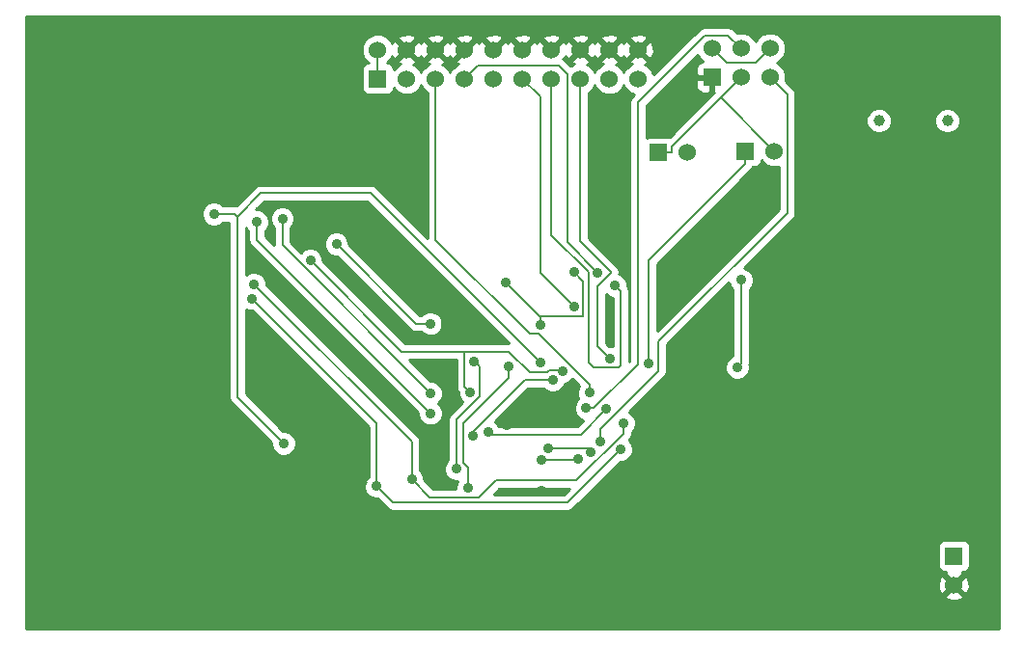
<source format=gbl>
From 7c7336c67783b7b819e12ed9f1c932732628c6c8 Mon Sep 17 00:00:00 2001
From: Kevin Redon <kevredon@mail.tsaitgaist.info>
Date: Sun, 15 May 2011 19:40:50 +0200
Subject: pcb drawings & gerber added

---
 hardware/pcb/gerber/SIMtrace-Back.gbl | 27044 ++++++++++++++++++++++++++++++++
 1 file changed, 27044 insertions(+)
 create mode 100644 hardware/pcb/gerber/SIMtrace-Back.gbl

(limited to 'hardware/pcb/gerber/SIMtrace-Back.gbl')

diff --git a/hardware/pcb/gerber/SIMtrace-Back.gbl b/hardware/pcb/gerber/SIMtrace-Back.gbl
new file mode 100644
index 0000000..b52f8f5
--- /dev/null
+++ b/hardware/pcb/gerber/SIMtrace-Back.gbl
@@ -0,0 +1,27044 @@
+G04 (created by PCBNEW-RS274X (2010-00-09 BZR 23xx)-stable) date So 15 Mai 2011 12:42:23 CEST*
+G01*
+G70*
+G90*
+%MOIN*%
+G04 Gerber Fmt 3.4, Leading zero omitted, Abs format*
+%FSLAX34Y34*%
+G04 APERTURE LIST*
+%ADD10C,0.006000*%
+%ADD11C,0.039400*%
+%ADD12R,0.060000X0.060000*%
+%ADD13C,0.060000*%
+%ADD14C,0.035000*%
+%ADD15C,0.008000*%
+%ADD16C,0.010000*%
+G04 APERTURE END LIST*
+G54D10*
+G54D11*
+X46381Y-38650D03*
+X44019Y-38650D03*
+G54D12*
+X26700Y-37200D03*
+G54D13*
+X26700Y-36200D03*
+X27700Y-37200D03*
+X27700Y-36200D03*
+X28700Y-37200D03*
+X28700Y-36200D03*
+X29700Y-37200D03*
+X29700Y-36200D03*
+X30700Y-37200D03*
+X30700Y-36200D03*
+X31700Y-37200D03*
+X31700Y-36200D03*
+X32700Y-37200D03*
+X32700Y-36200D03*
+X33700Y-37200D03*
+X33700Y-36200D03*
+X34700Y-37200D03*
+X34700Y-36200D03*
+X35700Y-37200D03*
+X35700Y-36200D03*
+G54D12*
+X36400Y-39750D03*
+G54D13*
+X37400Y-39750D03*
+G54D12*
+X39400Y-39700D03*
+G54D13*
+X40400Y-39700D03*
+G54D12*
+X46600Y-53700D03*
+G54D13*
+X46600Y-54700D03*
+G54D12*
+X38250Y-37150D03*
+G54D13*
+X38250Y-36150D03*
+X39250Y-37150D03*
+X39250Y-36150D03*
+X40250Y-37150D03*
+X40250Y-36150D03*
+G54D14*
+X32312Y-45709D03*
+X31121Y-44238D03*
+X33482Y-43896D03*
+X34717Y-46867D03*
+X24376Y-43479D03*
+X29907Y-48054D03*
+X33094Y-47311D03*
+X29986Y-49558D03*
+X32751Y-47614D03*
+X39119Y-47185D03*
+X39256Y-44162D03*
+X33907Y-48596D03*
+X34389Y-49756D03*
+X21041Y-41876D03*
+X32319Y-47023D03*
+X23451Y-49811D03*
+X30037Y-46971D03*
+X29426Y-50694D03*
+X29825Y-51352D03*
+X31234Y-47136D03*
+X32601Y-49987D03*
+X34069Y-50114D03*
+X22529Y-42153D03*
+X28523Y-48770D03*
+X35093Y-50019D03*
+X22353Y-44804D03*
+X26665Y-51296D03*
+X32356Y-50383D03*
+X33615Y-50342D03*
+X23408Y-42044D03*
+X28525Y-48078D03*
+X30510Y-49422D03*
+X34600Y-48627D03*
+X33475Y-45084D03*
+X34013Y-48051D03*
+X34887Y-44341D03*
+X36054Y-47040D03*
+X34307Y-43909D03*
+X25275Y-42914D03*
+X28515Y-45669D03*
+X22422Y-44302D03*
+X35199Y-49108D03*
+X27875Y-51039D03*
+X27104Y-45536D03*
+X46882Y-38241D03*
+X39050Y-42150D03*
+X26134Y-51872D03*
+X37767Y-45647D03*
+X35753Y-55015D03*
+X32345Y-51452D03*
+X28493Y-47461D03*
+X46354Y-49423D03*
+X20434Y-41833D03*
+X34824Y-42250D03*
+X34721Y-45816D03*
+X31147Y-49175D03*
+G54D15*
+X32286Y-45403D02*
+X31121Y-44238D01*
+X32312Y-45403D02*
+X32286Y-45403D01*
+X33776Y-45403D02*
+X32312Y-45403D01*
+X33798Y-45381D02*
+X33776Y-45403D01*
+X33798Y-44212D02*
+X33798Y-45381D01*
+X33482Y-43896D02*
+X33798Y-44212D01*
+X32312Y-45403D02*
+X32312Y-45709D01*
+X33700Y-42827D02*
+X33700Y-37200D01*
+X34754Y-43881D02*
+X33700Y-42827D01*
+X34754Y-43913D02*
+X34754Y-43881D01*
+X34301Y-44366D02*
+X34754Y-43913D01*
+X34301Y-46451D02*
+X34301Y-44366D01*
+X34717Y-46867D02*
+X34301Y-46451D01*
+X33079Y-47296D02*
+X33094Y-47311D01*
+X32619Y-47296D02*
+X33079Y-47296D01*
+X32555Y-47360D02*
+X32619Y-47296D01*
+X31962Y-47360D02*
+X32555Y-47360D01*
+X31237Y-46635D02*
+X31962Y-47360D01*
+X29706Y-46635D02*
+X31237Y-46635D01*
+X29706Y-47853D02*
+X29706Y-46635D01*
+X29907Y-48054D02*
+X29706Y-47853D01*
+X27532Y-46635D02*
+X24376Y-43479D01*
+X29706Y-46635D02*
+X27532Y-46635D01*
+X29986Y-49414D02*
+X29986Y-49558D01*
+X31786Y-47614D02*
+X29986Y-49414D01*
+X32751Y-47614D02*
+X31786Y-47614D01*
+X39256Y-47048D02*
+X39119Y-47185D01*
+X39256Y-44162D02*
+X39256Y-47048D01*
+X38806Y-35706D02*
+X39250Y-36150D01*
+X37992Y-35706D02*
+X38806Y-35706D01*
+X35688Y-38010D02*
+X37992Y-35706D01*
+X35688Y-47081D02*
+X35688Y-38010D01*
+X34173Y-48596D02*
+X35688Y-47081D01*
+X33907Y-48596D02*
+X34173Y-48596D01*
+X40844Y-37744D02*
+X40250Y-37150D01*
+X40844Y-41831D02*
+X40844Y-37744D01*
+X36400Y-46275D02*
+X40844Y-41831D01*
+X36400Y-47308D02*
+X36400Y-46275D01*
+X34389Y-49319D02*
+X36400Y-47308D01*
+X34389Y-49756D02*
+X34389Y-49319D01*
+X21764Y-41876D02*
+X21041Y-41876D01*
+X21856Y-41968D02*
+X21764Y-41876D01*
+X26455Y-41159D02*
+X32319Y-47023D01*
+X22665Y-41159D02*
+X26455Y-41159D01*
+X21856Y-41968D02*
+X22665Y-41159D01*
+X21856Y-48216D02*
+X21856Y-41968D01*
+X23451Y-49811D02*
+X21856Y-48216D01*
+X30225Y-47159D02*
+X30037Y-46971D01*
+X30225Y-48187D02*
+X30225Y-47159D01*
+X29426Y-48986D02*
+X30225Y-48187D01*
+X29426Y-50694D02*
+X29426Y-48986D01*
+X29825Y-50639D02*
+X29825Y-51352D01*
+X29667Y-50481D02*
+X29825Y-50639D01*
+X29667Y-49123D02*
+X29667Y-50481D01*
+X31234Y-47556D02*
+X29667Y-49123D01*
+X31234Y-47136D02*
+X31234Y-47556D01*
+X33942Y-49987D02*
+X34069Y-50114D01*
+X32601Y-49987D02*
+X33942Y-49987D01*
+X22529Y-42776D02*
+X22529Y-42153D01*
+X28523Y-48770D02*
+X22529Y-42776D01*
+X27223Y-51854D02*
+X26665Y-51296D01*
+X33258Y-51854D02*
+X27223Y-51854D01*
+X35093Y-50019D02*
+X33258Y-51854D01*
+X26665Y-49116D02*
+X26665Y-51296D01*
+X22353Y-44804D02*
+X26665Y-49116D01*
+X33574Y-50383D02*
+X33615Y-50342D01*
+X32356Y-50383D02*
+X33574Y-50383D01*
+X23408Y-42961D02*
+X28525Y-48078D01*
+X23408Y-42044D02*
+X23408Y-42961D01*
+X30590Y-49502D02*
+X30510Y-49422D01*
+X33725Y-49502D02*
+X30590Y-49502D01*
+X34600Y-48627D02*
+X33725Y-49502D01*
+X32319Y-43928D02*
+X33475Y-45084D01*
+X32318Y-43928D02*
+X32319Y-43928D01*
+X32318Y-37818D02*
+X32318Y-43928D01*
+X31700Y-37200D02*
+X32318Y-37818D01*
+X34013Y-47778D02*
+X34013Y-48051D01*
+X32262Y-46027D02*
+X34013Y-47778D01*
+X31941Y-46027D02*
+X32262Y-46027D01*
+X28700Y-42786D02*
+X31941Y-46027D01*
+X28700Y-37200D02*
+X28700Y-42786D01*
+X32700Y-42598D02*
+X32700Y-37200D01*
+X33981Y-43879D02*
+X32700Y-42598D01*
+X33981Y-47022D02*
+X33981Y-43879D01*
+X34145Y-47186D02*
+X33981Y-47022D01*
+X35037Y-47186D02*
+X34145Y-47186D01*
+X35103Y-47120D02*
+X35037Y-47186D01*
+X35103Y-44557D02*
+X35103Y-47120D01*
+X34887Y-44341D02*
+X35103Y-44557D01*
+X39400Y-39700D02*
+X39400Y-40143D01*
+X36054Y-43489D02*
+X39400Y-40143D01*
+X36054Y-47040D02*
+X36054Y-43489D01*
+X30144Y-36756D02*
+X29700Y-37200D01*
+X32958Y-36756D02*
+X30144Y-36756D01*
+X33256Y-37054D02*
+X32958Y-36756D01*
+X33256Y-42858D02*
+X33256Y-37054D01*
+X34307Y-43909D02*
+X33256Y-42858D01*
+X28030Y-45669D02*
+X25275Y-42914D01*
+X28515Y-45669D02*
+X28030Y-45669D01*
+X28506Y-51670D02*
+X27875Y-51039D01*
+X30206Y-51670D02*
+X28506Y-51670D01*
+X30786Y-51090D02*
+X30206Y-51670D01*
+X33573Y-51090D02*
+X30786Y-51090D01*
+X35199Y-49464D02*
+X33573Y-51090D01*
+X35199Y-49108D02*
+X35199Y-49464D01*
+X27875Y-49755D02*
+X22422Y-44302D01*
+X27875Y-51039D02*
+X27875Y-49755D01*
+X36400Y-39750D02*
+X36843Y-39750D01*
+X38550Y-37850D02*
+X40400Y-39700D01*
+X36843Y-39557D02*
+X38550Y-37850D01*
+X36843Y-39750D02*
+X36843Y-39557D01*
+X38550Y-37850D02*
+X39250Y-37150D01*
+X26700Y-36200D02*
+X26700Y-37200D01*
+X38750Y-36650D02*
+X38250Y-36150D01*
+X39750Y-36650D02*
+X38750Y-36650D01*
+X40250Y-36150D02*
+X39750Y-36650D01*
+G54D16*
+X14550Y-35050D02*
+X48151Y-35050D01*
+X14550Y-35130D02*
+X48151Y-35130D01*
+X14550Y-35210D02*
+X48151Y-35210D01*
+X14550Y-35290D02*
+X48151Y-35290D01*
+X14550Y-35370D02*
+X48151Y-35370D01*
+X14550Y-35450D02*
+X37864Y-35450D01*
+X38935Y-35450D02*
+X48151Y-35450D01*
+X14550Y-35530D02*
+X37758Y-35530D01*
+X39040Y-35530D02*
+X48151Y-35530D01*
+X14550Y-35610D02*
+X37678Y-35610D01*
+X39381Y-35610D02*
+X40120Y-35610D01*
+X40381Y-35610D02*
+X48151Y-35610D01*
+X14550Y-35690D02*
+X26498Y-35690D01*
+X26903Y-35690D02*
+X27513Y-35690D01*
+X27873Y-35690D02*
+X28513Y-35690D01*
+X28873Y-35690D02*
+X29513Y-35690D01*
+X29873Y-35690D02*
+X30513Y-35690D01*
+X30873Y-35690D02*
+X31513Y-35690D01*
+X31873Y-35690D02*
+X32513Y-35690D01*
+X32873Y-35690D02*
+X33513Y-35690D01*
+X33873Y-35690D02*
+X34513Y-35690D01*
+X34873Y-35690D02*
+X35513Y-35690D01*
+X35873Y-35690D02*
+X37598Y-35690D01*
+X39566Y-35690D02*
+X39934Y-35690D01*
+X40566Y-35690D02*
+X48151Y-35690D01*
+X14550Y-35770D02*
+X26354Y-35770D01*
+X27046Y-35770D02*
+X27407Y-35770D01*
+X27994Y-35770D02*
+X28407Y-35770D01*
+X28994Y-35770D02*
+X29407Y-35770D01*
+X29994Y-35770D02*
+X30407Y-35770D01*
+X30994Y-35770D02*
+X31407Y-35770D01*
+X31994Y-35770D02*
+X32407Y-35770D01*
+X32994Y-35770D02*
+X33407Y-35770D01*
+X33994Y-35770D02*
+X34407Y-35770D01*
+X34994Y-35770D02*
+X35407Y-35770D01*
+X35994Y-35770D02*
+X37518Y-35770D01*
+X39646Y-35770D02*
+X39854Y-35770D01*
+X40646Y-35770D02*
+X48151Y-35770D01*
+X14550Y-35850D02*
+X26274Y-35850D01*
+X27126Y-35850D02*
+X27420Y-35850D01*
+X27979Y-35850D02*
+X28420Y-35850D01*
+X28979Y-35850D02*
+X29420Y-35850D01*
+X29979Y-35850D02*
+X30420Y-35850D01*
+X30979Y-35850D02*
+X31420Y-35850D01*
+X31979Y-35850D02*
+X32420Y-35850D01*
+X32979Y-35850D02*
+X33420Y-35850D01*
+X33979Y-35850D02*
+X34420Y-35850D01*
+X34979Y-35850D02*
+X35420Y-35850D01*
+X35979Y-35850D02*
+X37438Y-35850D01*
+X39720Y-35850D02*
+X39781Y-35850D01*
+X40720Y-35850D02*
+X48151Y-35850D01*
+X14550Y-35930D02*
+X26218Y-35930D01*
+X27182Y-35930D02*
+X27224Y-35930D01*
+X27360Y-35930D02*
+X27500Y-35930D01*
+X27899Y-35930D02*
+X28041Y-35930D01*
+X28177Y-35930D02*
+X28225Y-35930D01*
+X28360Y-35930D02*
+X28500Y-35930D01*
+X28899Y-35930D02*
+X29041Y-35930D01*
+X29177Y-35930D02*
+X29225Y-35930D01*
+X29360Y-35930D02*
+X29500Y-35930D01*
+X29899Y-35930D02*
+X30041Y-35930D01*
+X30177Y-35930D02*
+X30225Y-35930D01*
+X30360Y-35930D02*
+X30500Y-35930D01*
+X30899Y-35930D02*
+X31041Y-35930D01*
+X31177Y-35930D02*
+X31225Y-35930D01*
+X31360Y-35930D02*
+X31500Y-35930D01*
+X31899Y-35930D02*
+X32041Y-35930D01*
+X32177Y-35930D02*
+X32225Y-35930D01*
+X32360Y-35930D02*
+X32500Y-35930D01*
+X32899Y-35930D02*
+X33041Y-35930D01*
+X33177Y-35930D02*
+X33225Y-35930D01*
+X33360Y-35930D02*
+X33500Y-35930D01*
+X33899Y-35930D02*
+X34041Y-35930D01*
+X34177Y-35930D02*
+X34225Y-35930D01*
+X34360Y-35930D02*
+X34500Y-35930D01*
+X34899Y-35930D02*
+X35041Y-35930D01*
+X35177Y-35930D02*
+X35225Y-35930D01*
+X35360Y-35930D02*
+X35500Y-35930D01*
+X35899Y-35930D02*
+X36041Y-35930D01*
+X36177Y-35930D02*
+X37358Y-35930D01*
+X40753Y-35930D02*
+X48151Y-35930D01*
+X14550Y-36010D02*
+X26185Y-36010D01*
+X27440Y-36010D02*
+X27580Y-36010D01*
+X27819Y-36010D02*
+X27961Y-36010D01*
+X28440Y-36010D02*
+X28580Y-36010D01*
+X28819Y-36010D02*
+X28961Y-36010D01*
+X29440Y-36010D02*
+X29580Y-36010D01*
+X29819Y-36010D02*
+X29961Y-36010D01*
+X30440Y-36010D02*
+X30580Y-36010D01*
+X30819Y-36010D02*
+X30961Y-36010D01*
+X31440Y-36010D02*
+X31580Y-36010D01*
+X31819Y-36010D02*
+X31961Y-36010D01*
+X32440Y-36010D02*
+X32580Y-36010D01*
+X32819Y-36010D02*
+X32961Y-36010D01*
+X33440Y-36010D02*
+X33580Y-36010D01*
+X33819Y-36010D02*
+X33961Y-36010D01*
+X34440Y-36010D02*
+X34580Y-36010D01*
+X34819Y-36010D02*
+X34961Y-36010D01*
+X35440Y-36010D02*
+X35580Y-36010D01*
+X35819Y-36010D02*
+X35961Y-36010D01*
+X36210Y-36010D02*
+X37278Y-36010D01*
+X40787Y-36010D02*
+X48151Y-36010D01*
+X14550Y-36090D02*
+X26152Y-36090D01*
+X27520Y-36090D02*
+X27660Y-36090D01*
+X27739Y-36090D02*
+X27881Y-36090D01*
+X28520Y-36090D02*
+X28660Y-36090D01*
+X28739Y-36090D02*
+X28881Y-36090D01*
+X29520Y-36090D02*
+X29660Y-36090D01*
+X29739Y-36090D02*
+X29881Y-36090D01*
+X30520Y-36090D02*
+X30660Y-36090D01*
+X30739Y-36090D02*
+X30881Y-36090D01*
+X31520Y-36090D02*
+X31660Y-36090D01*
+X31739Y-36090D02*
+X31881Y-36090D01*
+X32520Y-36090D02*
+X32660Y-36090D01*
+X32739Y-36090D02*
+X32881Y-36090D01*
+X33520Y-36090D02*
+X33660Y-36090D01*
+X33739Y-36090D02*
+X33881Y-36090D01*
+X34520Y-36090D02*
+X34660Y-36090D01*
+X34739Y-36090D02*
+X34881Y-36090D01*
+X35520Y-36090D02*
+X35660Y-36090D01*
+X35739Y-36090D02*
+X35881Y-36090D01*
+X36234Y-36090D02*
+X37198Y-36090D01*
+X40799Y-36090D02*
+X48151Y-36090D01*
+X14550Y-36170D02*
+X26151Y-36170D01*
+X27600Y-36170D02*
+X27801Y-36170D01*
+X28600Y-36170D02*
+X28801Y-36170D01*
+X29600Y-36170D02*
+X29801Y-36170D01*
+X30600Y-36170D02*
+X30801Y-36170D01*
+X31600Y-36170D02*
+X31801Y-36170D01*
+X32600Y-36170D02*
+X32801Y-36170D01*
+X33600Y-36170D02*
+X33801Y-36170D01*
+X34600Y-36170D02*
+X34801Y-36170D01*
+X35600Y-36170D02*
+X35801Y-36170D01*
+X36238Y-36170D02*
+X37118Y-36170D01*
+X40799Y-36170D02*
+X48151Y-36170D01*
+X14550Y-36250D02*
+X26151Y-36250D01*
+X27579Y-36250D02*
+X27820Y-36250D01*
+X28579Y-36250D02*
+X28820Y-36250D01*
+X29579Y-36250D02*
+X29721Y-36250D01*
+X30679Y-36250D02*
+X30721Y-36250D01*
+X31679Y-36250D02*
+X31721Y-36250D01*
+X32679Y-36250D02*
+X32721Y-36250D01*
+X33579Y-36250D02*
+X33820Y-36250D01*
+X34579Y-36250D02*
+X34820Y-36250D01*
+X35579Y-36250D02*
+X35820Y-36250D01*
+X36242Y-36250D02*
+X37038Y-36250D01*
+X40799Y-36250D02*
+X48151Y-36250D01*
+X14550Y-36330D02*
+X26159Y-36330D01*
+X27499Y-36330D02*
+X27641Y-36330D01*
+X27760Y-36330D02*
+X27900Y-36330D01*
+X28499Y-36330D02*
+X28641Y-36330D01*
+X28760Y-36330D02*
+X28900Y-36330D01*
+X29499Y-36330D02*
+X29641Y-36330D01*
+X33499Y-36330D02*
+X33641Y-36330D01*
+X33760Y-36330D02*
+X33900Y-36330D01*
+X34499Y-36330D02*
+X34641Y-36330D01*
+X34760Y-36330D02*
+X34900Y-36330D01*
+X35499Y-36330D02*
+X35641Y-36330D01*
+X35760Y-36330D02*
+X35900Y-36330D01*
+X36225Y-36330D02*
+X36958Y-36330D01*
+X40769Y-36330D02*
+X48151Y-36330D01*
+X14550Y-36410D02*
+X26193Y-36410D01*
+X27419Y-36410D02*
+X27561Y-36410D01*
+X27840Y-36410D02*
+X27980Y-36410D01*
+X28195Y-36410D02*
+X28198Y-36410D01*
+X28419Y-36410D02*
+X28561Y-36410D01*
+X28840Y-36410D02*
+X28980Y-36410D01*
+X29195Y-36410D02*
+X29198Y-36410D01*
+X29419Y-36410D02*
+X29561Y-36410D01*
+X33195Y-36410D02*
+X33198Y-36410D01*
+X33419Y-36410D02*
+X33561Y-36410D01*
+X33840Y-36410D02*
+X33980Y-36410D01*
+X34195Y-36410D02*
+X34198Y-36410D01*
+X34419Y-36410D02*
+X34561Y-36410D01*
+X34840Y-36410D02*
+X34980Y-36410D01*
+X35195Y-36410D02*
+X35198Y-36410D01*
+X35419Y-36410D02*
+X35561Y-36410D01*
+X35840Y-36410D02*
+X35980Y-36410D01*
+X36196Y-36410D02*
+X36878Y-36410D01*
+X40736Y-36410D02*
+X48151Y-36410D01*
+X14550Y-36490D02*
+X26226Y-36490D01*
+X27173Y-36490D02*
+X27259Y-36490D01*
+X27339Y-36490D02*
+X27481Y-36490D01*
+X27920Y-36490D02*
+X28060Y-36490D01*
+X28140Y-36490D02*
+X28259Y-36490D01*
+X28339Y-36490D02*
+X28481Y-36490D01*
+X28920Y-36490D02*
+X29060Y-36490D01*
+X29140Y-36490D02*
+X29259Y-36490D01*
+X29339Y-36490D02*
+X29481Y-36490D01*
+X33139Y-36490D02*
+X33259Y-36490D01*
+X33339Y-36490D02*
+X33481Y-36490D01*
+X33920Y-36490D02*
+X34060Y-36490D01*
+X34140Y-36490D02*
+X34259Y-36490D01*
+X34339Y-36490D02*
+X34481Y-36490D01*
+X34920Y-36490D02*
+X35060Y-36490D01*
+X35140Y-36490D02*
+X35259Y-36490D01*
+X35339Y-36490D02*
+X35481Y-36490D01*
+X35920Y-36490D02*
+X36060Y-36490D01*
+X36140Y-36490D02*
+X36798Y-36490D01*
+X40686Y-36490D02*
+X48151Y-36490D01*
+X14550Y-36570D02*
+X26294Y-36570D01*
+X27106Y-36570D02*
+X27401Y-36570D01*
+X28000Y-36570D02*
+X28401Y-36570D01*
+X29000Y-36570D02*
+X29401Y-36570D01*
+X33182Y-36570D02*
+X33401Y-36570D01*
+X34000Y-36570D02*
+X34401Y-36570D01*
+X35000Y-36570D02*
+X35401Y-36570D01*
+X36000Y-36570D02*
+X36718Y-36570D01*
+X40606Y-36570D02*
+X48151Y-36570D01*
+X14550Y-36650D02*
+X26374Y-36650D01*
+X27026Y-36650D02*
+X27412Y-36650D01*
+X27987Y-36650D02*
+X28412Y-36650D01*
+X28987Y-36650D02*
+X29412Y-36650D01*
+X33262Y-36650D02*
+X33412Y-36650D01*
+X33987Y-36650D02*
+X34412Y-36650D01*
+X34987Y-36650D02*
+X35412Y-36650D01*
+X35987Y-36650D02*
+X36638Y-36650D01*
+X40476Y-36650D02*
+X48151Y-36650D01*
+X14550Y-36730D02*
+X26218Y-36730D01*
+X27182Y-36730D02*
+X27401Y-36730D01*
+X27999Y-36730D02*
+X28401Y-36730D01*
+X28999Y-36730D02*
+X29401Y-36730D01*
+X33342Y-36730D02*
+X33401Y-36730D01*
+X33999Y-36730D02*
+X34401Y-36730D01*
+X34999Y-36730D02*
+X35401Y-36730D01*
+X35999Y-36730D02*
+X36558Y-36730D01*
+X40606Y-36730D02*
+X48151Y-36730D01*
+X14550Y-36810D02*
+X26168Y-36810D01*
+X27233Y-36810D02*
+X27314Y-36810D01*
+X28086Y-36810D02*
+X28314Y-36810D01*
+X29086Y-36810D02*
+X29314Y-36810D01*
+X34086Y-36810D02*
+X34314Y-36810D01*
+X35086Y-36810D02*
+X35314Y-36810D01*
+X36086Y-36810D02*
+X36478Y-36810D01*
+X40686Y-36810D02*
+X48151Y-36810D01*
+X14550Y-36890D02*
+X26151Y-36890D01*
+X28166Y-36890D02*
+X28235Y-36890D01*
+X29166Y-36890D02*
+X29235Y-36890D01*
+X34166Y-36890D02*
+X34235Y-36890D01*
+X35166Y-36890D02*
+X35235Y-36890D01*
+X36166Y-36890D02*
+X36398Y-36890D01*
+X40737Y-36890D02*
+X48151Y-36890D01*
+X14550Y-36970D02*
+X26151Y-36970D01*
+X28199Y-36970D02*
+X28202Y-36970D01*
+X29199Y-36970D02*
+X29202Y-36970D01*
+X34199Y-36970D02*
+X34202Y-36970D01*
+X35199Y-36970D02*
+X35202Y-36970D01*
+X36199Y-36970D02*
+X36318Y-36970D01*
+X40770Y-36970D02*
+X48151Y-36970D01*
+X14550Y-37050D02*
+X26151Y-37050D01*
+X36232Y-37050D02*
+X36238Y-37050D01*
+X40799Y-37050D02*
+X48151Y-37050D01*
+X14550Y-37130D02*
+X26151Y-37130D01*
+X40799Y-37130D02*
+X48151Y-37130D01*
+X14550Y-37210D02*
+X26151Y-37210D01*
+X40799Y-37210D02*
+X48151Y-37210D01*
+X14550Y-37290D02*
+X26151Y-37290D01*
+X40800Y-37290D02*
+X48151Y-37290D01*
+X14550Y-37370D02*
+X26151Y-37370D01*
+X40880Y-37370D02*
+X48151Y-37370D01*
+X14550Y-37450D02*
+X26151Y-37450D01*
+X28190Y-37450D02*
+X28209Y-37450D01*
+X40960Y-37450D02*
+X48151Y-37450D01*
+X14550Y-37530D02*
+X26151Y-37530D01*
+X27249Y-37530D02*
+X27254Y-37530D01*
+X28146Y-37530D02*
+X28254Y-37530D01*
+X41040Y-37530D02*
+X48151Y-37530D01*
+X14550Y-37610D02*
+X26176Y-37610D01*
+X27223Y-37610D02*
+X27334Y-37610D01*
+X28066Y-37610D02*
+X28334Y-37610D01*
+X41097Y-37610D02*
+X48151Y-37610D01*
+X14550Y-37690D02*
+X26238Y-37690D01*
+X27162Y-37690D02*
+X27449Y-37690D01*
+X27950Y-37690D02*
+X28410Y-37690D01*
+X41124Y-37690D02*
+X48151Y-37690D01*
+X14550Y-37770D02*
+X28410Y-37770D01*
+X41134Y-37770D02*
+X48151Y-37770D01*
+X14550Y-37850D02*
+X28410Y-37850D01*
+X41134Y-37850D02*
+X48151Y-37850D01*
+X14550Y-37930D02*
+X28410Y-37930D01*
+X41134Y-37930D02*
+X48151Y-37930D01*
+X14550Y-38010D02*
+X28410Y-38010D01*
+X41134Y-38010D02*
+X48151Y-38010D01*
+X14550Y-38090D02*
+X28410Y-38090D01*
+X41134Y-38090D02*
+X48151Y-38090D01*
+X14550Y-38170D02*
+X28410Y-38170D01*
+X41134Y-38170D02*
+X48151Y-38170D01*
+X14550Y-38250D02*
+X28410Y-38250D01*
+X41134Y-38250D02*
+X43821Y-38250D01*
+X44219Y-38250D02*
+X46183Y-38250D01*
+X46581Y-38250D02*
+X48151Y-38250D01*
+X14550Y-38330D02*
+X28410Y-38330D01*
+X41134Y-38330D02*
+X43709Y-38330D01*
+X44330Y-38330D02*
+X46071Y-38330D01*
+X46692Y-38330D02*
+X48151Y-38330D01*
+X14550Y-38410D02*
+X28410Y-38410D01*
+X41134Y-38410D02*
+X43636Y-38410D01*
+X44402Y-38410D02*
+X45998Y-38410D01*
+X46764Y-38410D02*
+X48151Y-38410D01*
+X14550Y-38490D02*
+X28410Y-38490D01*
+X41134Y-38490D02*
+X43603Y-38490D01*
+X44436Y-38490D02*
+X45965Y-38490D01*
+X46798Y-38490D02*
+X48151Y-38490D01*
+X14550Y-38570D02*
+X28410Y-38570D01*
+X41134Y-38570D02*
+X43573Y-38570D01*
+X44465Y-38570D02*
+X45935Y-38570D01*
+X46827Y-38570D02*
+X48151Y-38570D01*
+X14550Y-38650D02*
+X28410Y-38650D01*
+X41134Y-38650D02*
+X43573Y-38650D01*
+X44465Y-38650D02*
+X45935Y-38650D01*
+X46827Y-38650D02*
+X48151Y-38650D01*
+X14550Y-38730D02*
+X28410Y-38730D01*
+X41134Y-38730D02*
+X43573Y-38730D01*
+X44465Y-38730D02*
+X45935Y-38730D01*
+X46827Y-38730D02*
+X48151Y-38730D01*
+X14550Y-38810D02*
+X28410Y-38810D01*
+X41134Y-38810D02*
+X43602Y-38810D01*
+X44435Y-38810D02*
+X45964Y-38810D01*
+X46797Y-38810D02*
+X48151Y-38810D01*
+X14550Y-38890D02*
+X28410Y-38890D01*
+X41134Y-38890D02*
+X43636Y-38890D01*
+X44402Y-38890D02*
+X45998Y-38890D01*
+X46764Y-38890D02*
+X48151Y-38890D01*
+X14550Y-38970D02*
+X28410Y-38970D01*
+X41134Y-38970D02*
+X43708Y-38970D01*
+X44329Y-38970D02*
+X46070Y-38970D01*
+X46691Y-38970D02*
+X48151Y-38970D01*
+X14550Y-39050D02*
+X28410Y-39050D01*
+X41134Y-39050D02*
+X43819Y-39050D01*
+X44217Y-39050D02*
+X46181Y-39050D01*
+X46579Y-39050D02*
+X48151Y-39050D01*
+X14550Y-39130D02*
+X28410Y-39130D01*
+X41134Y-39130D02*
+X48151Y-39130D01*
+X14550Y-39210D02*
+X28410Y-39210D01*
+X41134Y-39210D02*
+X48151Y-39210D01*
+X14550Y-39290D02*
+X28410Y-39290D01*
+X41134Y-39290D02*
+X48151Y-39290D01*
+X14550Y-39370D02*
+X28410Y-39370D01*
+X41134Y-39370D02*
+X48151Y-39370D01*
+X14550Y-39450D02*
+X28410Y-39450D01*
+X41134Y-39450D02*
+X48151Y-39450D01*
+X14550Y-39530D02*
+X28410Y-39530D01*
+X41134Y-39530D02*
+X48151Y-39530D01*
+X14550Y-39610D02*
+X28410Y-39610D01*
+X41134Y-39610D02*
+X48151Y-39610D01*
+X14550Y-39690D02*
+X28410Y-39690D01*
+X41134Y-39690D02*
+X48151Y-39690D01*
+X14550Y-39770D02*
+X28410Y-39770D01*
+X41134Y-39770D02*
+X48151Y-39770D01*
+X14550Y-39850D02*
+X28410Y-39850D01*
+X41134Y-39850D02*
+X48151Y-39850D01*
+X14550Y-39930D02*
+X28410Y-39930D01*
+X41134Y-39930D02*
+X48151Y-39930D01*
+X14550Y-40010D02*
+X28410Y-40010D01*
+X41134Y-40010D02*
+X48151Y-40010D01*
+X14550Y-40090D02*
+X28410Y-40090D01*
+X41134Y-40090D02*
+X48151Y-40090D01*
+X14550Y-40170D02*
+X28410Y-40170D01*
+X41134Y-40170D02*
+X48151Y-40170D01*
+X14550Y-40250D02*
+X28410Y-40250D01*
+X41134Y-40250D02*
+X48151Y-40250D01*
+X14550Y-40330D02*
+X28410Y-40330D01*
+X41134Y-40330D02*
+X48151Y-40330D01*
+X14550Y-40410D02*
+X28410Y-40410D01*
+X41134Y-40410D02*
+X48151Y-40410D01*
+X14550Y-40490D02*
+X28410Y-40490D01*
+X41134Y-40490D02*
+X48151Y-40490D01*
+X14550Y-40570D02*
+X28410Y-40570D01*
+X41134Y-40570D02*
+X48151Y-40570D01*
+X14550Y-40650D02*
+X28410Y-40650D01*
+X41134Y-40650D02*
+X48151Y-40650D01*
+X14550Y-40730D02*
+X28410Y-40730D01*
+X41134Y-40730D02*
+X48151Y-40730D01*
+X14550Y-40810D02*
+X28410Y-40810D01*
+X41134Y-40810D02*
+X48151Y-40810D01*
+X14550Y-40890D02*
+X22560Y-40890D01*
+X26561Y-40890D02*
+X28410Y-40890D01*
+X41134Y-40890D02*
+X48151Y-40890D01*
+X14550Y-40970D02*
+X22444Y-40970D01*
+X26676Y-40970D02*
+X28410Y-40970D01*
+X41134Y-40970D02*
+X48151Y-40970D01*
+X14550Y-41050D02*
+X22364Y-41050D01*
+X26756Y-41050D02*
+X28410Y-41050D01*
+X41134Y-41050D02*
+X48151Y-41050D01*
+X14550Y-41130D02*
+X22284Y-41130D01*
+X26836Y-41130D02*
+X28410Y-41130D01*
+X41134Y-41130D02*
+X48151Y-41130D01*
+X14550Y-41210D02*
+X22204Y-41210D01*
+X26916Y-41210D02*
+X28410Y-41210D01*
+X41134Y-41210D02*
+X48151Y-41210D01*
+X14550Y-41290D02*
+X22124Y-41290D01*
+X26996Y-41290D02*
+X28410Y-41290D01*
+X41134Y-41290D02*
+X48151Y-41290D01*
+X14550Y-41370D02*
+X22044Y-41370D01*
+X27076Y-41370D02*
+X28410Y-41370D01*
+X41134Y-41370D02*
+X48151Y-41370D01*
+X14550Y-41450D02*
+X21964Y-41450D01*
+X27156Y-41450D02*
+X28410Y-41450D01*
+X41134Y-41450D02*
+X48151Y-41450D01*
+X14550Y-41530D02*
+X20786Y-41530D01*
+X21296Y-41530D02*
+X21884Y-41530D01*
+X27236Y-41530D02*
+X28410Y-41530D01*
+X41134Y-41530D02*
+X48151Y-41530D01*
+X14550Y-41610D02*
+X20706Y-41610D01*
+X27316Y-41610D02*
+X28410Y-41610D01*
+X41134Y-41610D02*
+X48151Y-41610D01*
+X14550Y-41690D02*
+X20659Y-41690D01*
+X27396Y-41690D02*
+X28410Y-41690D01*
+X41134Y-41690D02*
+X48151Y-41690D01*
+X14550Y-41770D02*
+X20625Y-41770D01*
+X27476Y-41770D02*
+X28410Y-41770D01*
+X41134Y-41770D02*
+X48151Y-41770D01*
+X14550Y-41850D02*
+X20616Y-41850D01*
+X27556Y-41850D02*
+X28410Y-41850D01*
+X41130Y-41850D02*
+X48151Y-41850D01*
+X14550Y-41930D02*
+X20616Y-41930D01*
+X27636Y-41930D02*
+X28410Y-41930D01*
+X41114Y-41930D02*
+X48151Y-41930D01*
+X14550Y-42010D02*
+X20636Y-42010D01*
+X27716Y-42010D02*
+X28410Y-42010D01*
+X41066Y-42010D02*
+X48151Y-42010D01*
+X14550Y-42090D02*
+X20669Y-42090D01*
+X27796Y-42090D02*
+X28410Y-42090D01*
+X40995Y-42090D02*
+X48151Y-42090D01*
+X14550Y-42170D02*
+X20734Y-42170D01*
+X21348Y-42170D02*
+X21566Y-42170D01*
+X27876Y-42170D02*
+X28410Y-42170D01*
+X40915Y-42170D02*
+X48151Y-42170D01*
+X14550Y-42250D02*
+X20833Y-42250D01*
+X21249Y-42250D02*
+X21566Y-42250D01*
+X27956Y-42250D02*
+X28410Y-42250D01*
+X40835Y-42250D02*
+X48151Y-42250D01*
+X14550Y-42330D02*
+X21566Y-42330D01*
+X28036Y-42330D02*
+X28410Y-42330D01*
+X40755Y-42330D02*
+X48151Y-42330D01*
+X14550Y-42410D02*
+X21566Y-42410D01*
+X28116Y-42410D02*
+X28410Y-42410D01*
+X40675Y-42410D02*
+X48151Y-42410D01*
+X14550Y-42490D02*
+X21566Y-42490D01*
+X28196Y-42490D02*
+X28410Y-42490D01*
+X40595Y-42490D02*
+X48151Y-42490D01*
+X14550Y-42570D02*
+X21566Y-42570D01*
+X28276Y-42570D02*
+X28410Y-42570D01*
+X40515Y-42570D02*
+X48151Y-42570D01*
+X14550Y-42650D02*
+X21566Y-42650D01*
+X28356Y-42650D02*
+X28410Y-42650D01*
+X40435Y-42650D02*
+X48151Y-42650D01*
+X14550Y-42730D02*
+X21566Y-42730D01*
+X40355Y-42730D02*
+X48151Y-42730D01*
+X14550Y-42810D02*
+X21566Y-42810D01*
+X40275Y-42810D02*
+X48151Y-42810D01*
+X14550Y-42890D02*
+X21566Y-42890D01*
+X40195Y-42890D02*
+X48151Y-42890D01*
+X14550Y-42970D02*
+X21566Y-42970D01*
+X40115Y-42970D02*
+X48151Y-42970D01*
+X14550Y-43050D02*
+X21566Y-43050D01*
+X40035Y-43050D02*
+X48151Y-43050D01*
+X14550Y-43130D02*
+X21566Y-43130D01*
+X39955Y-43130D02*
+X48151Y-43130D01*
+X14550Y-43210D02*
+X21566Y-43210D01*
+X39875Y-43210D02*
+X48151Y-43210D01*
+X14550Y-43290D02*
+X21566Y-43290D01*
+X39795Y-43290D02*
+X48151Y-43290D01*
+X14550Y-43370D02*
+X21566Y-43370D01*
+X39715Y-43370D02*
+X48151Y-43370D01*
+X14550Y-43450D02*
+X21566Y-43450D01*
+X39635Y-43450D02*
+X48151Y-43450D01*
+X14550Y-43530D02*
+X21566Y-43530D01*
+X39555Y-43530D02*
+X48151Y-43530D01*
+X14550Y-43610D02*
+X21566Y-43610D01*
+X39475Y-43610D02*
+X48151Y-43610D01*
+X14550Y-43690D02*
+X21566Y-43690D01*
+X39395Y-43690D02*
+X48151Y-43690D01*
+X14550Y-43770D02*
+X21566Y-43770D01*
+X39421Y-43770D02*
+X48151Y-43770D01*
+X14550Y-43850D02*
+X21566Y-43850D01*
+X39545Y-43850D02*
+X48151Y-43850D01*
+X14550Y-43930D02*
+X21566Y-43930D01*
+X39621Y-43930D02*
+X48151Y-43930D01*
+X14550Y-44010D02*
+X21566Y-44010D01*
+X39654Y-44010D02*
+X48151Y-44010D01*
+X14550Y-44090D02*
+X21566Y-44090D01*
+X39681Y-44090D02*
+X48151Y-44090D01*
+X14550Y-44170D02*
+X21566Y-44170D01*
+X39681Y-44170D02*
+X48151Y-44170D01*
+X14550Y-44250D02*
+X21566Y-44250D01*
+X39679Y-44250D02*
+X48151Y-44250D01*
+X14550Y-44330D02*
+X21566Y-44330D01*
+X38755Y-44330D02*
+X38865Y-44330D01*
+X39646Y-44330D02*
+X48151Y-44330D01*
+X14550Y-44410D02*
+X21566Y-44410D01*
+X38675Y-44410D02*
+X38903Y-44410D01*
+X39609Y-44410D02*
+X48151Y-44410D01*
+X14550Y-44490D02*
+X21566Y-44490D01*
+X38595Y-44490D02*
+X38966Y-44490D01*
+X39546Y-44490D02*
+X48151Y-44490D01*
+X14550Y-44570D02*
+X21566Y-44570D01*
+X38515Y-44570D02*
+X38966Y-44570D01*
+X39546Y-44570D02*
+X48151Y-44570D01*
+X14550Y-44650D02*
+X21566Y-44650D01*
+X38435Y-44650D02*
+X38966Y-44650D01*
+X39546Y-44650D02*
+X48151Y-44650D01*
+X14550Y-44730D02*
+X21566Y-44730D01*
+X38355Y-44730D02*
+X38966Y-44730D01*
+X39546Y-44730D02*
+X48151Y-44730D01*
+X14550Y-44810D02*
+X21566Y-44810D01*
+X38275Y-44810D02*
+X38966Y-44810D01*
+X39546Y-44810D02*
+X48151Y-44810D01*
+X14550Y-44890D02*
+X21566Y-44890D01*
+X38195Y-44890D02*
+X38966Y-44890D01*
+X39546Y-44890D02*
+X48151Y-44890D01*
+X14550Y-44970D02*
+X21566Y-44970D01*
+X38115Y-44970D02*
+X38966Y-44970D01*
+X39546Y-44970D02*
+X48151Y-44970D01*
+X14550Y-45050D02*
+X21566Y-45050D01*
+X38035Y-45050D02*
+X38966Y-45050D01*
+X39546Y-45050D02*
+X48151Y-45050D01*
+X14550Y-45130D02*
+X21566Y-45130D01*
+X37955Y-45130D02*
+X38966Y-45130D01*
+X39546Y-45130D02*
+X48151Y-45130D01*
+X14550Y-45210D02*
+X21566Y-45210D01*
+X22146Y-45210D02*
+X22222Y-45210D01*
+X37875Y-45210D02*
+X38966Y-45210D01*
+X39546Y-45210D02*
+X48151Y-45210D01*
+X14550Y-45290D02*
+X21566Y-45290D01*
+X22146Y-45290D02*
+X22429Y-45290D01*
+X37795Y-45290D02*
+X38966Y-45290D01*
+X39546Y-45290D02*
+X48151Y-45290D01*
+X14550Y-45370D02*
+X21566Y-45370D01*
+X22146Y-45370D02*
+X22509Y-45370D01*
+X37715Y-45370D02*
+X38966Y-45370D01*
+X39546Y-45370D02*
+X48151Y-45370D01*
+X14550Y-45450D02*
+X21566Y-45450D01*
+X22146Y-45450D02*
+X22589Y-45450D01*
+X37635Y-45450D02*
+X38966Y-45450D01*
+X39546Y-45450D02*
+X48151Y-45450D01*
+X14550Y-45530D02*
+X21566Y-45530D01*
+X22146Y-45530D02*
+X22669Y-45530D01*
+X37555Y-45530D02*
+X38966Y-45530D01*
+X39546Y-45530D02*
+X48151Y-45530D01*
+X14550Y-45610D02*
+X21566Y-45610D01*
+X22146Y-45610D02*
+X22749Y-45610D01*
+X37475Y-45610D02*
+X38966Y-45610D01*
+X39546Y-45610D02*
+X48151Y-45610D01*
+X14550Y-45690D02*
+X21566Y-45690D01*
+X22146Y-45690D02*
+X22829Y-45690D01*
+X37395Y-45690D02*
+X38966Y-45690D01*
+X39546Y-45690D02*
+X48151Y-45690D01*
+X14550Y-45770D02*
+X21566Y-45770D01*
+X22146Y-45770D02*
+X22909Y-45770D01*
+X37315Y-45770D02*
+X38966Y-45770D01*
+X39546Y-45770D02*
+X48151Y-45770D01*
+X14550Y-45850D02*
+X21566Y-45850D01*
+X22146Y-45850D02*
+X22989Y-45850D01*
+X37235Y-45850D02*
+X38966Y-45850D01*
+X39546Y-45850D02*
+X48151Y-45850D01*
+X14550Y-45930D02*
+X21566Y-45930D01*
+X22146Y-45930D02*
+X23069Y-45930D01*
+X37155Y-45930D02*
+X38966Y-45930D01*
+X39546Y-45930D02*
+X48151Y-45930D01*
+X14550Y-46010D02*
+X21566Y-46010D01*
+X22146Y-46010D02*
+X23149Y-46010D01*
+X37075Y-46010D02*
+X38966Y-46010D01*
+X39546Y-46010D02*
+X48151Y-46010D01*
+X14550Y-46090D02*
+X21566Y-46090D01*
+X22146Y-46090D02*
+X23229Y-46090D01*
+X36995Y-46090D02*
+X38966Y-46090D01*
+X39546Y-46090D02*
+X48151Y-46090D01*
+X14550Y-46170D02*
+X21566Y-46170D01*
+X22146Y-46170D02*
+X23309Y-46170D01*
+X36915Y-46170D02*
+X38966Y-46170D01*
+X39546Y-46170D02*
+X48151Y-46170D01*
+X14550Y-46250D02*
+X21566Y-46250D01*
+X22146Y-46250D02*
+X23389Y-46250D01*
+X36835Y-46250D02*
+X38966Y-46250D01*
+X39546Y-46250D02*
+X48151Y-46250D01*
+X14550Y-46330D02*
+X21566Y-46330D01*
+X22146Y-46330D02*
+X23469Y-46330D01*
+X36755Y-46330D02*
+X38966Y-46330D01*
+X39546Y-46330D02*
+X48151Y-46330D01*
+X14550Y-46410D02*
+X21566Y-46410D01*
+X22146Y-46410D02*
+X23549Y-46410D01*
+X36690Y-46410D02*
+X38966Y-46410D01*
+X39546Y-46410D02*
+X48151Y-46410D01*
+X14550Y-46490D02*
+X21566Y-46490D01*
+X22146Y-46490D02*
+X23629Y-46490D01*
+X36690Y-46490D02*
+X38966Y-46490D01*
+X39546Y-46490D02*
+X48151Y-46490D01*
+X14550Y-46570D02*
+X21566Y-46570D01*
+X22146Y-46570D02*
+X23709Y-46570D01*
+X36690Y-46570D02*
+X38966Y-46570D01*
+X39546Y-46570D02*
+X48151Y-46570D01*
+X14550Y-46650D02*
+X21566Y-46650D01*
+X22146Y-46650D02*
+X23789Y-46650D01*
+X36690Y-46650D02*
+X38966Y-46650D01*
+X39546Y-46650D02*
+X48151Y-46650D01*
+X14550Y-46730D02*
+X21566Y-46730D01*
+X22146Y-46730D02*
+X23869Y-46730D01*
+X36690Y-46730D02*
+X38966Y-46730D01*
+X39546Y-46730D02*
+X48151Y-46730D01*
+X14550Y-46810D02*
+X21566Y-46810D01*
+X22146Y-46810D02*
+X23949Y-46810D01*
+X36690Y-46810D02*
+X38913Y-46810D01*
+X39546Y-46810D02*
+X48151Y-46810D01*
+X14550Y-46890D02*
+X21566Y-46890D01*
+X22146Y-46890D02*
+X24029Y-46890D01*
+X36690Y-46890D02*
+X38813Y-46890D01*
+X39546Y-46890D02*
+X48151Y-46890D01*
+X14550Y-46970D02*
+X21566Y-46970D01*
+X22146Y-46970D02*
+X24109Y-46970D01*
+X36690Y-46970D02*
+X38749Y-46970D01*
+X39546Y-46970D02*
+X48151Y-46970D01*
+X14550Y-47050D02*
+X21566Y-47050D01*
+X22146Y-47050D02*
+X24189Y-47050D01*
+X36690Y-47050D02*
+X38715Y-47050D01*
+X39545Y-47050D02*
+X48151Y-47050D01*
+X14550Y-47130D02*
+X21566Y-47130D01*
+X22146Y-47130D02*
+X24269Y-47130D01*
+X36690Y-47130D02*
+X38694Y-47130D01*
+X39544Y-47130D02*
+X48151Y-47130D01*
+X14550Y-47210D02*
+X21566Y-47210D01*
+X22146Y-47210D02*
+X24349Y-47210D01*
+X36690Y-47210D02*
+X38694Y-47210D01*
+X39544Y-47210D02*
+X48151Y-47210D01*
+X14550Y-47290D02*
+X21566Y-47290D01*
+X22146Y-47290D02*
+X24429Y-47290D01*
+X36690Y-47290D02*
+X38702Y-47290D01*
+X39535Y-47290D02*
+X48151Y-47290D01*
+X14550Y-47370D02*
+X21566Y-47370D01*
+X22146Y-47370D02*
+X24509Y-47370D01*
+X36677Y-47370D02*
+X38735Y-47370D01*
+X39502Y-47370D02*
+X48151Y-47370D01*
+X14550Y-47450D02*
+X21566Y-47450D01*
+X22146Y-47450D02*
+X24589Y-47450D01*
+X36647Y-47450D02*
+X38783Y-47450D01*
+X39455Y-47450D02*
+X48151Y-47450D01*
+X14550Y-47530D02*
+X21566Y-47530D01*
+X22146Y-47530D02*
+X24669Y-47530D01*
+X36587Y-47530D02*
+X38863Y-47530D01*
+X39375Y-47530D02*
+X48151Y-47530D01*
+X14550Y-47610D02*
+X21566Y-47610D01*
+X22146Y-47610D02*
+X24749Y-47610D01*
+X36507Y-47610D02*
+X48151Y-47610D01*
+X14550Y-47690D02*
+X21566Y-47690D01*
+X22146Y-47690D02*
+X24829Y-47690D01*
+X36427Y-47690D02*
+X48151Y-47690D01*
+X14550Y-47770D02*
+X21566Y-47770D01*
+X22146Y-47770D02*
+X24909Y-47770D01*
+X36347Y-47770D02*
+X48151Y-47770D01*
+X14550Y-47850D02*
+X21566Y-47850D01*
+X22146Y-47850D02*
+X24989Y-47850D01*
+X36267Y-47850D02*
+X48151Y-47850D01*
+X14550Y-47930D02*
+X21566Y-47930D01*
+X22146Y-47930D02*
+X25069Y-47930D01*
+X36187Y-47930D02*
+X48151Y-47930D01*
+X14550Y-48010D02*
+X21566Y-48010D01*
+X22146Y-48010D02*
+X25149Y-48010D01*
+X36107Y-48010D02*
+X48151Y-48010D01*
+X14550Y-48090D02*
+X21566Y-48090D01*
+X22146Y-48090D02*
+X25229Y-48090D01*
+X36027Y-48090D02*
+X48151Y-48090D01*
+X14550Y-48170D02*
+X21566Y-48170D01*
+X22221Y-48170D02*
+X25309Y-48170D01*
+X35947Y-48170D02*
+X48151Y-48170D01*
+X14550Y-48250D02*
+X21572Y-48250D01*
+X22301Y-48250D02*
+X25389Y-48250D01*
+X35867Y-48250D02*
+X48151Y-48250D01*
+X14550Y-48330D02*
+X21590Y-48330D01*
+X22381Y-48330D02*
+X25469Y-48330D01*
+X35787Y-48330D02*
+X48151Y-48330D01*
+X14550Y-48410D02*
+X21643Y-48410D01*
+X22461Y-48410D02*
+X25549Y-48410D01*
+X35707Y-48410D02*
+X48151Y-48410D01*
+X14550Y-48490D02*
+X21720Y-48490D01*
+X22541Y-48490D02*
+X25629Y-48490D01*
+X35627Y-48490D02*
+X48151Y-48490D01*
+X14550Y-48570D02*
+X21800Y-48570D01*
+X22621Y-48570D02*
+X25709Y-48570D01*
+X35547Y-48570D02*
+X48151Y-48570D01*
+X14550Y-48650D02*
+X21880Y-48650D01*
+X22701Y-48650D02*
+X25789Y-48650D01*
+X35467Y-48650D02*
+X48151Y-48650D01*
+X14550Y-48730D02*
+X21960Y-48730D01*
+X22781Y-48730D02*
+X25869Y-48730D01*
+X35398Y-48730D02*
+X48151Y-48730D01*
+X14550Y-48810D02*
+X22040Y-48810D01*
+X22861Y-48810D02*
+X25949Y-48810D01*
+X35502Y-48810D02*
+X48151Y-48810D01*
+X14550Y-48890D02*
+X22120Y-48890D01*
+X22941Y-48890D02*
+X26029Y-48890D01*
+X35570Y-48890D02*
+X48151Y-48890D01*
+X14550Y-48970D02*
+X22200Y-48970D01*
+X23021Y-48970D02*
+X26109Y-48970D01*
+X35602Y-48970D02*
+X48151Y-48970D01*
+X14550Y-49050D02*
+X22280Y-49050D01*
+X23101Y-49050D02*
+X26189Y-49050D01*
+X35624Y-49050D02*
+X48151Y-49050D01*
+X14550Y-49130D02*
+X22360Y-49130D01*
+X23181Y-49130D02*
+X26269Y-49130D01*
+X35624Y-49130D02*
+X48151Y-49130D01*
+X14550Y-49210D02*
+X22440Y-49210D01*
+X23261Y-49210D02*
+X26349Y-49210D01*
+X35616Y-49210D02*
+X48151Y-49210D01*
+X14550Y-49290D02*
+X22520Y-49290D01*
+X23341Y-49290D02*
+X26375Y-49290D01*
+X35583Y-49290D02*
+X48151Y-49290D01*
+X14550Y-49370D02*
+X22600Y-49370D01*
+X23421Y-49370D02*
+X26375Y-49370D01*
+X35538Y-49370D02*
+X48151Y-49370D01*
+X14550Y-49450D02*
+X22680Y-49450D01*
+X23690Y-49450D02*
+X26375Y-49450D01*
+X35489Y-49450D02*
+X48151Y-49450D01*
+X14550Y-49530D02*
+X22760Y-49530D01*
+X23771Y-49530D02*
+X26375Y-49530D01*
+X35475Y-49530D02*
+X48151Y-49530D01*
+X14550Y-49610D02*
+X22840Y-49610D01*
+X23828Y-49610D02*
+X26375Y-49610D01*
+X35443Y-49610D02*
+X48151Y-49610D01*
+X14550Y-49690D02*
+X22920Y-49690D01*
+X23861Y-49690D02*
+X26375Y-49690D01*
+X35383Y-49690D02*
+X48151Y-49690D01*
+X14550Y-49770D02*
+X23000Y-49770D01*
+X23876Y-49770D02*
+X26375Y-49770D01*
+X35445Y-49770D02*
+X48151Y-49770D01*
+X14550Y-49850D02*
+X23026Y-49850D01*
+X23876Y-49850D02*
+X26375Y-49850D01*
+X35484Y-49850D02*
+X48151Y-49850D01*
+X14550Y-49930D02*
+X23040Y-49930D01*
+X23861Y-49930D02*
+X26375Y-49930D01*
+X35516Y-49930D02*
+X48151Y-49930D01*
+X14550Y-50010D02*
+X23073Y-50010D01*
+X23828Y-50010D02*
+X26375Y-50010D01*
+X35518Y-50010D02*
+X48151Y-50010D01*
+X14550Y-50090D02*
+X23129Y-50090D01*
+X23773Y-50090D02*
+X26375Y-50090D01*
+X35518Y-50090D02*
+X48151Y-50090D01*
+X14550Y-50170D02*
+X23209Y-50170D01*
+X23693Y-50170D02*
+X26375Y-50170D01*
+X35490Y-50170D02*
+X48151Y-50170D01*
+X14550Y-50250D02*
+X26375Y-50250D01*
+X35457Y-50250D02*
+X48151Y-50250D01*
+X14550Y-50330D02*
+X26375Y-50330D01*
+X35383Y-50330D02*
+X48151Y-50330D01*
+X14550Y-50410D02*
+X26375Y-50410D01*
+X35259Y-50410D02*
+X48151Y-50410D01*
+X14550Y-50490D02*
+X26375Y-50490D01*
+X35032Y-50490D02*
+X48151Y-50490D01*
+X14550Y-50570D02*
+X26375Y-50570D01*
+X34952Y-50570D02*
+X48151Y-50570D01*
+X14550Y-50650D02*
+X26375Y-50650D01*
+X34872Y-50650D02*
+X48151Y-50650D01*
+X14550Y-50730D02*
+X26375Y-50730D01*
+X34792Y-50730D02*
+X48151Y-50730D01*
+X14550Y-50810D02*
+X26375Y-50810D01*
+X34712Y-50810D02*
+X48151Y-50810D01*
+X14550Y-50890D02*
+X26375Y-50890D01*
+X34632Y-50890D02*
+X48151Y-50890D01*
+X14550Y-50970D02*
+X26375Y-50970D01*
+X34552Y-50970D02*
+X48151Y-50970D01*
+X14550Y-51050D02*
+X26310Y-51050D01*
+X34472Y-51050D02*
+X48151Y-51050D01*
+X14550Y-51130D02*
+X26274Y-51130D01*
+X34392Y-51130D02*
+X48151Y-51130D01*
+X14550Y-51210D02*
+X26241Y-51210D01*
+X34312Y-51210D02*
+X48151Y-51210D01*
+X14550Y-51290D02*
+X26240Y-51290D01*
+X34232Y-51290D02*
+X48151Y-51290D01*
+X14550Y-51370D02*
+X26240Y-51370D01*
+X34152Y-51370D02*
+X48151Y-51370D01*
+X14550Y-51450D02*
+X26268Y-51450D01*
+X34072Y-51450D02*
+X48151Y-51450D01*
+X14550Y-51530D02*
+X26301Y-51530D01*
+X33992Y-51530D02*
+X48151Y-51530D01*
+X14550Y-51610D02*
+X26378Y-51610D01*
+X33912Y-51610D02*
+X48151Y-51610D01*
+X14550Y-51690D02*
+X26505Y-51690D01*
+X33832Y-51690D02*
+X48151Y-51690D01*
+X14550Y-51770D02*
+X26729Y-51770D01*
+X33752Y-51770D02*
+X48151Y-51770D01*
+X14550Y-51850D02*
+X26809Y-51850D01*
+X33672Y-51850D02*
+X48151Y-51850D01*
+X14550Y-51930D02*
+X26889Y-51930D01*
+X33592Y-51930D02*
+X48151Y-51930D01*
+X14550Y-52010D02*
+X26969Y-52010D01*
+X33512Y-52010D02*
+X48151Y-52010D01*
+X14550Y-52090D02*
+X27064Y-52090D01*
+X33416Y-52090D02*
+X48151Y-52090D01*
+X14550Y-52170D02*
+X48151Y-52170D01*
+X14550Y-52250D02*
+X48151Y-52250D01*
+X14550Y-52330D02*
+X48151Y-52330D01*
+X14550Y-52410D02*
+X48151Y-52410D01*
+X14550Y-52490D02*
+X48151Y-52490D01*
+X14550Y-52570D02*
+X48151Y-52570D01*
+X14550Y-52650D02*
+X48151Y-52650D01*
+X14550Y-52730D02*
+X48151Y-52730D01*
+X14550Y-52810D02*
+X48151Y-52810D01*
+X14550Y-52890D02*
+X48151Y-52890D01*
+X14550Y-52970D02*
+X48151Y-52970D01*
+X14550Y-53050D02*
+X48151Y-53050D01*
+X14550Y-53130D02*
+X48151Y-53130D01*
+X14550Y-53210D02*
+X46138Y-53210D01*
+X47062Y-53210D02*
+X48151Y-53210D01*
+X14550Y-53290D02*
+X46077Y-53290D01*
+X47124Y-53290D02*
+X48151Y-53290D01*
+X14550Y-53370D02*
+X46051Y-53370D01*
+X47149Y-53370D02*
+X48151Y-53370D01*
+X14550Y-53450D02*
+X46051Y-53450D01*
+X47149Y-53450D02*
+X48151Y-53450D01*
+X14550Y-53530D02*
+X46051Y-53530D01*
+X47149Y-53530D02*
+X48151Y-53530D01*
+X14550Y-53610D02*
+X46051Y-53610D01*
+X47149Y-53610D02*
+X48151Y-53610D01*
+X14550Y-53690D02*
+X46051Y-53690D01*
+X47149Y-53690D02*
+X48151Y-53690D01*
+X14550Y-53770D02*
+X46051Y-53770D01*
+X47149Y-53770D02*
+X48151Y-53770D01*
+X14550Y-53850D02*
+X46051Y-53850D01*
+X47149Y-53850D02*
+X48151Y-53850D01*
+X14550Y-53930D02*
+X46051Y-53930D01*
+X47149Y-53930D02*
+X48151Y-53930D01*
+X14550Y-54010D02*
+X46051Y-54010D01*
+X47149Y-54010D02*
+X48151Y-54010D01*
+X14550Y-54090D02*
+X46067Y-54090D01*
+X47132Y-54090D02*
+X48151Y-54090D01*
+X14550Y-54170D02*
+X46118Y-54170D01*
+X47082Y-54170D02*
+X48151Y-54170D01*
+X14550Y-54250D02*
+X46312Y-54250D01*
+X46888Y-54250D02*
+X48151Y-54250D01*
+X14550Y-54330D02*
+X46300Y-54330D01*
+X46899Y-54330D02*
+X48151Y-54330D01*
+X14550Y-54410D02*
+X46160Y-54410D01*
+X46240Y-54410D02*
+X46380Y-54410D01*
+X46819Y-54410D02*
+X46961Y-54410D01*
+X47041Y-54410D02*
+X48151Y-54410D01*
+X14550Y-54490D02*
+X46104Y-54490D01*
+X46320Y-54490D02*
+X46460Y-54490D01*
+X46739Y-54490D02*
+X46881Y-54490D01*
+X47101Y-54490D02*
+X48151Y-54490D01*
+X14550Y-54570D02*
+X46075Y-54570D01*
+X46400Y-54570D02*
+X46540Y-54570D01*
+X46659Y-54570D02*
+X46801Y-54570D01*
+X47133Y-54570D02*
+X48151Y-54570D01*
+X14550Y-54650D02*
+X46058Y-54650D01*
+X46480Y-54650D02*
+X46721Y-54650D01*
+X47137Y-54650D02*
+X48151Y-54650D01*
+X14550Y-54730D02*
+X46062Y-54730D01*
+X46499Y-54730D02*
+X46700Y-54730D01*
+X47141Y-54730D02*
+X48151Y-54730D01*
+X14550Y-54810D02*
+X46066Y-54810D01*
+X46419Y-54810D02*
+X46561Y-54810D01*
+X46640Y-54810D02*
+X46780Y-54810D01*
+X47132Y-54810D02*
+X48151Y-54810D01*
+X14550Y-54890D02*
+X46090Y-54890D01*
+X46339Y-54890D02*
+X46481Y-54890D01*
+X46720Y-54890D02*
+X46860Y-54890D01*
+X47103Y-54890D02*
+X48151Y-54890D01*
+X14550Y-54970D02*
+X46123Y-54970D01*
+X46259Y-54970D02*
+X46401Y-54970D01*
+X46800Y-54970D02*
+X46940Y-54970D01*
+X47075Y-54970D02*
+X48151Y-54970D01*
+X14550Y-55050D02*
+X46321Y-55050D01*
+X46880Y-55050D02*
+X48151Y-55050D01*
+X14550Y-55130D02*
+X46306Y-55130D01*
+X46893Y-55130D02*
+X48151Y-55130D01*
+X14550Y-55210D02*
+X46427Y-55210D01*
+X46787Y-55210D02*
+X48151Y-55210D01*
+X14550Y-55290D02*
+X48151Y-55290D01*
+X14550Y-55370D02*
+X48151Y-55370D01*
+X14550Y-55450D02*
+X48151Y-55450D01*
+X14550Y-55530D02*
+X48151Y-55530D01*
+X14550Y-55610D02*
+X48151Y-55610D01*
+X14550Y-55690D02*
+X48151Y-55690D01*
+X14550Y-55770D02*
+X48151Y-55770D01*
+X14550Y-55850D02*
+X48151Y-55850D01*
+X14550Y-55930D02*
+X48151Y-55930D01*
+X14550Y-56010D02*
+X48151Y-56010D01*
+X14550Y-56090D02*
+X48151Y-56090D01*
+X14550Y-56170D02*
+X48151Y-56170D01*
+X30905Y-51379D02*
+X33322Y-51379D01*
+X30825Y-51459D02*
+X33243Y-51459D01*
+X30745Y-51539D02*
+X33163Y-51539D01*
+X22146Y-42339D02*
+X22146Y-42339D01*
+X22146Y-42419D02*
+X22194Y-42419D01*
+X22146Y-42499D02*
+X22239Y-42499D01*
+X22146Y-42579D02*
+X22239Y-42579D01*
+X22146Y-42659D02*
+X22239Y-42659D01*
+X22146Y-42739D02*
+X22239Y-42739D01*
+X22146Y-42819D02*
+X22247Y-42819D01*
+X22146Y-42899D02*
+X22269Y-42899D01*
+X22146Y-42979D02*
+X22322Y-42979D01*
+X22146Y-43059D02*
+X22402Y-43059D01*
+X22146Y-43139D02*
+X22482Y-43139D01*
+X22146Y-43219D02*
+X22562Y-43219D01*
+X22146Y-43299D02*
+X22642Y-43299D01*
+X22146Y-43379D02*
+X22722Y-43379D01*
+X22146Y-43459D02*
+X22802Y-43459D01*
+X22146Y-43539D02*
+X22882Y-43539D01*
+X22146Y-43619D02*
+X22962Y-43619D01*
+X22146Y-43699D02*
+X23042Y-43699D01*
+X22146Y-43779D02*
+X23122Y-43779D01*
+X22146Y-43859D02*
+X23202Y-43859D01*
+X22146Y-43939D02*
+X22187Y-43939D01*
+X22656Y-43939D02*
+X23282Y-43939D01*
+X22740Y-44019D02*
+X23362Y-44019D01*
+X22799Y-44099D02*
+X23442Y-44099D01*
+X22831Y-44179D02*
+X23522Y-44179D01*
+X22847Y-44259D02*
+X23602Y-44259D01*
+X22870Y-44339D02*
+X23682Y-44339D01*
+X22950Y-44419D02*
+X23762Y-44419D01*
+X23030Y-44499D02*
+X23842Y-44499D01*
+X23110Y-44579D02*
+X23922Y-44579D01*
+X23190Y-44659D02*
+X24002Y-44659D01*
+X23270Y-44739D02*
+X24082Y-44739D01*
+X23350Y-44819D02*
+X24162Y-44819D01*
+X23430Y-44899D02*
+X24242Y-44899D01*
+X23510Y-44979D02*
+X24322Y-44979D01*
+X23590Y-45059D02*
+X24402Y-45059D01*
+X23670Y-45139D02*
+X24482Y-45139D01*
+X23750Y-45219D02*
+X24562Y-45219D01*
+X23830Y-45299D02*
+X24642Y-45299D01*
+X23910Y-45379D02*
+X24722Y-45379D01*
+X23990Y-45459D02*
+X24802Y-45459D01*
+X24070Y-45539D02*
+X24882Y-45539D01*
+X24150Y-45619D02*
+X24962Y-45619D01*
+X24230Y-45699D02*
+X25042Y-45699D01*
+X24310Y-45779D02*
+X25122Y-45779D01*
+X24390Y-45859D02*
+X25202Y-45859D01*
+X24470Y-45939D02*
+X25282Y-45939D01*
+X24550Y-46019D02*
+X25362Y-46019D01*
+X24630Y-46099D02*
+X25442Y-46099D01*
+X24710Y-46179D02*
+X25522Y-46179D01*
+X24790Y-46259D02*
+X25602Y-46259D01*
+X24870Y-46339D02*
+X25682Y-46339D01*
+X24950Y-46419D02*
+X25762Y-46419D01*
+X25030Y-46499D02*
+X25842Y-46499D01*
+X25110Y-46579D02*
+X25922Y-46579D01*
+X25190Y-46659D02*
+X26002Y-46659D01*
+X25270Y-46739D02*
+X26082Y-46739D01*
+X25350Y-46819D02*
+X26162Y-46819D01*
+X25430Y-46899D02*
+X26242Y-46899D01*
+X25510Y-46979D02*
+X26322Y-46979D01*
+X27836Y-46979D02*
+X29416Y-46979D01*
+X25590Y-47059D02*
+X26402Y-47059D01*
+X27916Y-47059D02*
+X29416Y-47059D01*
+X25670Y-47139D02*
+X26482Y-47139D01*
+X27996Y-47139D02*
+X29416Y-47139D01*
+X25750Y-47219D02*
+X26562Y-47219D01*
+X28076Y-47219D02*
+X29416Y-47219D01*
+X25830Y-47299D02*
+X26642Y-47299D01*
+X28156Y-47299D02*
+X29416Y-47299D01*
+X25910Y-47379D02*
+X26722Y-47379D01*
+X28236Y-47379D02*
+X29416Y-47379D01*
+X25990Y-47459D02*
+X26802Y-47459D01*
+X28316Y-47459D02*
+X29416Y-47459D01*
+X26070Y-47539D02*
+X26882Y-47539D01*
+X28396Y-47539D02*
+X29416Y-47539D01*
+X26150Y-47619D02*
+X26962Y-47619D01*
+X28476Y-47619D02*
+X29416Y-47619D01*
+X26230Y-47699D02*
+X27042Y-47699D01*
+X28721Y-47699D02*
+X29416Y-47699D01*
+X26310Y-47779D02*
+X27122Y-47779D01*
+X28827Y-47779D02*
+X29416Y-47779D01*
+X26390Y-47859D02*
+X27202Y-47859D01*
+X28895Y-47859D02*
+X29417Y-47859D01*
+X26470Y-47939D02*
+X27282Y-47939D01*
+X28928Y-47939D02*
+X29433Y-47939D01*
+X26550Y-48019D02*
+X27362Y-48019D01*
+X28950Y-48019D02*
+X29475Y-48019D01*
+X26630Y-48099D02*
+X27442Y-48099D01*
+X28950Y-48099D02*
+X29482Y-48099D01*
+X26710Y-48179D02*
+X27522Y-48179D01*
+X28943Y-48179D02*
+X29498Y-48179D01*
+X26790Y-48259D02*
+X27602Y-48259D01*
+X28910Y-48259D02*
+X29531Y-48259D01*
+X26870Y-48339D02*
+X27682Y-48339D01*
+X28864Y-48339D02*
+X29591Y-48339D01*
+X26950Y-48419D02*
+X27762Y-48419D01*
+X28783Y-48419D02*
+X29583Y-48419D01*
+X27030Y-48499D02*
+X27842Y-48499D01*
+X28853Y-48499D02*
+X29503Y-48499D01*
+X27110Y-48579D02*
+X27922Y-48579D01*
+X28905Y-48579D02*
+X29423Y-48579D01*
+X27190Y-48659D02*
+X28002Y-48659D01*
+X28937Y-48659D02*
+X29343Y-48659D01*
+X27270Y-48739D02*
+X28082Y-48739D01*
+X28948Y-48739D02*
+X29263Y-48739D01*
+X27350Y-48819D02*
+X28098Y-48819D01*
+X28948Y-48819D02*
+X29196Y-48819D01*
+X27430Y-48899D02*
+X28116Y-48899D01*
+X28929Y-48899D02*
+X29154Y-48899D01*
+X27510Y-48979D02*
+X28149Y-48979D01*
+X28896Y-48979D02*
+X29138Y-48979D01*
+X27590Y-49059D02*
+X28211Y-49059D01*
+X28835Y-49059D02*
+X29136Y-49059D01*
+X27670Y-49139D02*
+X28303Y-49139D01*
+X28743Y-49139D02*
+X29136Y-49139D01*
+X27750Y-49219D02*
+X29136Y-49219D01*
+X27830Y-49299D02*
+X29136Y-49299D01*
+X27910Y-49379D02*
+X29136Y-49379D01*
+X27990Y-49459D02*
+X29136Y-49459D01*
+X28070Y-49539D02*
+X29136Y-49539D01*
+X28127Y-49619D02*
+X29136Y-49619D01*
+X28154Y-49699D02*
+X29136Y-49699D01*
+X28165Y-49779D02*
+X29136Y-49779D01*
+X28165Y-49859D02*
+X29136Y-49859D01*
+X28165Y-49939D02*
+X29136Y-49939D01*
+X28165Y-50019D02*
+X29136Y-50019D01*
+X28165Y-50099D02*
+X29136Y-50099D01*
+X28165Y-50179D02*
+X29136Y-50179D01*
+X28165Y-50259D02*
+X29136Y-50259D01*
+X28165Y-50339D02*
+X29136Y-50339D01*
+X28165Y-50419D02*
+X29100Y-50419D01*
+X28165Y-50499D02*
+X29047Y-50499D01*
+X28165Y-50579D02*
+X29014Y-50579D01*
+X28165Y-50659D02*
+X29001Y-50659D01*
+X28176Y-50739D02*
+X29001Y-50739D01*
+X28245Y-50819D02*
+X29017Y-50819D01*
+X28278Y-50899D02*
+X29050Y-50899D01*
+X28300Y-50979D02*
+X29110Y-50979D01*
+X28305Y-51059D02*
+X29197Y-51059D01*
+X28385Y-51139D02*
+X29453Y-51139D01*
+X28465Y-51219D02*
+X29420Y-51219D01*
+X28545Y-51299D02*
+X29400Y-51299D01*
+X28625Y-51379D02*
+X29400Y-51379D01*
+X33415Y-47590D02*
+X33415Y-47590D01*
+X33335Y-47670D02*
+X33495Y-47670D01*
+X33154Y-47750D02*
+X33575Y-47750D01*
+X33121Y-47830D02*
+X33644Y-47830D01*
+X31899Y-47910D02*
+X32446Y-47910D01*
+X33056Y-47910D02*
+X33611Y-47910D01*
+X31819Y-47990D02*
+X32548Y-47990D01*
+X32954Y-47990D02*
+X33588Y-47990D01*
+X31739Y-48070D02*
+X33588Y-48070D01*
+X31659Y-48150D02*
+X33594Y-48150D01*
+X31579Y-48230D02*
+X33627Y-48230D01*
+X31499Y-48310D02*
+X33592Y-48310D01*
+X31419Y-48390D02*
+X33533Y-48390D01*
+X31339Y-48470D02*
+X33500Y-48470D01*
+X31259Y-48550D02*
+X33482Y-48550D01*
+X31179Y-48630D02*
+X33482Y-48630D01*
+X31099Y-48710D02*
+X33494Y-48710D01*
+X31019Y-48790D02*
+X33527Y-48790D01*
+X30939Y-48870D02*
+X33580Y-48870D01*
+X30859Y-48950D02*
+X33660Y-48950D01*
+X30779Y-49030D02*
+X33786Y-49030D01*
+X30799Y-49110D02*
+X33706Y-49110D01*
+X30875Y-49190D02*
+X33626Y-49190D01*
+X34200Y-37426D02*
+X34200Y-37426D01*
+X35200Y-37426D02*
+X35200Y-37426D01*
+X34167Y-37506D02*
+X34232Y-37506D01*
+X35167Y-37506D02*
+X35232Y-37506D01*
+X34090Y-37586D02*
+X34310Y-37586D01*
+X35090Y-37586D02*
+X35310Y-37586D01*
+X34008Y-37666D02*
+X34391Y-37666D01*
+X35008Y-37666D02*
+X35391Y-37666D01*
+X33990Y-37746D02*
+X34583Y-37746D01*
+X34816Y-37746D02*
+X35542Y-37746D01*
+X33990Y-37826D02*
+X35469Y-37826D01*
+X33990Y-37906D02*
+X35419Y-37906D01*
+X33990Y-37986D02*
+X35403Y-37986D01*
+X33990Y-38066D02*
+X35398Y-38066D01*
+X33990Y-38146D02*
+X35398Y-38146D01*
+X33990Y-38226D02*
+X35398Y-38226D01*
+X33990Y-38306D02*
+X35398Y-38306D01*
+X33990Y-38386D02*
+X35398Y-38386D01*
+X33990Y-38466D02*
+X35398Y-38466D01*
+X33990Y-38546D02*
+X35398Y-38546D01*
+X33990Y-38626D02*
+X35398Y-38626D01*
+X33990Y-38706D02*
+X35398Y-38706D01*
+X33990Y-38786D02*
+X35398Y-38786D01*
+X33990Y-38866D02*
+X35398Y-38866D01*
+X33990Y-38946D02*
+X35398Y-38946D01*
+X33990Y-39026D02*
+X35398Y-39026D01*
+X33990Y-39106D02*
+X35398Y-39106D01*
+X33990Y-39186D02*
+X35398Y-39186D01*
+X33990Y-39266D02*
+X35398Y-39266D01*
+X33990Y-39346D02*
+X35398Y-39346D01*
+X33990Y-39426D02*
+X35398Y-39426D01*
+X33990Y-39506D02*
+X35398Y-39506D01*
+X33990Y-39586D02*
+X35398Y-39586D01*
+X33990Y-39666D02*
+X35398Y-39666D01*
+X33990Y-39746D02*
+X35398Y-39746D01*
+X33990Y-39826D02*
+X35398Y-39826D01*
+X33990Y-39906D02*
+X35398Y-39906D01*
+X33990Y-39986D02*
+X35398Y-39986D01*
+X33990Y-40066D02*
+X35398Y-40066D01*
+X33990Y-40146D02*
+X35398Y-40146D01*
+X33990Y-40226D02*
+X35398Y-40226D01*
+X33990Y-40306D02*
+X35398Y-40306D01*
+X33990Y-40386D02*
+X35398Y-40386D01*
+X33990Y-40466D02*
+X35398Y-40466D01*
+X33990Y-40546D02*
+X35398Y-40546D01*
+X33990Y-40626D02*
+X35398Y-40626D01*
+X33990Y-40706D02*
+X35398Y-40706D01*
+X33990Y-40786D02*
+X35398Y-40786D01*
+X33990Y-40866D02*
+X35398Y-40866D01*
+X33990Y-40946D02*
+X35398Y-40946D01*
+X33990Y-41026D02*
+X35398Y-41026D01*
+X33990Y-41106D02*
+X35398Y-41106D01*
+X33990Y-41186D02*
+X35398Y-41186D01*
+X33990Y-41266D02*
+X35398Y-41266D01*
+X33990Y-41346D02*
+X35398Y-41346D01*
+X33990Y-41426D02*
+X35398Y-41426D01*
+X33990Y-41506D02*
+X35398Y-41506D01*
+X33990Y-41586D02*
+X35398Y-41586D01*
+X33990Y-41666D02*
+X35398Y-41666D01*
+X33990Y-41746D02*
+X35398Y-41746D01*
+X33990Y-41826D02*
+X35398Y-41826D01*
+X33990Y-41906D02*
+X35398Y-41906D01*
+X33990Y-41986D02*
+X35398Y-41986D01*
+X33990Y-42066D02*
+X35398Y-42066D01*
+X33990Y-42146D02*
+X35398Y-42146D01*
+X33990Y-42226D02*
+X35398Y-42226D01*
+X33990Y-42306D02*
+X35398Y-42306D01*
+X33990Y-42386D02*
+X35398Y-42386D01*
+X33990Y-42466D02*
+X35398Y-42466D01*
+X33990Y-42546D02*
+X35398Y-42546D01*
+X33990Y-42626D02*
+X35398Y-42626D01*
+X33990Y-42706D02*
+X35398Y-42706D01*
+X34069Y-42786D02*
+X35398Y-42786D01*
+X34149Y-42866D02*
+X35398Y-42866D01*
+X34229Y-42946D02*
+X35398Y-42946D01*
+X34309Y-43026D02*
+X35398Y-43026D01*
+X34389Y-43106D02*
+X35398Y-43106D01*
+X34469Y-43186D02*
+X35398Y-43186D01*
+X34549Y-43266D02*
+X35398Y-43266D01*
+X34629Y-43346D02*
+X35398Y-43346D01*
+X34709Y-43426D02*
+X35398Y-43426D01*
+X34789Y-43506D02*
+X35398Y-43506D01*
+X34869Y-43586D02*
+X35398Y-43586D01*
+X34949Y-43666D02*
+X35398Y-43666D01*
+X35006Y-43746D02*
+X35398Y-43746D01*
+X35034Y-43826D02*
+X35398Y-43826D01*
+X35044Y-43906D02*
+X35398Y-43906D01*
+X35133Y-43986D02*
+X35398Y-43986D01*
+X35213Y-44066D02*
+X35398Y-44066D01*
+X35267Y-44146D02*
+X35398Y-44146D01*
+X35300Y-44226D02*
+X35398Y-44226D01*
+X35312Y-44306D02*
+X35398Y-44306D01*
+X35332Y-44386D02*
+X35398Y-44386D01*
+X35375Y-44466D02*
+X35398Y-44466D01*
+X35391Y-44546D02*
+X35398Y-44546D01*
+X35393Y-44626D02*
+X35398Y-44626D01*
+X35393Y-44706D02*
+X35398Y-44706D01*
+X35393Y-44786D02*
+X35398Y-44786D01*
+X35393Y-44866D02*
+X35398Y-44866D01*
+X35393Y-44946D02*
+X35398Y-44946D01*
+X35393Y-45026D02*
+X35398Y-45026D01*
+X35393Y-45106D02*
+X35398Y-45106D01*
+X35393Y-45186D02*
+X35398Y-45186D01*
+X35393Y-45266D02*
+X35398Y-45266D01*
+X35393Y-45346D02*
+X35398Y-45346D01*
+X35393Y-45426D02*
+X35398Y-45426D01*
+X35393Y-45506D02*
+X35398Y-45506D01*
+X35393Y-45586D02*
+X35398Y-45586D01*
+X35393Y-45666D02*
+X35398Y-45666D01*
+X35393Y-45746D02*
+X35398Y-45746D01*
+X35393Y-45826D02*
+X35398Y-45826D01*
+X35393Y-45906D02*
+X35398Y-45906D01*
+X35393Y-45986D02*
+X35398Y-45986D01*
+X35393Y-46066D02*
+X35398Y-46066D01*
+X35393Y-46146D02*
+X35398Y-46146D01*
+X35393Y-46226D02*
+X35398Y-46226D01*
+X35393Y-46306D02*
+X35398Y-46306D01*
+X35393Y-46386D02*
+X35398Y-46386D01*
+X35393Y-46466D02*
+X35398Y-46466D01*
+X35393Y-46546D02*
+X35398Y-46546D01*
+X35393Y-46626D02*
+X35398Y-46626D01*
+X35393Y-46706D02*
+X35398Y-46706D01*
+X35393Y-46786D02*
+X35398Y-46786D01*
+X35393Y-46866D02*
+X35398Y-46866D01*
+X35393Y-46946D02*
+X35398Y-46946D01*
+X34591Y-44646D02*
+X34591Y-44646D01*
+X34591Y-44726D02*
+X34706Y-44726D01*
+X34591Y-44806D02*
+X34813Y-44806D01*
+X34591Y-44886D02*
+X34813Y-44886D01*
+X34591Y-44966D02*
+X34813Y-44966D01*
+X34591Y-45046D02*
+X34813Y-45046D01*
+X34591Y-45126D02*
+X34813Y-45126D01*
+X34591Y-45206D02*
+X34813Y-45206D01*
+X34591Y-45286D02*
+X34813Y-45286D01*
+X34591Y-45366D02*
+X34813Y-45366D01*
+X34591Y-45446D02*
+X34813Y-45446D01*
+X34591Y-45526D02*
+X34813Y-45526D01*
+X34591Y-45606D02*
+X34813Y-45606D01*
+X34591Y-45686D02*
+X34813Y-45686D01*
+X34591Y-45766D02*
+X34813Y-45766D01*
+X34591Y-45846D02*
+X34813Y-45846D01*
+X34591Y-45926D02*
+X34813Y-45926D01*
+X34591Y-46006D02*
+X34813Y-46006D01*
+X34591Y-46086D02*
+X34813Y-46086D01*
+X34591Y-46166D02*
+X34813Y-46166D01*
+X34591Y-46246D02*
+X34813Y-46246D01*
+X34591Y-46326D02*
+X34813Y-46326D01*
+X34666Y-46406D02*
+X34813Y-46406D01*
+X22784Y-41449D02*
+X26335Y-41449D01*
+X22704Y-41529D02*
+X26415Y-41529D01*
+X22624Y-41609D02*
+X26495Y-41609D01*
+X22544Y-41689D02*
+X23162Y-41689D01*
+X23654Y-41689D02*
+X26575Y-41689D01*
+X22713Y-41769D02*
+X23082Y-41769D01*
+X23734Y-41769D02*
+X26655Y-41769D01*
+X22826Y-41849D02*
+X23029Y-41849D01*
+X23788Y-41849D02*
+X26735Y-41849D01*
+X22897Y-41929D02*
+X22996Y-41929D01*
+X23821Y-41929D02*
+X26815Y-41929D01*
+X22930Y-42009D02*
+X22983Y-42009D01*
+X23833Y-42009D02*
+X26895Y-42009D01*
+X22954Y-42089D02*
+X22983Y-42089D01*
+X23833Y-42089D02*
+X26975Y-42089D01*
+X22954Y-42169D02*
+X22999Y-42169D01*
+X23816Y-42169D02*
+X27055Y-42169D01*
+X22949Y-42249D02*
+X23032Y-42249D01*
+X23783Y-42249D02*
+X27135Y-42249D01*
+X22916Y-42329D02*
+X23092Y-42329D01*
+X23724Y-42329D02*
+X27215Y-42329D01*
+X22874Y-42409D02*
+X23118Y-42409D01*
+X23698Y-42409D02*
+X27295Y-42409D01*
+X22819Y-42489D02*
+X23118Y-42489D01*
+X23698Y-42489D02*
+X25191Y-42489D01*
+X25360Y-42489D02*
+X27375Y-42489D01*
+X22819Y-42569D02*
+X23118Y-42569D01*
+X23698Y-42569D02*
+X25019Y-42569D01*
+X25531Y-42569D02*
+X27455Y-42569D01*
+X22819Y-42649D02*
+X23118Y-42649D01*
+X23698Y-42649D02*
+X24939Y-42649D01*
+X25611Y-42649D02*
+X27535Y-42649D01*
+X22892Y-42729D02*
+X23118Y-42729D01*
+X23698Y-42729D02*
+X24892Y-42729D01*
+X25659Y-42729D02*
+X27615Y-42729D01*
+X22972Y-42809D02*
+X23118Y-42809D01*
+X23698Y-42809D02*
+X24859Y-42809D01*
+X25692Y-42809D02*
+X27695Y-42809D01*
+X23052Y-42889D02*
+X23118Y-42889D01*
+X23746Y-42889D02*
+X24850Y-42889D01*
+X25700Y-42889D02*
+X27775Y-42889D01*
+X23826Y-42969D02*
+X24850Y-42969D01*
+X25740Y-42969D02*
+X27855Y-42969D01*
+X23906Y-43049D02*
+X24870Y-43049D01*
+X25820Y-43049D02*
+X27935Y-43049D01*
+X23986Y-43129D02*
+X24125Y-43129D01*
+X24627Y-43129D02*
+X24903Y-43129D01*
+X25900Y-43129D02*
+X28015Y-43129D01*
+X24707Y-43209D02*
+X24969Y-43209D01*
+X25980Y-43209D02*
+X28095Y-43209D01*
+X24758Y-43289D02*
+X25070Y-43289D01*
+X26060Y-43289D02*
+X28175Y-43289D01*
+X24791Y-43369D02*
+X25320Y-43369D01*
+X26140Y-43369D02*
+X28255Y-43369D01*
+X24801Y-43449D02*
+X25400Y-43449D01*
+X26220Y-43449D02*
+X28335Y-43449D01*
+X24836Y-43529D02*
+X25480Y-43529D01*
+X26300Y-43529D02*
+X28415Y-43529D01*
+X24916Y-43609D02*
+X25560Y-43609D01*
+X26380Y-43609D02*
+X28495Y-43609D01*
+X24996Y-43689D02*
+X25640Y-43689D01*
+X26460Y-43689D02*
+X28575Y-43689D01*
+X25076Y-43769D02*
+X25720Y-43769D01*
+X26540Y-43769D02*
+X28655Y-43769D01*
+X25156Y-43849D02*
+X25800Y-43849D01*
+X26620Y-43849D02*
+X28735Y-43849D01*
+X25236Y-43929D02*
+X25880Y-43929D01*
+X26700Y-43929D02*
+X28815Y-43929D01*
+X25316Y-44009D02*
+X25960Y-44009D01*
+X26780Y-44009D02*
+X28895Y-44009D01*
+X25396Y-44089D02*
+X26040Y-44089D01*
+X26860Y-44089D02*
+X28975Y-44089D01*
+X25476Y-44169D02*
+X26120Y-44169D01*
+X26940Y-44169D02*
+X29055Y-44169D01*
+X25556Y-44249D02*
+X26200Y-44249D01*
+X27020Y-44249D02*
+X29135Y-44249D01*
+X25636Y-44329D02*
+X26280Y-44329D01*
+X27100Y-44329D02*
+X29215Y-44329D01*
+X25716Y-44409D02*
+X26360Y-44409D01*
+X27180Y-44409D02*
+X29295Y-44409D01*
+X25796Y-44489D02*
+X26440Y-44489D01*
+X27260Y-44489D02*
+X29375Y-44489D01*
+X25876Y-44569D02*
+X26520Y-44569D01*
+X27340Y-44569D02*
+X29455Y-44569D01*
+X25956Y-44649D02*
+X26600Y-44649D01*
+X27420Y-44649D02*
+X29535Y-44649D01*
+X26036Y-44729D02*
+X26680Y-44729D01*
+X27500Y-44729D02*
+X29615Y-44729D01*
+X26116Y-44809D02*
+X26760Y-44809D01*
+X27580Y-44809D02*
+X29695Y-44809D01*
+X26196Y-44889D02*
+X26840Y-44889D01*
+X27660Y-44889D02*
+X29775Y-44889D01*
+X26276Y-44969D02*
+X26920Y-44969D01*
+X27740Y-44969D02*
+X29855Y-44969D01*
+X26356Y-45049D02*
+X27000Y-45049D01*
+X27820Y-45049D02*
+X29935Y-45049D01*
+X26436Y-45129D02*
+X27080Y-45129D01*
+X27900Y-45129D02*
+X30015Y-45129D01*
+X26516Y-45209D02*
+X27160Y-45209D01*
+X27980Y-45209D02*
+X30095Y-45209D01*
+X26596Y-45289D02*
+X27240Y-45289D01*
+X28060Y-45289D02*
+X28322Y-45289D01*
+X28708Y-45289D02*
+X30175Y-45289D01*
+X26676Y-45369D02*
+X27320Y-45369D01*
+X28140Y-45369D02*
+X28214Y-45369D01*
+X28816Y-45369D02*
+X30255Y-45369D01*
+X26756Y-45449D02*
+X27400Y-45449D01*
+X28885Y-45449D02*
+X30335Y-45449D01*
+X26836Y-45529D02*
+X27480Y-45529D01*
+X28918Y-45529D02*
+X30415Y-45529D01*
+X26916Y-45609D02*
+X27560Y-45609D01*
+X28940Y-45609D02*
+X30495Y-45609D01*
+X26996Y-45689D02*
+X27640Y-45689D01*
+X28940Y-45689D02*
+X30575Y-45689D01*
+X27076Y-45769D02*
+X27720Y-45769D01*
+X28933Y-45769D02*
+X30655Y-45769D01*
+X27156Y-45849D02*
+X27800Y-45849D01*
+X28900Y-45849D02*
+X30735Y-45849D01*
+X27236Y-45929D02*
+X27907Y-45929D01*
+X28856Y-45929D02*
+X30815Y-45929D01*
+X27316Y-46009D02*
+X28254Y-46009D01*
+X28776Y-46009D02*
+X30895Y-46009D01*
+X27396Y-46089D02*
+X28418Y-46089D01*
+X28611Y-46089D02*
+X30975Y-46089D01*
+X27476Y-46169D02*
+X31055Y-46169D01*
+X27556Y-46249D02*
+X31135Y-46249D01*
+X27636Y-46329D02*
+X31215Y-46329D01*
+X39949Y-40025D02*
+X39949Y-40025D01*
+X39926Y-40105D02*
+X40029Y-40105D01*
+X39867Y-40185D02*
+X40137Y-40185D01*
+X39660Y-40265D02*
+X40554Y-40265D01*
+X39607Y-40345D02*
+X40554Y-40345D01*
+X39528Y-40425D02*
+X40554Y-40425D01*
+X39448Y-40505D02*
+X40554Y-40505D01*
+X39368Y-40585D02*
+X40554Y-40585D01*
+X39288Y-40665D02*
+X40554Y-40665D01*
+X39208Y-40745D02*
+X40554Y-40745D01*
+X39128Y-40825D02*
+X40554Y-40825D01*
+X39048Y-40905D02*
+X40554Y-40905D01*
+X38968Y-40985D02*
+X40554Y-40985D01*
+X38888Y-41065D02*
+X40554Y-41065D01*
+X38808Y-41145D02*
+X40554Y-41145D01*
+X38728Y-41225D02*
+X40554Y-41225D01*
+X38648Y-41305D02*
+X40554Y-41305D01*
+X38568Y-41385D02*
+X40554Y-41385D01*
+X38488Y-41465D02*
+X40554Y-41465D01*
+X38408Y-41545D02*
+X40554Y-41545D01*
+X38328Y-41625D02*
+X40554Y-41625D01*
+X38248Y-41705D02*
+X40554Y-41705D01*
+X38168Y-41785D02*
+X40479Y-41785D01*
+X38088Y-41865D02*
+X40399Y-41865D01*
+X38008Y-41945D02*
+X40319Y-41945D01*
+X37928Y-42025D02*
+X40239Y-42025D01*
+X37848Y-42105D02*
+X40159Y-42105D01*
+X37768Y-42185D02*
+X40079Y-42185D01*
+X37688Y-42265D02*
+X39999Y-42265D01*
+X37608Y-42345D02*
+X39919Y-42345D01*
+X37528Y-42425D02*
+X39839Y-42425D01*
+X37448Y-42505D02*
+X39759Y-42505D01*
+X37368Y-42585D02*
+X39679Y-42585D01*
+X37288Y-42665D02*
+X39599Y-42665D01*
+X37208Y-42745D02*
+X39519Y-42745D01*
+X37128Y-42825D02*
+X39439Y-42825D01*
+X37048Y-42905D02*
+X39359Y-42905D01*
+X36968Y-42985D02*
+X39279Y-42985D01*
+X36888Y-43065D02*
+X39199Y-43065D01*
+X36808Y-43145D02*
+X39119Y-43145D01*
+X36728Y-43225D02*
+X39039Y-43225D01*
+X36648Y-43305D02*
+X38959Y-43305D01*
+X36568Y-43385D02*
+X38879Y-43385D01*
+X36488Y-43465D02*
+X38799Y-43465D01*
+X36408Y-43545D02*
+X38719Y-43545D01*
+X36344Y-43625D02*
+X38639Y-43625D01*
+X36344Y-43705D02*
+X38559Y-43705D01*
+X36344Y-43785D02*
+X38479Y-43785D01*
+X36344Y-43865D02*
+X38399Y-43865D01*
+X36344Y-43945D02*
+X38319Y-43945D01*
+X36344Y-44025D02*
+X38239Y-44025D01*
+X36344Y-44105D02*
+X38159Y-44105D01*
+X36344Y-44185D02*
+X38079Y-44185D01*
+X36344Y-44265D02*
+X37999Y-44265D01*
+X36344Y-44345D02*
+X37919Y-44345D01*
+X36344Y-44425D02*
+X37839Y-44425D01*
+X36344Y-44505D02*
+X37759Y-44505D01*
+X36344Y-44585D02*
+X37679Y-44585D01*
+X36344Y-44665D02*
+X37599Y-44665D01*
+X36344Y-44745D02*
+X37519Y-44745D01*
+X36344Y-44825D02*
+X37439Y-44825D01*
+X36344Y-44905D02*
+X37359Y-44905D01*
+X36344Y-44985D02*
+X37279Y-44985D01*
+X36344Y-45065D02*
+X37199Y-45065D01*
+X36344Y-45145D02*
+X37119Y-45145D01*
+X36344Y-45225D02*
+X37039Y-45225D01*
+X36344Y-45305D02*
+X36959Y-45305D01*
+X36344Y-45385D02*
+X36879Y-45385D01*
+X36344Y-45465D02*
+X36799Y-45465D01*
+X36344Y-45545D02*
+X36719Y-45545D01*
+X36344Y-45625D02*
+X36639Y-45625D01*
+X36344Y-45705D02*
+X36559Y-45705D01*
+X36344Y-45785D02*
+X36479Y-45785D01*
+X36344Y-45865D02*
+X36399Y-45865D01*
+X37744Y-36363D02*
+X37744Y-36363D01*
+X37664Y-36443D02*
+X37777Y-36443D01*
+X37584Y-36523D02*
+X37847Y-36523D01*
+X37504Y-36603D02*
+X37897Y-36603D01*
+X37424Y-36683D02*
+X37765Y-36683D01*
+X37344Y-36763D02*
+X37717Y-36763D01*
+X37264Y-36843D02*
+X37701Y-36843D01*
+X37184Y-36923D02*
+X37701Y-36923D01*
+X37104Y-37003D02*
+X37701Y-37003D01*
+X37024Y-37083D02*
+X37745Y-37083D01*
+X36944Y-37163D02*
+X38300Y-37163D01*
+X36864Y-37243D02*
+X37719Y-37243D01*
+X38200Y-37243D02*
+X38300Y-37243D01*
+X36784Y-37323D02*
+X37700Y-37323D01*
+X38200Y-37323D02*
+X38300Y-37323D01*
+X36704Y-37403D02*
+X37701Y-37403D01*
+X38200Y-37403D02*
+X38300Y-37403D01*
+X36624Y-37483D02*
+X37701Y-37483D01*
+X38200Y-37483D02*
+X38300Y-37483D01*
+X36544Y-37563D02*
+X37727Y-37563D01*
+X38200Y-37563D02*
+X38300Y-37563D01*
+X36464Y-37643D02*
+X37791Y-37643D01*
+X38195Y-37643D02*
+X38305Y-37643D01*
+X36384Y-37723D02*
+X38265Y-37723D01*
+X36304Y-37803D02*
+X38185Y-37803D01*
+X36224Y-37883D02*
+X38106Y-37883D01*
+X36144Y-37963D02*
+X38026Y-37963D01*
+X36064Y-38043D02*
+X37946Y-38043D01*
+X35984Y-38123D02*
+X37866Y-38123D01*
+X35978Y-38203D02*
+X37786Y-38203D01*
+X35978Y-38283D02*
+X37706Y-38283D01*
+X35978Y-38363D02*
+X37626Y-38363D01*
+X35978Y-38443D02*
+X37546Y-38443D01*
+X35978Y-38523D02*
+X37466Y-38523D01*
+X35978Y-38603D02*
+X37386Y-38603D01*
+X35978Y-38683D02*
+X37306Y-38683D01*
+X35978Y-38763D02*
+X37226Y-38763D01*
+X35978Y-38843D02*
+X37146Y-38843D01*
+X35978Y-38923D02*
+X37066Y-38923D01*
+X35978Y-39003D02*
+X36986Y-39003D01*
+X35978Y-39083D02*
+X36906Y-39083D01*
+X35978Y-39163D02*
+X36826Y-39163D01*
+X48151Y-56198D02*
+X48151Y-35050D01*
+X14550Y-35050D01*
+X14550Y-56198D01*
+X27223Y-56198D01*
+X27223Y-52144D01*
+X27112Y-52122D01*
+X27017Y-52058D01*
+X26680Y-51721D01*
+X26580Y-51721D01*
+X26424Y-51656D01*
+X26304Y-51536D01*
+X26240Y-51380D01*
+X26240Y-51211D01*
+X26305Y-51055D01*
+X26375Y-50985D01*
+X26375Y-49236D01*
+X22368Y-45229D01*
+X22268Y-45229D01*
+X22146Y-45178D01*
+X22146Y-48095D01*
+X23436Y-49386D01*
+X23536Y-49386D01*
+X23692Y-49451D01*
+X23812Y-49571D01*
+X23876Y-49727D01*
+X23876Y-49896D01*
+X23811Y-50052D01*
+X23691Y-50172D01*
+X23535Y-50236D01*
+X23366Y-50236D01*
+X23210Y-50171D01*
+X23090Y-50051D01*
+X23026Y-49895D01*
+X23026Y-49796D01*
+X21651Y-48421D01*
+X21588Y-48327D01*
+X21566Y-48216D01*
+X21566Y-42166D01*
+X21352Y-42166D01*
+X21281Y-42237D01*
+X21125Y-42301D01*
+X20956Y-42301D01*
+X20800Y-42236D01*
+X20680Y-42116D01*
+X20616Y-41960D01*
+X20616Y-41791D01*
+X20681Y-41635D01*
+X20801Y-41515D01*
+X20957Y-41451D01*
+X21126Y-41451D01*
+X21282Y-41516D01*
+X21352Y-41586D01*
+X21764Y-41586D01*
+X21817Y-41596D01*
+X22460Y-40954D01*
+X22554Y-40891D01*
+X22665Y-40869D01*
+X26455Y-40869D01*
+X26566Y-40891D01*
+X26660Y-40954D01*
+X28410Y-42704D01*
+X28410Y-37673D01*
+X28389Y-37665D01*
+X28235Y-37511D01*
+X28200Y-37426D01*
+X28165Y-37511D01*
+X28011Y-37665D01*
+X27809Y-37749D01*
+X27591Y-37749D01*
+X27389Y-37665D01*
+X27249Y-37525D01*
+X27249Y-37550D01*
+X27211Y-37641D01*
+X27141Y-37711D01*
+X27049Y-37749D01*
+X26350Y-37749D01*
+X26259Y-37711D01*
+X26189Y-37641D01*
+X26151Y-37549D01*
+X26151Y-36850D01*
+X26189Y-36759D01*
+X26259Y-36689D01*
+X26351Y-36651D01*
+X26375Y-36651D01*
+X26235Y-36511D01*
+X26151Y-36309D01*
+X26151Y-36091D01*
+X26235Y-35889D01*
+X26389Y-35735D01*
+X26591Y-35651D01*
+X26809Y-35651D01*
+X27011Y-35735D01*
+X27165Y-35889D01*
+X27204Y-35984D01*
+X27228Y-35919D01*
+X27322Y-35892D01*
+X27629Y-36200D01*
+X27322Y-36508D01*
+X27228Y-36481D01*
+X27202Y-36419D01*
+X27165Y-36511D01*
+X27025Y-36651D01*
+X27050Y-36651D01*
+X27141Y-36689D01*
+X27211Y-36759D01*
+X27249Y-36851D01*
+X27249Y-36875D01*
+X27389Y-36735D01*
+X27484Y-36695D01*
+X27419Y-36672D01*
+X27392Y-36578D01*
+X27700Y-36271D01*
+X27700Y-36129D01*
+X27392Y-35822D01*
+X27419Y-35728D01*
+X27566Y-35668D01*
+X27779Y-35657D01*
+X27981Y-35728D01*
+X28008Y-35822D01*
+X27700Y-36129D01*
+X27700Y-36271D01*
+X28008Y-36578D01*
+X27981Y-36672D01*
+X27919Y-36697D01*
+X28011Y-36735D01*
+X28165Y-36889D01*
+X28200Y-36973D01*
+X28235Y-36889D01*
+X28322Y-36802D01*
+X28322Y-36508D01*
+X28228Y-36481D01*
+X28197Y-36407D01*
+X28172Y-36481D01*
+X28078Y-36508D01*
+X27771Y-36200D01*
+X28078Y-35892D01*
+X28172Y-35919D01*
+X28202Y-35992D01*
+X28228Y-35919D01*
+X28322Y-35892D01*
+X28629Y-36200D01*
+X28322Y-36508D01*
+X28322Y-36802D01*
+X28389Y-36735D01*
+X28484Y-36695D01*
+X28419Y-36672D01*
+X28392Y-36578D01*
+X28700Y-36271D01*
+X28700Y-36129D01*
+X28392Y-35822D01*
+X28419Y-35728D01*
+X28566Y-35668D01*
+X28779Y-35657D01*
+X28981Y-35728D01*
+X29008Y-35822D01*
+X28700Y-36129D01*
+X28700Y-36271D01*
+X29008Y-36578D01*
+X28981Y-36672D01*
+X28919Y-36697D01*
+X29011Y-36735D01*
+X29165Y-36889D01*
+X29200Y-36973D01*
+X29235Y-36889D01*
+X29322Y-36802D01*
+X29322Y-36508D01*
+X29228Y-36481D01*
+X29197Y-36407D01*
+X29172Y-36481D01*
+X29078Y-36508D01*
+X28771Y-36200D01*
+X29078Y-35892D01*
+X29172Y-35919D01*
+X29202Y-35992D01*
+X29228Y-35919D01*
+X29322Y-35892D01*
+X29629Y-36200D01*
+X29322Y-36508D01*
+X29322Y-36802D01*
+X29389Y-36735D01*
+X29484Y-36695D01*
+X29419Y-36672D01*
+X29392Y-36578D01*
+X29700Y-36271D01*
+X29700Y-36129D01*
+X29392Y-35822D01*
+X29419Y-35728D01*
+X29566Y-35668D01*
+X29779Y-35657D01*
+X29981Y-35728D01*
+X30008Y-35822D01*
+X29700Y-36129D01*
+X29700Y-36271D01*
+X29771Y-36200D01*
+X30078Y-35892D01*
+X30172Y-35919D01*
+X30202Y-35992D01*
+X30228Y-35919D01*
+X30322Y-35892D01*
+X30629Y-36200D01*
+X30700Y-36271D01*
+X30700Y-36129D01*
+X30392Y-35822D01*
+X30419Y-35728D01*
+X30566Y-35668D01*
+X30779Y-35657D01*
+X30981Y-35728D01*
+X31008Y-35822D01*
+X30700Y-36129D01*
+X30700Y-36271D01*
+X30771Y-36200D01*
+X31078Y-35892D01*
+X31172Y-35919D01*
+X31202Y-35992D01*
+X31228Y-35919D01*
+X31322Y-35892D01*
+X31629Y-36200D01*
+X31700Y-36271D01*
+X31700Y-36129D01*
+X31392Y-35822D01*
+X31419Y-35728D01*
+X31566Y-35668D01*
+X31779Y-35657D01*
+X31981Y-35728D01*
+X32008Y-35822D01*
+X31700Y-36129D01*
+X31700Y-36271D01*
+X31771Y-36200D01*
+X32078Y-35892D01*
+X32172Y-35919D01*
+X32202Y-35992D01*
+X32228Y-35919D01*
+X32322Y-35892D01*
+X32629Y-36200D01*
+X32700Y-36271D01*
+X32700Y-36129D01*
+X32392Y-35822D01*
+X32419Y-35728D01*
+X32566Y-35668D01*
+X32779Y-35657D01*
+X32981Y-35728D01*
+X33008Y-35822D01*
+X32700Y-36129D01*
+X32700Y-36271D01*
+X32771Y-36200D01*
+X33078Y-35892D01*
+X33172Y-35919D01*
+X33202Y-35992D01*
+X33228Y-35919D01*
+X33322Y-35892D01*
+X33629Y-36200D01*
+X33322Y-36508D01*
+X33228Y-36481D01*
+X33197Y-36407D01*
+X33172Y-36481D01*
+X33092Y-36503D01*
+X33163Y-36551D01*
+X33368Y-36756D01*
+X33389Y-36735D01*
+X33484Y-36695D01*
+X33419Y-36672D01*
+X33392Y-36578D01*
+X33700Y-36271D01*
+X33700Y-36129D01*
+X33392Y-35822D01*
+X33419Y-35728D01*
+X33566Y-35668D01*
+X33779Y-35657D01*
+X33981Y-35728D01*
+X34008Y-35822D01*
+X33700Y-36129D01*
+X33700Y-36271D01*
+X34008Y-36578D01*
+X33981Y-36672D01*
+X33919Y-36697D01*
+X34011Y-36735D01*
+X34165Y-36889D01*
+X34200Y-36973D01*
+X34235Y-36889D01*
+X34322Y-36802D01*
+X34322Y-36508D01*
+X34228Y-36481D01*
+X34197Y-36407D01*
+X34172Y-36481D01*
+X34078Y-36508D01*
+X33771Y-36200D01*
+X34078Y-35892D01*
+X34172Y-35919D01*
+X34202Y-35992D01*
+X34228Y-35919D01*
+X34322Y-35892D01*
+X34629Y-36200D01*
+X34322Y-36508D01*
+X34322Y-36802D01*
+X34389Y-36735D01*
+X34484Y-36695D01*
+X34419Y-36672D01*
+X34392Y-36578D01*
+X34700Y-36271D01*
+X34700Y-36129D01*
+X34392Y-35822D01*
+X34419Y-35728D01*
+X34566Y-35668D01*
+X34779Y-35657D01*
+X34981Y-35728D01*
+X35008Y-35822D01*
+X34700Y-36129D01*
+X34700Y-36271D01*
+X35008Y-36578D01*
+X34981Y-36672D01*
+X34919Y-36697D01*
+X35011Y-36735D01*
+X35165Y-36889D01*
+X35200Y-36973D01*
+X35235Y-36889D01*
+X35322Y-36802D01*
+X35322Y-36508D01*
+X35228Y-36481D01*
+X35197Y-36407D01*
+X35172Y-36481D01*
+X35078Y-36508D01*
+X34771Y-36200D01*
+X35078Y-35892D01*
+X35172Y-35919D01*
+X35202Y-35992D01*
+X35228Y-35919D01*
+X35322Y-35892D01*
+X35629Y-36200D01*
+X35322Y-36508D01*
+X35322Y-36802D01*
+X35389Y-36735D01*
+X35484Y-36695D01*
+X35419Y-36672D01*
+X35392Y-36578D01*
+X35700Y-36271D01*
+X35700Y-36129D01*
+X35392Y-35822D01*
+X35419Y-35728D01*
+X35566Y-35668D01*
+X35779Y-35657D01*
+X35981Y-35728D01*
+X36008Y-35822D01*
+X35700Y-36129D01*
+X35700Y-36271D01*
+X36008Y-36578D01*
+X35981Y-36672D01*
+X35919Y-36697D01*
+X36011Y-36735D01*
+X36078Y-36802D01*
+X36078Y-36508D01*
+X35771Y-36200D01*
+X36078Y-35892D01*
+X36172Y-35919D01*
+X36232Y-36066D01*
+X36243Y-36279D01*
+X36172Y-36481D01*
+X36078Y-36508D01*
+X36078Y-36802D01*
+X36165Y-36889D01*
+X36233Y-37054D01*
+X37787Y-35501D01*
+X37881Y-35438D01*
+X37992Y-35416D01*
+X38806Y-35416D01*
+X38917Y-35438D01*
+X39011Y-35501D01*
+X39119Y-35609D01*
+X39141Y-35601D01*
+X39359Y-35601D01*
+X39561Y-35685D01*
+X39715Y-35839D01*
+X39750Y-35923D01*
+X39785Y-35839D01*
+X39939Y-35685D01*
+X40141Y-35601D01*
+X40359Y-35601D01*
+X40561Y-35685D01*
+X40715Y-35839D01*
+X40799Y-36041D01*
+X40799Y-36259D01*
+X40715Y-36461D01*
+X40561Y-36615D01*
+X40476Y-36650D01*
+X40561Y-36685D01*
+X40715Y-36839D01*
+X40799Y-37041D01*
+X40799Y-37259D01*
+X40790Y-37280D01*
+X41049Y-37539D01*
+X41112Y-37633D01*
+X41134Y-37744D01*
+X41134Y-41831D01*
+X41112Y-41942D01*
+X41090Y-41974D01*
+X41049Y-42037D01*
+X39346Y-43739D01*
+X39497Y-43802D01*
+X39617Y-43922D01*
+X39681Y-44078D01*
+X39681Y-44247D01*
+X39616Y-44403D01*
+X39546Y-44473D01*
+X39546Y-47048D01*
+X39538Y-47087D01*
+X39544Y-47101D01*
+X39544Y-47270D01*
+X39479Y-47426D01*
+X39359Y-47546D01*
+X39203Y-47610D01*
+X39034Y-47610D01*
+X38878Y-47545D01*
+X38758Y-47425D01*
+X38694Y-47269D01*
+X38694Y-47100D01*
+X38759Y-46944D01*
+X38879Y-46824D01*
+X38966Y-46788D01*
+X38966Y-44473D01*
+X38895Y-44402D01*
+X38833Y-44252D01*
+X36690Y-46395D01*
+X36690Y-47308D01*
+X36668Y-47419D01*
+X36605Y-47513D01*
+X36604Y-47513D01*
+X36604Y-47514D01*
+X35390Y-48727D01*
+X35440Y-48748D01*
+X35560Y-48868D01*
+X35624Y-49024D01*
+X35624Y-49193D01*
+X35559Y-49349D01*
+X35489Y-49419D01*
+X35489Y-49464D01*
+X35467Y-49575D01*
+X35404Y-49669D01*
+X35374Y-49699D01*
+X35454Y-49779D01*
+X35518Y-49935D01*
+X35518Y-50104D01*
+X35453Y-50260D01*
+X35333Y-50380D01*
+X35177Y-50444D01*
+X35078Y-50444D01*
+X33463Y-52059D01*
+X33369Y-52122D01*
+X33258Y-52144D01*
+X27223Y-52144D01*
+X27223Y-56198D01*
+X43930Y-56198D01*
+X43930Y-39096D01*
+X43766Y-39028D01*
+X43641Y-38902D01*
+X43573Y-38738D01*
+X43573Y-38561D01*
+X43641Y-38397D01*
+X43767Y-38272D01*
+X43931Y-38204D01*
+X44108Y-38204D01*
+X44272Y-38272D01*
+X44397Y-38398D01*
+X44465Y-38562D01*
+X44465Y-38739D01*
+X44397Y-38903D01*
+X44271Y-39028D01*
+X44107Y-39096D01*
+X43930Y-39096D01*
+X43930Y-56198D01*
+X46222Y-56198D01*
+X46222Y-55008D01*
+X46128Y-54981D01*
+X46068Y-54834D01*
+X46057Y-54621D01*
+X46128Y-54419D01*
+X46222Y-54392D01*
+X46250Y-54420D01*
+X46529Y-54700D01*
+X46250Y-54979D01*
+X46222Y-55008D01*
+X46222Y-56198D01*
+X46521Y-56198D01*
+X46521Y-55243D01*
+X46319Y-55172D01*
+X46292Y-55078D01*
+X46600Y-54771D01*
+X46600Y-54629D01*
+X46292Y-54322D01*
+X46312Y-54249D01*
+X46250Y-54249D01*
+X46159Y-54211D01*
+X46089Y-54141D01*
+X46051Y-54049D01*
+X46051Y-53350D01*
+X46089Y-53259D01*
+X46159Y-53189D01*
+X46251Y-53151D01*
+X46292Y-53151D01*
+X46292Y-39096D01*
+X46128Y-39028D01*
+X46003Y-38902D01*
+X45935Y-38738D01*
+X45935Y-38561D01*
+X46003Y-38397D01*
+X46129Y-38272D01*
+X46293Y-38204D01*
+X46470Y-38204D01*
+X46634Y-38272D01*
+X46759Y-38398D01*
+X46827Y-38562D01*
+X46827Y-38739D01*
+X46759Y-38903D01*
+X46633Y-39028D01*
+X46469Y-39096D01*
+X46292Y-39096D01*
+X46292Y-53151D01*
+X46950Y-53151D01*
+X47041Y-53189D01*
+X47111Y-53259D01*
+X47149Y-53351D01*
+X47149Y-54050D01*
+X47111Y-54141D01*
+X47041Y-54211D01*
+X46949Y-54249D01*
+X46887Y-54249D01*
+X46908Y-54322D01*
+X46600Y-54629D01*
+X46600Y-54771D01*
+X46908Y-55078D01*
+X46881Y-55172D01*
+X46734Y-55232D01*
+X46521Y-55243D01*
+X46521Y-56198D01*
+X46978Y-56198D01*
+X46978Y-55008D01*
+X46671Y-54700D01*
+X46978Y-54392D01*
+X47072Y-54419D01*
+X47132Y-54566D01*
+X47143Y-54779D01*
+X47072Y-54981D01*
+X46978Y-55008D01*
+X46978Y-56198D01*
+X48151Y-56198D01*
+X14550Y-35050D02*
+X48151Y-35050D01*
+X14550Y-35130D02*
+X48151Y-35130D01*
+X14550Y-35210D02*
+X48151Y-35210D01*
+X14550Y-35290D02*
+X48151Y-35290D01*
+X14550Y-35370D02*
+X48151Y-35370D01*
+X14550Y-35450D02*
+X37864Y-35450D01*
+X38935Y-35450D02*
+X48151Y-35450D01*
+X14550Y-35530D02*
+X37758Y-35530D01*
+X39040Y-35530D02*
+X48151Y-35530D01*
+X14550Y-35610D02*
+X37678Y-35610D01*
+X39381Y-35610D02*
+X40120Y-35610D01*
+X40381Y-35610D02*
+X48151Y-35610D01*
+X14550Y-35690D02*
+X26498Y-35690D01*
+X26903Y-35690D02*
+X27513Y-35690D01*
+X27873Y-35690D02*
+X28513Y-35690D01*
+X28873Y-35690D02*
+X29513Y-35690D01*
+X29873Y-35690D02*
+X30513Y-35690D01*
+X30873Y-35690D02*
+X31513Y-35690D01*
+X31873Y-35690D02*
+X32513Y-35690D01*
+X32873Y-35690D02*
+X33513Y-35690D01*
+X33873Y-35690D02*
+X34513Y-35690D01*
+X34873Y-35690D02*
+X35513Y-35690D01*
+X35873Y-35690D02*
+X37598Y-35690D01*
+X39566Y-35690D02*
+X39934Y-35690D01*
+X40566Y-35690D02*
+X48151Y-35690D01*
+X14550Y-35770D02*
+X26354Y-35770D01*
+X27046Y-35770D02*
+X27407Y-35770D01*
+X27994Y-35770D02*
+X28407Y-35770D01*
+X28994Y-35770D02*
+X29407Y-35770D01*
+X29994Y-35770D02*
+X30407Y-35770D01*
+X30994Y-35770D02*
+X31407Y-35770D01*
+X31994Y-35770D02*
+X32407Y-35770D01*
+X32994Y-35770D02*
+X33407Y-35770D01*
+X33994Y-35770D02*
+X34407Y-35770D01*
+X34994Y-35770D02*
+X35407Y-35770D01*
+X35994Y-35770D02*
+X37518Y-35770D01*
+X39646Y-35770D02*
+X39854Y-35770D01*
+X40646Y-35770D02*
+X48151Y-35770D01*
+X14550Y-35850D02*
+X26274Y-35850D01*
+X27126Y-35850D02*
+X27420Y-35850D01*
+X27979Y-35850D02*
+X28420Y-35850D01*
+X28979Y-35850D02*
+X29420Y-35850D01*
+X29979Y-35850D02*
+X30420Y-35850D01*
+X30979Y-35850D02*
+X31420Y-35850D01*
+X31979Y-35850D02*
+X32420Y-35850D01*
+X32979Y-35850D02*
+X33420Y-35850D01*
+X33979Y-35850D02*
+X34420Y-35850D01*
+X34979Y-35850D02*
+X35420Y-35850D01*
+X35979Y-35850D02*
+X37438Y-35850D01*
+X39720Y-35850D02*
+X39781Y-35850D01*
+X40720Y-35850D02*
+X48151Y-35850D01*
+X14550Y-35930D02*
+X26218Y-35930D01*
+X27182Y-35930D02*
+X27224Y-35930D01*
+X27360Y-35930D02*
+X27500Y-35930D01*
+X27899Y-35930D02*
+X28041Y-35930D01*
+X28177Y-35930D02*
+X28225Y-35930D01*
+X28360Y-35930D02*
+X28500Y-35930D01*
+X28899Y-35930D02*
+X29041Y-35930D01*
+X29177Y-35930D02*
+X29225Y-35930D01*
+X29360Y-35930D02*
+X29500Y-35930D01*
+X29899Y-35930D02*
+X30041Y-35930D01*
+X30177Y-35930D02*
+X30225Y-35930D01*
+X30360Y-35930D02*
+X30500Y-35930D01*
+X30899Y-35930D02*
+X31041Y-35930D01*
+X31177Y-35930D02*
+X31225Y-35930D01*
+X31360Y-35930D02*
+X31500Y-35930D01*
+X31899Y-35930D02*
+X32041Y-35930D01*
+X32177Y-35930D02*
+X32225Y-35930D01*
+X32360Y-35930D02*
+X32500Y-35930D01*
+X32899Y-35930D02*
+X33041Y-35930D01*
+X33177Y-35930D02*
+X33225Y-35930D01*
+X33360Y-35930D02*
+X33500Y-35930D01*
+X33899Y-35930D02*
+X34041Y-35930D01*
+X34177Y-35930D02*
+X34225Y-35930D01*
+X34360Y-35930D02*
+X34500Y-35930D01*
+X34899Y-35930D02*
+X35041Y-35930D01*
+X35177Y-35930D02*
+X35225Y-35930D01*
+X35360Y-35930D02*
+X35500Y-35930D01*
+X35899Y-35930D02*
+X36041Y-35930D01*
+X36177Y-35930D02*
+X37358Y-35930D01*
+X40753Y-35930D02*
+X48151Y-35930D01*
+X14550Y-36010D02*
+X26185Y-36010D01*
+X27440Y-36010D02*
+X27580Y-36010D01*
+X27819Y-36010D02*
+X27961Y-36010D01*
+X28440Y-36010D02*
+X28580Y-36010D01*
+X28819Y-36010D02*
+X28961Y-36010D01*
+X29440Y-36010D02*
+X29580Y-36010D01*
+X29819Y-36010D02*
+X29961Y-36010D01*
+X30440Y-36010D02*
+X30580Y-36010D01*
+X30819Y-36010D02*
+X30961Y-36010D01*
+X31440Y-36010D02*
+X31580Y-36010D01*
+X31819Y-36010D02*
+X31961Y-36010D01*
+X32440Y-36010D02*
+X32580Y-36010D01*
+X32819Y-36010D02*
+X32961Y-36010D01*
+X33440Y-36010D02*
+X33580Y-36010D01*
+X33819Y-36010D02*
+X33961Y-36010D01*
+X34440Y-36010D02*
+X34580Y-36010D01*
+X34819Y-36010D02*
+X34961Y-36010D01*
+X35440Y-36010D02*
+X35580Y-36010D01*
+X35819Y-36010D02*
+X35961Y-36010D01*
+X36210Y-36010D02*
+X37278Y-36010D01*
+X40787Y-36010D02*
+X48151Y-36010D01*
+X14550Y-36090D02*
+X26152Y-36090D01*
+X27520Y-36090D02*
+X27660Y-36090D01*
+X27739Y-36090D02*
+X27881Y-36090D01*
+X28520Y-36090D02*
+X28660Y-36090D01*
+X28739Y-36090D02*
+X28881Y-36090D01*
+X29520Y-36090D02*
+X29660Y-36090D01*
+X29739Y-36090D02*
+X29881Y-36090D01*
+X30520Y-36090D02*
+X30660Y-36090D01*
+X30739Y-36090D02*
+X30881Y-36090D01*
+X31520Y-36090D02*
+X31660Y-36090D01*
+X31739Y-36090D02*
+X31881Y-36090D01*
+X32520Y-36090D02*
+X32660Y-36090D01*
+X32739Y-36090D02*
+X32881Y-36090D01*
+X33520Y-36090D02*
+X33660Y-36090D01*
+X33739Y-36090D02*
+X33881Y-36090D01*
+X34520Y-36090D02*
+X34660Y-36090D01*
+X34739Y-36090D02*
+X34881Y-36090D01*
+X35520Y-36090D02*
+X35660Y-36090D01*
+X35739Y-36090D02*
+X35881Y-36090D01*
+X36234Y-36090D02*
+X37198Y-36090D01*
+X40799Y-36090D02*
+X48151Y-36090D01*
+X14550Y-36170D02*
+X26151Y-36170D01*
+X27600Y-36170D02*
+X27801Y-36170D01*
+X28600Y-36170D02*
+X28801Y-36170D01*
+X29600Y-36170D02*
+X29801Y-36170D01*
+X30600Y-36170D02*
+X30801Y-36170D01*
+X31600Y-36170D02*
+X31801Y-36170D01*
+X32600Y-36170D02*
+X32801Y-36170D01*
+X33600Y-36170D02*
+X33801Y-36170D01*
+X34600Y-36170D02*
+X34801Y-36170D01*
+X35600Y-36170D02*
+X35801Y-36170D01*
+X36238Y-36170D02*
+X37118Y-36170D01*
+X40799Y-36170D02*
+X48151Y-36170D01*
+X14550Y-36250D02*
+X26151Y-36250D01*
+X27579Y-36250D02*
+X27820Y-36250D01*
+X28579Y-36250D02*
+X28820Y-36250D01*
+X29579Y-36250D02*
+X29721Y-36250D01*
+X30679Y-36250D02*
+X30721Y-36250D01*
+X31679Y-36250D02*
+X31721Y-36250D01*
+X32679Y-36250D02*
+X32721Y-36250D01*
+X33579Y-36250D02*
+X33820Y-36250D01*
+X34579Y-36250D02*
+X34820Y-36250D01*
+X35579Y-36250D02*
+X35820Y-36250D01*
+X36242Y-36250D02*
+X37038Y-36250D01*
+X40799Y-36250D02*
+X48151Y-36250D01*
+X14550Y-36330D02*
+X26159Y-36330D01*
+X27499Y-36330D02*
+X27641Y-36330D01*
+X27760Y-36330D02*
+X27900Y-36330D01*
+X28499Y-36330D02*
+X28641Y-36330D01*
+X28760Y-36330D02*
+X28900Y-36330D01*
+X29499Y-36330D02*
+X29641Y-36330D01*
+X33499Y-36330D02*
+X33641Y-36330D01*
+X33760Y-36330D02*
+X33900Y-36330D01*
+X34499Y-36330D02*
+X34641Y-36330D01*
+X34760Y-36330D02*
+X34900Y-36330D01*
+X35499Y-36330D02*
+X35641Y-36330D01*
+X35760Y-36330D02*
+X35900Y-36330D01*
+X36225Y-36330D02*
+X36958Y-36330D01*
+X40769Y-36330D02*
+X48151Y-36330D01*
+X14550Y-36410D02*
+X26193Y-36410D01*
+X27419Y-36410D02*
+X27561Y-36410D01*
+X27840Y-36410D02*
+X27980Y-36410D01*
+X28195Y-36410D02*
+X28198Y-36410D01*
+X28419Y-36410D02*
+X28561Y-36410D01*
+X28840Y-36410D02*
+X28980Y-36410D01*
+X29195Y-36410D02*
+X29198Y-36410D01*
+X29419Y-36410D02*
+X29561Y-36410D01*
+X33195Y-36410D02*
+X33198Y-36410D01*
+X33419Y-36410D02*
+X33561Y-36410D01*
+X33840Y-36410D02*
+X33980Y-36410D01*
+X34195Y-36410D02*
+X34198Y-36410D01*
+X34419Y-36410D02*
+X34561Y-36410D01*
+X34840Y-36410D02*
+X34980Y-36410D01*
+X35195Y-36410D02*
+X35198Y-36410D01*
+X35419Y-36410D02*
+X35561Y-36410D01*
+X35840Y-36410D02*
+X35980Y-36410D01*
+X36196Y-36410D02*
+X36878Y-36410D01*
+X40736Y-36410D02*
+X48151Y-36410D01*
+X14550Y-36490D02*
+X26226Y-36490D01*
+X27173Y-36490D02*
+X27259Y-36490D01*
+X27339Y-36490D02*
+X27481Y-36490D01*
+X27920Y-36490D02*
+X28060Y-36490D01*
+X28140Y-36490D02*
+X28259Y-36490D01*
+X28339Y-36490D02*
+X28481Y-36490D01*
+X28920Y-36490D02*
+X29060Y-36490D01*
+X29140Y-36490D02*
+X29259Y-36490D01*
+X29339Y-36490D02*
+X29481Y-36490D01*
+X33139Y-36490D02*
+X33259Y-36490D01*
+X33339Y-36490D02*
+X33481Y-36490D01*
+X33920Y-36490D02*
+X34060Y-36490D01*
+X34140Y-36490D02*
+X34259Y-36490D01*
+X34339Y-36490D02*
+X34481Y-36490D01*
+X34920Y-36490D02*
+X35060Y-36490D01*
+X35140Y-36490D02*
+X35259Y-36490D01*
+X35339Y-36490D02*
+X35481Y-36490D01*
+X35920Y-36490D02*
+X36060Y-36490D01*
+X36140Y-36490D02*
+X36798Y-36490D01*
+X40686Y-36490D02*
+X48151Y-36490D01*
+X14550Y-36570D02*
+X26294Y-36570D01*
+X27106Y-36570D02*
+X27401Y-36570D01*
+X28000Y-36570D02*
+X28401Y-36570D01*
+X29000Y-36570D02*
+X29401Y-36570D01*
+X33182Y-36570D02*
+X33401Y-36570D01*
+X34000Y-36570D02*
+X34401Y-36570D01*
+X35000Y-36570D02*
+X35401Y-36570D01*
+X36000Y-36570D02*
+X36718Y-36570D01*
+X40606Y-36570D02*
+X48151Y-36570D01*
+X14550Y-36650D02*
+X26374Y-36650D01*
+X27026Y-36650D02*
+X27412Y-36650D01*
+X27987Y-36650D02*
+X28412Y-36650D01*
+X28987Y-36650D02*
+X29412Y-36650D01*
+X33262Y-36650D02*
+X33412Y-36650D01*
+X33987Y-36650D02*
+X34412Y-36650D01*
+X34987Y-36650D02*
+X35412Y-36650D01*
+X35987Y-36650D02*
+X36638Y-36650D01*
+X40476Y-36650D02*
+X48151Y-36650D01*
+X14550Y-36730D02*
+X26218Y-36730D01*
+X27182Y-36730D02*
+X27401Y-36730D01*
+X27999Y-36730D02*
+X28401Y-36730D01*
+X28999Y-36730D02*
+X29401Y-36730D01*
+X33342Y-36730D02*
+X33401Y-36730D01*
+X33999Y-36730D02*
+X34401Y-36730D01*
+X34999Y-36730D02*
+X35401Y-36730D01*
+X35999Y-36730D02*
+X36558Y-36730D01*
+X40606Y-36730D02*
+X48151Y-36730D01*
+X14550Y-36810D02*
+X26168Y-36810D01*
+X27233Y-36810D02*
+X27314Y-36810D01*
+X28086Y-36810D02*
+X28314Y-36810D01*
+X29086Y-36810D02*
+X29314Y-36810D01*
+X34086Y-36810D02*
+X34314Y-36810D01*
+X35086Y-36810D02*
+X35314Y-36810D01*
+X36086Y-36810D02*
+X36478Y-36810D01*
+X40686Y-36810D02*
+X48151Y-36810D01*
+X14550Y-36890D02*
+X26151Y-36890D01*
+X28166Y-36890D02*
+X28235Y-36890D01*
+X29166Y-36890D02*
+X29235Y-36890D01*
+X34166Y-36890D02*
+X34235Y-36890D01*
+X35166Y-36890D02*
+X35235Y-36890D01*
+X36166Y-36890D02*
+X36398Y-36890D01*
+X40737Y-36890D02*
+X48151Y-36890D01*
+X14550Y-36970D02*
+X26151Y-36970D01*
+X28199Y-36970D02*
+X28202Y-36970D01*
+X29199Y-36970D02*
+X29202Y-36970D01*
+X34199Y-36970D02*
+X34202Y-36970D01*
+X35199Y-36970D02*
+X35202Y-36970D01*
+X36199Y-36970D02*
+X36318Y-36970D01*
+X40770Y-36970D02*
+X48151Y-36970D01*
+X14550Y-37050D02*
+X26151Y-37050D01*
+X36232Y-37050D02*
+X36238Y-37050D01*
+X40799Y-37050D02*
+X48151Y-37050D01*
+X14550Y-37130D02*
+X26151Y-37130D01*
+X40799Y-37130D02*
+X48151Y-37130D01*
+X14550Y-37210D02*
+X26151Y-37210D01*
+X40799Y-37210D02*
+X48151Y-37210D01*
+X14550Y-37290D02*
+X26151Y-37290D01*
+X40800Y-37290D02*
+X48151Y-37290D01*
+X14550Y-37370D02*
+X26151Y-37370D01*
+X40880Y-37370D02*
+X48151Y-37370D01*
+X14550Y-37450D02*
+X26151Y-37450D01*
+X28190Y-37450D02*
+X28209Y-37450D01*
+X40960Y-37450D02*
+X48151Y-37450D01*
+X14550Y-37530D02*
+X26151Y-37530D01*
+X27249Y-37530D02*
+X27254Y-37530D01*
+X28146Y-37530D02*
+X28254Y-37530D01*
+X41040Y-37530D02*
+X48151Y-37530D01*
+X14550Y-37610D02*
+X26176Y-37610D01*
+X27223Y-37610D02*
+X27334Y-37610D01*
+X28066Y-37610D02*
+X28334Y-37610D01*
+X41097Y-37610D02*
+X48151Y-37610D01*
+X14550Y-37690D02*
+X26238Y-37690D01*
+X27162Y-37690D02*
+X27449Y-37690D01*
+X27950Y-37690D02*
+X28410Y-37690D01*
+X41124Y-37690D02*
+X48151Y-37690D01*
+X14550Y-37770D02*
+X28410Y-37770D01*
+X41134Y-37770D02*
+X48151Y-37770D01*
+X14550Y-37850D02*
+X28410Y-37850D01*
+X41134Y-37850D02*
+X48151Y-37850D01*
+X14550Y-37930D02*
+X28410Y-37930D01*
+X41134Y-37930D02*
+X48151Y-37930D01*
+X14550Y-38010D02*
+X28410Y-38010D01*
+X41134Y-38010D02*
+X48151Y-38010D01*
+X14550Y-38090D02*
+X28410Y-38090D01*
+X41134Y-38090D02*
+X48151Y-38090D01*
+X14550Y-38170D02*
+X28410Y-38170D01*
+X41134Y-38170D02*
+X48151Y-38170D01*
+X14550Y-38250D02*
+X28410Y-38250D01*
+X41134Y-38250D02*
+X43821Y-38250D01*
+X44219Y-38250D02*
+X46183Y-38250D01*
+X46581Y-38250D02*
+X48151Y-38250D01*
+X14550Y-38330D02*
+X28410Y-38330D01*
+X41134Y-38330D02*
+X43709Y-38330D01*
+X44330Y-38330D02*
+X46071Y-38330D01*
+X46692Y-38330D02*
+X48151Y-38330D01*
+X14550Y-38410D02*
+X28410Y-38410D01*
+X41134Y-38410D02*
+X43636Y-38410D01*
+X44402Y-38410D02*
+X45998Y-38410D01*
+X46764Y-38410D02*
+X48151Y-38410D01*
+X14550Y-38490D02*
+X28410Y-38490D01*
+X41134Y-38490D02*
+X43603Y-38490D01*
+X44436Y-38490D02*
+X45965Y-38490D01*
+X46798Y-38490D02*
+X48151Y-38490D01*
+X14550Y-38570D02*
+X28410Y-38570D01*
+X41134Y-38570D02*
+X43573Y-38570D01*
+X44465Y-38570D02*
+X45935Y-38570D01*
+X46827Y-38570D02*
+X48151Y-38570D01*
+X14550Y-38650D02*
+X28410Y-38650D01*
+X41134Y-38650D02*
+X43573Y-38650D01*
+X44465Y-38650D02*
+X45935Y-38650D01*
+X46827Y-38650D02*
+X48151Y-38650D01*
+X14550Y-38730D02*
+X28410Y-38730D01*
+X41134Y-38730D02*
+X43573Y-38730D01*
+X44465Y-38730D02*
+X45935Y-38730D01*
+X46827Y-38730D02*
+X48151Y-38730D01*
+X14550Y-38810D02*
+X28410Y-38810D01*
+X41134Y-38810D02*
+X43602Y-38810D01*
+X44435Y-38810D02*
+X45964Y-38810D01*
+X46797Y-38810D02*
+X48151Y-38810D01*
+X14550Y-38890D02*
+X28410Y-38890D01*
+X41134Y-38890D02*
+X43636Y-38890D01*
+X44402Y-38890D02*
+X45998Y-38890D01*
+X46764Y-38890D02*
+X48151Y-38890D01*
+X14550Y-38970D02*
+X28410Y-38970D01*
+X41134Y-38970D02*
+X43708Y-38970D01*
+X44329Y-38970D02*
+X46070Y-38970D01*
+X46691Y-38970D02*
+X48151Y-38970D01*
+X14550Y-39050D02*
+X28410Y-39050D01*
+X41134Y-39050D02*
+X43819Y-39050D01*
+X44217Y-39050D02*
+X46181Y-39050D01*
+X46579Y-39050D02*
+X48151Y-39050D01*
+X14550Y-39130D02*
+X28410Y-39130D01*
+X41134Y-39130D02*
+X48151Y-39130D01*
+X14550Y-39210D02*
+X28410Y-39210D01*
+X41134Y-39210D02*
+X48151Y-39210D01*
+X14550Y-39290D02*
+X28410Y-39290D01*
+X41134Y-39290D02*
+X48151Y-39290D01*
+X14550Y-39370D02*
+X28410Y-39370D01*
+X41134Y-39370D02*
+X48151Y-39370D01*
+X14550Y-39450D02*
+X28410Y-39450D01*
+X41134Y-39450D02*
+X48151Y-39450D01*
+X14550Y-39530D02*
+X28410Y-39530D01*
+X41134Y-39530D02*
+X48151Y-39530D01*
+X14550Y-39610D02*
+X28410Y-39610D01*
+X41134Y-39610D02*
+X48151Y-39610D01*
+X14550Y-39690D02*
+X28410Y-39690D01*
+X41134Y-39690D02*
+X48151Y-39690D01*
+X14550Y-39770D02*
+X28410Y-39770D01*
+X41134Y-39770D02*
+X48151Y-39770D01*
+X14550Y-39850D02*
+X28410Y-39850D01*
+X41134Y-39850D02*
+X48151Y-39850D01*
+X14550Y-39930D02*
+X28410Y-39930D01*
+X41134Y-39930D02*
+X48151Y-39930D01*
+X14550Y-40010D02*
+X28410Y-40010D01*
+X41134Y-40010D02*
+X48151Y-40010D01*
+X14550Y-40090D02*
+X28410Y-40090D01*
+X41134Y-40090D02*
+X48151Y-40090D01*
+X14550Y-40170D02*
+X28410Y-40170D01*
+X41134Y-40170D02*
+X48151Y-40170D01*
+X14550Y-40250D02*
+X28410Y-40250D01*
+X41134Y-40250D02*
+X48151Y-40250D01*
+X14550Y-40330D02*
+X28410Y-40330D01*
+X41134Y-40330D02*
+X48151Y-40330D01*
+X14550Y-40410D02*
+X28410Y-40410D01*
+X41134Y-40410D02*
+X48151Y-40410D01*
+X14550Y-40490D02*
+X28410Y-40490D01*
+X41134Y-40490D02*
+X48151Y-40490D01*
+X14550Y-40570D02*
+X28410Y-40570D01*
+X41134Y-40570D02*
+X48151Y-40570D01*
+X14550Y-40650D02*
+X28410Y-40650D01*
+X41134Y-40650D02*
+X48151Y-40650D01*
+X14550Y-40730D02*
+X28410Y-40730D01*
+X41134Y-40730D02*
+X48151Y-40730D01*
+X14550Y-40810D02*
+X28410Y-40810D01*
+X41134Y-40810D02*
+X48151Y-40810D01*
+X14550Y-40890D02*
+X22560Y-40890D01*
+X26561Y-40890D02*
+X28410Y-40890D01*
+X41134Y-40890D02*
+X48151Y-40890D01*
+X14550Y-40970D02*
+X22444Y-40970D01*
+X26676Y-40970D02*
+X28410Y-40970D01*
+X41134Y-40970D02*
+X48151Y-40970D01*
+X14550Y-41050D02*
+X22364Y-41050D01*
+X26756Y-41050D02*
+X28410Y-41050D01*
+X41134Y-41050D02*
+X48151Y-41050D01*
+X14550Y-41130D02*
+X22284Y-41130D01*
+X26836Y-41130D02*
+X28410Y-41130D01*
+X41134Y-41130D02*
+X48151Y-41130D01*
+X14550Y-41210D02*
+X22204Y-41210D01*
+X26916Y-41210D02*
+X28410Y-41210D01*
+X41134Y-41210D02*
+X48151Y-41210D01*
+X14550Y-41290D02*
+X22124Y-41290D01*
+X26996Y-41290D02*
+X28410Y-41290D01*
+X41134Y-41290D02*
+X48151Y-41290D01*
+X14550Y-41370D02*
+X22044Y-41370D01*
+X27076Y-41370D02*
+X28410Y-41370D01*
+X41134Y-41370D02*
+X48151Y-41370D01*
+X14550Y-41450D02*
+X21964Y-41450D01*
+X27156Y-41450D02*
+X28410Y-41450D01*
+X41134Y-41450D02*
+X48151Y-41450D01*
+X14550Y-41530D02*
+X20786Y-41530D01*
+X21296Y-41530D02*
+X21884Y-41530D01*
+X27236Y-41530D02*
+X28410Y-41530D01*
+X41134Y-41530D02*
+X48151Y-41530D01*
+X14550Y-41610D02*
+X20706Y-41610D01*
+X27316Y-41610D02*
+X28410Y-41610D01*
+X41134Y-41610D02*
+X48151Y-41610D01*
+X14550Y-41690D02*
+X20659Y-41690D01*
+X27396Y-41690D02*
+X28410Y-41690D01*
+X41134Y-41690D02*
+X48151Y-41690D01*
+X14550Y-41770D02*
+X20625Y-41770D01*
+X27476Y-41770D02*
+X28410Y-41770D01*
+X41134Y-41770D02*
+X48151Y-41770D01*
+X14550Y-41850D02*
+X20616Y-41850D01*
+X27556Y-41850D02*
+X28410Y-41850D01*
+X41130Y-41850D02*
+X48151Y-41850D01*
+X14550Y-41930D02*
+X20616Y-41930D01*
+X27636Y-41930D02*
+X28410Y-41930D01*
+X41114Y-41930D02*
+X48151Y-41930D01*
+X14550Y-42010D02*
+X20636Y-42010D01*
+X27716Y-42010D02*
+X28410Y-42010D01*
+X41066Y-42010D02*
+X48151Y-42010D01*
+X14550Y-42090D02*
+X20669Y-42090D01*
+X27796Y-42090D02*
+X28410Y-42090D01*
+X40995Y-42090D02*
+X48151Y-42090D01*
+X14550Y-42170D02*
+X20734Y-42170D01*
+X21348Y-42170D02*
+X21566Y-42170D01*
+X27876Y-42170D02*
+X28410Y-42170D01*
+X40915Y-42170D02*
+X48151Y-42170D01*
+X14550Y-42250D02*
+X20833Y-42250D01*
+X21249Y-42250D02*
+X21566Y-42250D01*
+X27956Y-42250D02*
+X28410Y-42250D01*
+X40835Y-42250D02*
+X48151Y-42250D01*
+X14550Y-42330D02*
+X21566Y-42330D01*
+X28036Y-42330D02*
+X28410Y-42330D01*
+X40755Y-42330D02*
+X48151Y-42330D01*
+X14550Y-42410D02*
+X21566Y-42410D01*
+X28116Y-42410D02*
+X28410Y-42410D01*
+X40675Y-42410D02*
+X48151Y-42410D01*
+X14550Y-42490D02*
+X21566Y-42490D01*
+X28196Y-42490D02*
+X28410Y-42490D01*
+X40595Y-42490D02*
+X48151Y-42490D01*
+X14550Y-42570D02*
+X21566Y-42570D01*
+X28276Y-42570D02*
+X28410Y-42570D01*
+X40515Y-42570D02*
+X48151Y-42570D01*
+X14550Y-42650D02*
+X21566Y-42650D01*
+X28356Y-42650D02*
+X28410Y-42650D01*
+X40435Y-42650D02*
+X48151Y-42650D01*
+X14550Y-42730D02*
+X21566Y-42730D01*
+X40355Y-42730D02*
+X48151Y-42730D01*
+X14550Y-42810D02*
+X21566Y-42810D01*
+X40275Y-42810D02*
+X48151Y-42810D01*
+X14550Y-42890D02*
+X21566Y-42890D01*
+X40195Y-42890D02*
+X48151Y-42890D01*
+X14550Y-42970D02*
+X21566Y-42970D01*
+X40115Y-42970D02*
+X48151Y-42970D01*
+X14550Y-43050D02*
+X21566Y-43050D01*
+X40035Y-43050D02*
+X48151Y-43050D01*
+X14550Y-43130D02*
+X21566Y-43130D01*
+X39955Y-43130D02*
+X48151Y-43130D01*
+X14550Y-43210D02*
+X21566Y-43210D01*
+X39875Y-43210D02*
+X48151Y-43210D01*
+X14550Y-43290D02*
+X21566Y-43290D01*
+X39795Y-43290D02*
+X48151Y-43290D01*
+X14550Y-43370D02*
+X21566Y-43370D01*
+X39715Y-43370D02*
+X48151Y-43370D01*
+X14550Y-43450D02*
+X21566Y-43450D01*
+X39635Y-43450D02*
+X48151Y-43450D01*
+X14550Y-43530D02*
+X21566Y-43530D01*
+X39555Y-43530D02*
+X48151Y-43530D01*
+X14550Y-43610D02*
+X21566Y-43610D01*
+X39475Y-43610D02*
+X48151Y-43610D01*
+X14550Y-43690D02*
+X21566Y-43690D01*
+X39395Y-43690D02*
+X48151Y-43690D01*
+X14550Y-43770D02*
+X21566Y-43770D01*
+X39421Y-43770D02*
+X48151Y-43770D01*
+X14550Y-43850D02*
+X21566Y-43850D01*
+X39545Y-43850D02*
+X48151Y-43850D01*
+X14550Y-43930D02*
+X21566Y-43930D01*
+X39621Y-43930D02*
+X48151Y-43930D01*
+X14550Y-44010D02*
+X21566Y-44010D01*
+X39654Y-44010D02*
+X48151Y-44010D01*
+X14550Y-44090D02*
+X21566Y-44090D01*
+X39681Y-44090D02*
+X48151Y-44090D01*
+X14550Y-44170D02*
+X21566Y-44170D01*
+X39681Y-44170D02*
+X48151Y-44170D01*
+X14550Y-44250D02*
+X21566Y-44250D01*
+X39679Y-44250D02*
+X48151Y-44250D01*
+X14550Y-44330D02*
+X21566Y-44330D01*
+X38755Y-44330D02*
+X38865Y-44330D01*
+X39646Y-44330D02*
+X48151Y-44330D01*
+X14550Y-44410D02*
+X21566Y-44410D01*
+X38675Y-44410D02*
+X38903Y-44410D01*
+X39609Y-44410D02*
+X48151Y-44410D01*
+X14550Y-44490D02*
+X21566Y-44490D01*
+X38595Y-44490D02*
+X38966Y-44490D01*
+X39546Y-44490D02*
+X48151Y-44490D01*
+X14550Y-44570D02*
+X21566Y-44570D01*
+X38515Y-44570D02*
+X38966Y-44570D01*
+X39546Y-44570D02*
+X48151Y-44570D01*
+X14550Y-44650D02*
+X21566Y-44650D01*
+X38435Y-44650D02*
+X38966Y-44650D01*
+X39546Y-44650D02*
+X48151Y-44650D01*
+X14550Y-44730D02*
+X21566Y-44730D01*
+X38355Y-44730D02*
+X38966Y-44730D01*
+X39546Y-44730D02*
+X48151Y-44730D01*
+X14550Y-44810D02*
+X21566Y-44810D01*
+X38275Y-44810D02*
+X38966Y-44810D01*
+X39546Y-44810D02*
+X48151Y-44810D01*
+X14550Y-44890D02*
+X21566Y-44890D01*
+X38195Y-44890D02*
+X38966Y-44890D01*
+X39546Y-44890D02*
+X48151Y-44890D01*
+X14550Y-44970D02*
+X21566Y-44970D01*
+X38115Y-44970D02*
+X38966Y-44970D01*
+X39546Y-44970D02*
+X48151Y-44970D01*
+X14550Y-45050D02*
+X21566Y-45050D01*
+X38035Y-45050D02*
+X38966Y-45050D01*
+X39546Y-45050D02*
+X48151Y-45050D01*
+X14550Y-45130D02*
+X21566Y-45130D01*
+X37955Y-45130D02*
+X38966Y-45130D01*
+X39546Y-45130D02*
+X48151Y-45130D01*
+X14550Y-45210D02*
+X21566Y-45210D01*
+X22146Y-45210D02*
+X22222Y-45210D01*
+X37875Y-45210D02*
+X38966Y-45210D01*
+X39546Y-45210D02*
+X48151Y-45210D01*
+X14550Y-45290D02*
+X21566Y-45290D01*
+X22146Y-45290D02*
+X22429Y-45290D01*
+X37795Y-45290D02*
+X38966Y-45290D01*
+X39546Y-45290D02*
+X48151Y-45290D01*
+X14550Y-45370D02*
+X21566Y-45370D01*
+X22146Y-45370D02*
+X22509Y-45370D01*
+X37715Y-45370D02*
+X38966Y-45370D01*
+X39546Y-45370D02*
+X48151Y-45370D01*
+X14550Y-45450D02*
+X21566Y-45450D01*
+X22146Y-45450D02*
+X22589Y-45450D01*
+X37635Y-45450D02*
+X38966Y-45450D01*
+X39546Y-45450D02*
+X48151Y-45450D01*
+X14550Y-45530D02*
+X21566Y-45530D01*
+X22146Y-45530D02*
+X22669Y-45530D01*
+X37555Y-45530D02*
+X38966Y-45530D01*
+X39546Y-45530D02*
+X48151Y-45530D01*
+X14550Y-45610D02*
+X21566Y-45610D01*
+X22146Y-45610D02*
+X22749Y-45610D01*
+X37475Y-45610D02*
+X38966Y-45610D01*
+X39546Y-45610D02*
+X48151Y-45610D01*
+X14550Y-45690D02*
+X21566Y-45690D01*
+X22146Y-45690D02*
+X22829Y-45690D01*
+X37395Y-45690D02*
+X38966Y-45690D01*
+X39546Y-45690D02*
+X48151Y-45690D01*
+X14550Y-45770D02*
+X21566Y-45770D01*
+X22146Y-45770D02*
+X22909Y-45770D01*
+X37315Y-45770D02*
+X38966Y-45770D01*
+X39546Y-45770D02*
+X48151Y-45770D01*
+X14550Y-45850D02*
+X21566Y-45850D01*
+X22146Y-45850D02*
+X22989Y-45850D01*
+X37235Y-45850D02*
+X38966Y-45850D01*
+X39546Y-45850D02*
+X48151Y-45850D01*
+X14550Y-45930D02*
+X21566Y-45930D01*
+X22146Y-45930D02*
+X23069Y-45930D01*
+X37155Y-45930D02*
+X38966Y-45930D01*
+X39546Y-45930D02*
+X48151Y-45930D01*
+X14550Y-46010D02*
+X21566Y-46010D01*
+X22146Y-46010D02*
+X23149Y-46010D01*
+X37075Y-46010D02*
+X38966Y-46010D01*
+X39546Y-46010D02*
+X48151Y-46010D01*
+X14550Y-46090D02*
+X21566Y-46090D01*
+X22146Y-46090D02*
+X23229Y-46090D01*
+X36995Y-46090D02*
+X38966Y-46090D01*
+X39546Y-46090D02*
+X48151Y-46090D01*
+X14550Y-46170D02*
+X21566Y-46170D01*
+X22146Y-46170D02*
+X23309Y-46170D01*
+X36915Y-46170D02*
+X38966Y-46170D01*
+X39546Y-46170D02*
+X48151Y-46170D01*
+X14550Y-46250D02*
+X21566Y-46250D01*
+X22146Y-46250D02*
+X23389Y-46250D01*
+X36835Y-46250D02*
+X38966Y-46250D01*
+X39546Y-46250D02*
+X48151Y-46250D01*
+X14550Y-46330D02*
+X21566Y-46330D01*
+X22146Y-46330D02*
+X23469Y-46330D01*
+X36755Y-46330D02*
+X38966Y-46330D01*
+X39546Y-46330D02*
+X48151Y-46330D01*
+X14550Y-46410D02*
+X21566Y-46410D01*
+X22146Y-46410D02*
+X23549Y-46410D01*
+X36690Y-46410D02*
+X38966Y-46410D01*
+X39546Y-46410D02*
+X48151Y-46410D01*
+X14550Y-46490D02*
+X21566Y-46490D01*
+X22146Y-46490D02*
+X23629Y-46490D01*
+X36690Y-46490D02*
+X38966Y-46490D01*
+X39546Y-46490D02*
+X48151Y-46490D01*
+X14550Y-46570D02*
+X21566Y-46570D01*
+X22146Y-46570D02*
+X23709Y-46570D01*
+X36690Y-46570D02*
+X38966Y-46570D01*
+X39546Y-46570D02*
+X48151Y-46570D01*
+X14550Y-46650D02*
+X21566Y-46650D01*
+X22146Y-46650D02*
+X23789Y-46650D01*
+X36690Y-46650D02*
+X38966Y-46650D01*
+X39546Y-46650D02*
+X48151Y-46650D01*
+X14550Y-46730D02*
+X21566Y-46730D01*
+X22146Y-46730D02*
+X23869Y-46730D01*
+X36690Y-46730D02*
+X38966Y-46730D01*
+X39546Y-46730D02*
+X48151Y-46730D01*
+X14550Y-46810D02*
+X21566Y-46810D01*
+X22146Y-46810D02*
+X23949Y-46810D01*
+X36690Y-46810D02*
+X38913Y-46810D01*
+X39546Y-46810D02*
+X48151Y-46810D01*
+X14550Y-46890D02*
+X21566Y-46890D01*
+X22146Y-46890D02*
+X24029Y-46890D01*
+X36690Y-46890D02*
+X38813Y-46890D01*
+X39546Y-46890D02*
+X48151Y-46890D01*
+X14550Y-46970D02*
+X21566Y-46970D01*
+X22146Y-46970D02*
+X24109Y-46970D01*
+X36690Y-46970D02*
+X38749Y-46970D01*
+X39546Y-46970D02*
+X48151Y-46970D01*
+X14550Y-47050D02*
+X21566Y-47050D01*
+X22146Y-47050D02*
+X24189Y-47050D01*
+X36690Y-47050D02*
+X38715Y-47050D01*
+X39545Y-47050D02*
+X48151Y-47050D01*
+X14550Y-47130D02*
+X21566Y-47130D01*
+X22146Y-47130D02*
+X24269Y-47130D01*
+X36690Y-47130D02*
+X38694Y-47130D01*
+X39544Y-47130D02*
+X48151Y-47130D01*
+X14550Y-47210D02*
+X21566Y-47210D01*
+X22146Y-47210D02*
+X24349Y-47210D01*
+X36690Y-47210D02*
+X38694Y-47210D01*
+X39544Y-47210D02*
+X48151Y-47210D01*
+X14550Y-47290D02*
+X21566Y-47290D01*
+X22146Y-47290D02*
+X24429Y-47290D01*
+X36690Y-47290D02*
+X38702Y-47290D01*
+X39535Y-47290D02*
+X48151Y-47290D01*
+X14550Y-47370D02*
+X21566Y-47370D01*
+X22146Y-47370D02*
+X24509Y-47370D01*
+X36677Y-47370D02*
+X38735Y-47370D01*
+X39502Y-47370D02*
+X48151Y-47370D01*
+X14550Y-47450D02*
+X21566Y-47450D01*
+X22146Y-47450D02*
+X24589Y-47450D01*
+X36647Y-47450D02*
+X38783Y-47450D01*
+X39455Y-47450D02*
+X48151Y-47450D01*
+X14550Y-47530D02*
+X21566Y-47530D01*
+X22146Y-47530D02*
+X24669Y-47530D01*
+X36587Y-47530D02*
+X38863Y-47530D01*
+X39375Y-47530D02*
+X48151Y-47530D01*
+X14550Y-47610D02*
+X21566Y-47610D01*
+X22146Y-47610D02*
+X24749Y-47610D01*
+X36507Y-47610D02*
+X48151Y-47610D01*
+X14550Y-47690D02*
+X21566Y-47690D01*
+X22146Y-47690D02*
+X24829Y-47690D01*
+X36427Y-47690D02*
+X48151Y-47690D01*
+X14550Y-47770D02*
+X21566Y-47770D01*
+X22146Y-47770D02*
+X24909Y-47770D01*
+X36347Y-47770D02*
+X48151Y-47770D01*
+X14550Y-47850D02*
+X21566Y-47850D01*
+X22146Y-47850D02*
+X24989Y-47850D01*
+X36267Y-47850D02*
+X48151Y-47850D01*
+X14550Y-47930D02*
+X21566Y-47930D01*
+X22146Y-47930D02*
+X25069Y-47930D01*
+X36187Y-47930D02*
+X48151Y-47930D01*
+X14550Y-48010D02*
+X21566Y-48010D01*
+X22146Y-48010D02*
+X25149Y-48010D01*
+X36107Y-48010D02*
+X48151Y-48010D01*
+X14550Y-48090D02*
+X21566Y-48090D01*
+X22146Y-48090D02*
+X25229Y-48090D01*
+X36027Y-48090D02*
+X48151Y-48090D01*
+X14550Y-48170D02*
+X21566Y-48170D01*
+X22221Y-48170D02*
+X25309Y-48170D01*
+X35947Y-48170D02*
+X48151Y-48170D01*
+X14550Y-48250D02*
+X21572Y-48250D01*
+X22301Y-48250D02*
+X25389Y-48250D01*
+X35867Y-48250D02*
+X48151Y-48250D01*
+X14550Y-48330D02*
+X21590Y-48330D01*
+X22381Y-48330D02*
+X25469Y-48330D01*
+X35787Y-48330D02*
+X48151Y-48330D01*
+X14550Y-48410D02*
+X21643Y-48410D01*
+X22461Y-48410D02*
+X25549Y-48410D01*
+X35707Y-48410D02*
+X48151Y-48410D01*
+X14550Y-48490D02*
+X21720Y-48490D01*
+X22541Y-48490D02*
+X25629Y-48490D01*
+X35627Y-48490D02*
+X48151Y-48490D01*
+X14550Y-48570D02*
+X21800Y-48570D01*
+X22621Y-48570D02*
+X25709Y-48570D01*
+X35547Y-48570D02*
+X48151Y-48570D01*
+X14550Y-48650D02*
+X21880Y-48650D01*
+X22701Y-48650D02*
+X25789Y-48650D01*
+X35467Y-48650D02*
+X48151Y-48650D01*
+X14550Y-48730D02*
+X21960Y-48730D01*
+X22781Y-48730D02*
+X25869Y-48730D01*
+X35398Y-48730D02*
+X48151Y-48730D01*
+X14550Y-48810D02*
+X22040Y-48810D01*
+X22861Y-48810D02*
+X25949Y-48810D01*
+X35502Y-48810D02*
+X48151Y-48810D01*
+X14550Y-48890D02*
+X22120Y-48890D01*
+X22941Y-48890D02*
+X26029Y-48890D01*
+X35570Y-48890D02*
+X48151Y-48890D01*
+X14550Y-48970D02*
+X22200Y-48970D01*
+X23021Y-48970D02*
+X26109Y-48970D01*
+X35602Y-48970D02*
+X48151Y-48970D01*
+X14550Y-49050D02*
+X22280Y-49050D01*
+X23101Y-49050D02*
+X26189Y-49050D01*
+X35624Y-49050D02*
+X48151Y-49050D01*
+X14550Y-49130D02*
+X22360Y-49130D01*
+X23181Y-49130D02*
+X26269Y-49130D01*
+X35624Y-49130D02*
+X48151Y-49130D01*
+X14550Y-49210D02*
+X22440Y-49210D01*
+X23261Y-49210D02*
+X26349Y-49210D01*
+X35616Y-49210D02*
+X48151Y-49210D01*
+X14550Y-49290D02*
+X22520Y-49290D01*
+X23341Y-49290D02*
+X26375Y-49290D01*
+X35583Y-49290D02*
+X48151Y-49290D01*
+X14550Y-49370D02*
+X22600Y-49370D01*
+X23421Y-49370D02*
+X26375Y-49370D01*
+X35538Y-49370D02*
+X48151Y-49370D01*
+X14550Y-49450D02*
+X22680Y-49450D01*
+X23690Y-49450D02*
+X26375Y-49450D01*
+X35489Y-49450D02*
+X48151Y-49450D01*
+X14550Y-49530D02*
+X22760Y-49530D01*
+X23771Y-49530D02*
+X26375Y-49530D01*
+X35475Y-49530D02*
+X48151Y-49530D01*
+X14550Y-49610D02*
+X22840Y-49610D01*
+X23828Y-49610D02*
+X26375Y-49610D01*
+X35443Y-49610D02*
+X48151Y-49610D01*
+X14550Y-49690D02*
+X22920Y-49690D01*
+X23861Y-49690D02*
+X26375Y-49690D01*
+X35383Y-49690D02*
+X48151Y-49690D01*
+X14550Y-49770D02*
+X23000Y-49770D01*
+X23876Y-49770D02*
+X26375Y-49770D01*
+X35445Y-49770D02*
+X48151Y-49770D01*
+X14550Y-49850D02*
+X23026Y-49850D01*
+X23876Y-49850D02*
+X26375Y-49850D01*
+X35484Y-49850D02*
+X48151Y-49850D01*
+X14550Y-49930D02*
+X23040Y-49930D01*
+X23861Y-49930D02*
+X26375Y-49930D01*
+X35516Y-49930D02*
+X48151Y-49930D01*
+X14550Y-50010D02*
+X23073Y-50010D01*
+X23828Y-50010D02*
+X26375Y-50010D01*
+X35518Y-50010D02*
+X48151Y-50010D01*
+X14550Y-50090D02*
+X23129Y-50090D01*
+X23773Y-50090D02*
+X26375Y-50090D01*
+X35518Y-50090D02*
+X48151Y-50090D01*
+X14550Y-50170D02*
+X23209Y-50170D01*
+X23693Y-50170D02*
+X26375Y-50170D01*
+X35490Y-50170D02*
+X48151Y-50170D01*
+X14550Y-50250D02*
+X26375Y-50250D01*
+X35457Y-50250D02*
+X48151Y-50250D01*
+X14550Y-50330D02*
+X26375Y-50330D01*
+X35383Y-50330D02*
+X48151Y-50330D01*
+X14550Y-50410D02*
+X26375Y-50410D01*
+X35259Y-50410D02*
+X48151Y-50410D01*
+X14550Y-50490D02*
+X26375Y-50490D01*
+X35032Y-50490D02*
+X48151Y-50490D01*
+X14550Y-50570D02*
+X26375Y-50570D01*
+X34952Y-50570D02*
+X48151Y-50570D01*
+X14550Y-50650D02*
+X26375Y-50650D01*
+X34872Y-50650D02*
+X48151Y-50650D01*
+X14550Y-50730D02*
+X26375Y-50730D01*
+X34792Y-50730D02*
+X48151Y-50730D01*
+X14550Y-50810D02*
+X26375Y-50810D01*
+X34712Y-50810D02*
+X48151Y-50810D01*
+X14550Y-50890D02*
+X26375Y-50890D01*
+X34632Y-50890D02*
+X48151Y-50890D01*
+X14550Y-50970D02*
+X26375Y-50970D01*
+X34552Y-50970D02*
+X48151Y-50970D01*
+X14550Y-51050D02*
+X26310Y-51050D01*
+X34472Y-51050D02*
+X48151Y-51050D01*
+X14550Y-51130D02*
+X26274Y-51130D01*
+X34392Y-51130D02*
+X48151Y-51130D01*
+X14550Y-51210D02*
+X26241Y-51210D01*
+X34312Y-51210D02*
+X48151Y-51210D01*
+X14550Y-51290D02*
+X26240Y-51290D01*
+X34232Y-51290D02*
+X48151Y-51290D01*
+X14550Y-51370D02*
+X26240Y-51370D01*
+X34152Y-51370D02*
+X48151Y-51370D01*
+X14550Y-51450D02*
+X26268Y-51450D01*
+X34072Y-51450D02*
+X48151Y-51450D01*
+X14550Y-51530D02*
+X26301Y-51530D01*
+X33992Y-51530D02*
+X48151Y-51530D01*
+X14550Y-51610D02*
+X26378Y-51610D01*
+X33912Y-51610D02*
+X48151Y-51610D01*
+X14550Y-51690D02*
+X26505Y-51690D01*
+X33832Y-51690D02*
+X48151Y-51690D01*
+X14550Y-51770D02*
+X26729Y-51770D01*
+X33752Y-51770D02*
+X48151Y-51770D01*
+X14550Y-51850D02*
+X26809Y-51850D01*
+X33672Y-51850D02*
+X48151Y-51850D01*
+X14550Y-51930D02*
+X26889Y-51930D01*
+X33592Y-51930D02*
+X48151Y-51930D01*
+X14550Y-52010D02*
+X26969Y-52010D01*
+X33512Y-52010D02*
+X48151Y-52010D01*
+X14550Y-52090D02*
+X27064Y-52090D01*
+X33416Y-52090D02*
+X48151Y-52090D01*
+X14550Y-52170D02*
+X48151Y-52170D01*
+X14550Y-52250D02*
+X48151Y-52250D01*
+X14550Y-52330D02*
+X48151Y-52330D01*
+X14550Y-52410D02*
+X48151Y-52410D01*
+X14550Y-52490D02*
+X48151Y-52490D01*
+X14550Y-52570D02*
+X48151Y-52570D01*
+X14550Y-52650D02*
+X48151Y-52650D01*
+X14550Y-52730D02*
+X48151Y-52730D01*
+X14550Y-52810D02*
+X48151Y-52810D01*
+X14550Y-52890D02*
+X48151Y-52890D01*
+X14550Y-52970D02*
+X48151Y-52970D01*
+X14550Y-53050D02*
+X48151Y-53050D01*
+X14550Y-53130D02*
+X48151Y-53130D01*
+X14550Y-53210D02*
+X46138Y-53210D01*
+X47062Y-53210D02*
+X48151Y-53210D01*
+X14550Y-53290D02*
+X46077Y-53290D01*
+X47124Y-53290D02*
+X48151Y-53290D01*
+X14550Y-53370D02*
+X46051Y-53370D01*
+X47149Y-53370D02*
+X48151Y-53370D01*
+X14550Y-53450D02*
+X46051Y-53450D01*
+X47149Y-53450D02*
+X48151Y-53450D01*
+X14550Y-53530D02*
+X46051Y-53530D01*
+X47149Y-53530D02*
+X48151Y-53530D01*
+X14550Y-53610D02*
+X46051Y-53610D01*
+X47149Y-53610D02*
+X48151Y-53610D01*
+X14550Y-53690D02*
+X46051Y-53690D01*
+X47149Y-53690D02*
+X48151Y-53690D01*
+X14550Y-53770D02*
+X46051Y-53770D01*
+X47149Y-53770D02*
+X48151Y-53770D01*
+X14550Y-53850D02*
+X46051Y-53850D01*
+X47149Y-53850D02*
+X48151Y-53850D01*
+X14550Y-53930D02*
+X46051Y-53930D01*
+X47149Y-53930D02*
+X48151Y-53930D01*
+X14550Y-54010D02*
+X46051Y-54010D01*
+X47149Y-54010D02*
+X48151Y-54010D01*
+X14550Y-54090D02*
+X46067Y-54090D01*
+X47132Y-54090D02*
+X48151Y-54090D01*
+X14550Y-54170D02*
+X46118Y-54170D01*
+X47082Y-54170D02*
+X48151Y-54170D01*
+X14550Y-54250D02*
+X46312Y-54250D01*
+X46888Y-54250D02*
+X48151Y-54250D01*
+X14550Y-54330D02*
+X46300Y-54330D01*
+X46899Y-54330D02*
+X48151Y-54330D01*
+X14550Y-54410D02*
+X46160Y-54410D01*
+X46240Y-54410D02*
+X46380Y-54410D01*
+X46819Y-54410D02*
+X46961Y-54410D01*
+X47041Y-54410D02*
+X48151Y-54410D01*
+X14550Y-54490D02*
+X46104Y-54490D01*
+X46320Y-54490D02*
+X46460Y-54490D01*
+X46739Y-54490D02*
+X46881Y-54490D01*
+X47101Y-54490D02*
+X48151Y-54490D01*
+X14550Y-54570D02*
+X46075Y-54570D01*
+X46400Y-54570D02*
+X46540Y-54570D01*
+X46659Y-54570D02*
+X46801Y-54570D01*
+X47133Y-54570D02*
+X48151Y-54570D01*
+X14550Y-54650D02*
+X46058Y-54650D01*
+X46480Y-54650D02*
+X46721Y-54650D01*
+X47137Y-54650D02*
+X48151Y-54650D01*
+X14550Y-54730D02*
+X46062Y-54730D01*
+X46499Y-54730D02*
+X46700Y-54730D01*
+X47141Y-54730D02*
+X48151Y-54730D01*
+X14550Y-54810D02*
+X46066Y-54810D01*
+X46419Y-54810D02*
+X46561Y-54810D01*
+X46640Y-54810D02*
+X46780Y-54810D01*
+X47132Y-54810D02*
+X48151Y-54810D01*
+X14550Y-54890D02*
+X46090Y-54890D01*
+X46339Y-54890D02*
+X46481Y-54890D01*
+X46720Y-54890D02*
+X46860Y-54890D01*
+X47103Y-54890D02*
+X48151Y-54890D01*
+X14550Y-54970D02*
+X46123Y-54970D01*
+X46259Y-54970D02*
+X46401Y-54970D01*
+X46800Y-54970D02*
+X46940Y-54970D01*
+X47075Y-54970D02*
+X48151Y-54970D01*
+X14550Y-55050D02*
+X46321Y-55050D01*
+X46880Y-55050D02*
+X48151Y-55050D01*
+X14550Y-55130D02*
+X46306Y-55130D01*
+X46893Y-55130D02*
+X48151Y-55130D01*
+X14550Y-55210D02*
+X46427Y-55210D01*
+X46787Y-55210D02*
+X48151Y-55210D01*
+X14550Y-55290D02*
+X48151Y-55290D01*
+X14550Y-55370D02*
+X48151Y-55370D01*
+X14550Y-55450D02*
+X48151Y-55450D01*
+X14550Y-55530D02*
+X48151Y-55530D01*
+X14550Y-55610D02*
+X48151Y-55610D01*
+X14550Y-55690D02*
+X48151Y-55690D01*
+X14550Y-55770D02*
+X48151Y-55770D01*
+X14550Y-55850D02*
+X48151Y-55850D01*
+X14550Y-55930D02*
+X48151Y-55930D01*
+X14550Y-56010D02*
+X48151Y-56010D01*
+X14550Y-56090D02*
+X48151Y-56090D01*
+X14550Y-56170D02*
+X48151Y-56170D01*
+X30905Y-51379D02*
+X33322Y-51379D01*
+X30825Y-51459D02*
+X33243Y-51459D01*
+X30745Y-51539D02*
+X33163Y-51539D01*
+X22146Y-42339D02*
+X22146Y-42339D01*
+X22146Y-42419D02*
+X22194Y-42419D01*
+X22146Y-42499D02*
+X22239Y-42499D01*
+X22146Y-42579D02*
+X22239Y-42579D01*
+X22146Y-42659D02*
+X22239Y-42659D01*
+X22146Y-42739D02*
+X22239Y-42739D01*
+X22146Y-42819D02*
+X22247Y-42819D01*
+X22146Y-42899D02*
+X22269Y-42899D01*
+X22146Y-42979D02*
+X22322Y-42979D01*
+X22146Y-43059D02*
+X22402Y-43059D01*
+X22146Y-43139D02*
+X22482Y-43139D01*
+X22146Y-43219D02*
+X22562Y-43219D01*
+X22146Y-43299D02*
+X22642Y-43299D01*
+X22146Y-43379D02*
+X22722Y-43379D01*
+X22146Y-43459D02*
+X22802Y-43459D01*
+X22146Y-43539D02*
+X22882Y-43539D01*
+X22146Y-43619D02*
+X22962Y-43619D01*
+X22146Y-43699D02*
+X23042Y-43699D01*
+X22146Y-43779D02*
+X23122Y-43779D01*
+X22146Y-43859D02*
+X23202Y-43859D01*
+X22146Y-43939D02*
+X22187Y-43939D01*
+X22656Y-43939D02*
+X23282Y-43939D01*
+X22740Y-44019D02*
+X23362Y-44019D01*
+X22799Y-44099D02*
+X23442Y-44099D01*
+X22831Y-44179D02*
+X23522Y-44179D01*
+X22847Y-44259D02*
+X23602Y-44259D01*
+X22870Y-44339D02*
+X23682Y-44339D01*
+X22950Y-44419D02*
+X23762Y-44419D01*
+X23030Y-44499D02*
+X23842Y-44499D01*
+X23110Y-44579D02*
+X23922Y-44579D01*
+X23190Y-44659D02*
+X24002Y-44659D01*
+X23270Y-44739D02*
+X24082Y-44739D01*
+X23350Y-44819D02*
+X24162Y-44819D01*
+X23430Y-44899D02*
+X24242Y-44899D01*
+X23510Y-44979D02*
+X24322Y-44979D01*
+X23590Y-45059D02*
+X24402Y-45059D01*
+X23670Y-45139D02*
+X24482Y-45139D01*
+X23750Y-45219D02*
+X24562Y-45219D01*
+X23830Y-45299D02*
+X24642Y-45299D01*
+X23910Y-45379D02*
+X24722Y-45379D01*
+X23990Y-45459D02*
+X24802Y-45459D01*
+X24070Y-45539D02*
+X24882Y-45539D01*
+X24150Y-45619D02*
+X24962Y-45619D01*
+X24230Y-45699D02*
+X25042Y-45699D01*
+X24310Y-45779D02*
+X25122Y-45779D01*
+X24390Y-45859D02*
+X25202Y-45859D01*
+X24470Y-45939D02*
+X25282Y-45939D01*
+X24550Y-46019D02*
+X25362Y-46019D01*
+X24630Y-46099D02*
+X25442Y-46099D01*
+X24710Y-46179D02*
+X25522Y-46179D01*
+X24790Y-46259D02*
+X25602Y-46259D01*
+X24870Y-46339D02*
+X25682Y-46339D01*
+X24950Y-46419D02*
+X25762Y-46419D01*
+X25030Y-46499D02*
+X25842Y-46499D01*
+X25110Y-46579D02*
+X25922Y-46579D01*
+X25190Y-46659D02*
+X26002Y-46659D01*
+X25270Y-46739D02*
+X26082Y-46739D01*
+X25350Y-46819D02*
+X26162Y-46819D01*
+X25430Y-46899D02*
+X26242Y-46899D01*
+X25510Y-46979D02*
+X26322Y-46979D01*
+X27836Y-46979D02*
+X29416Y-46979D01*
+X25590Y-47059D02*
+X26402Y-47059D01*
+X27916Y-47059D02*
+X29416Y-47059D01*
+X25670Y-47139D02*
+X26482Y-47139D01*
+X27996Y-47139D02*
+X29416Y-47139D01*
+X25750Y-47219D02*
+X26562Y-47219D01*
+X28076Y-47219D02*
+X29416Y-47219D01*
+X25830Y-47299D02*
+X26642Y-47299D01*
+X28156Y-47299D02*
+X29416Y-47299D01*
+X25910Y-47379D02*
+X26722Y-47379D01*
+X28236Y-47379D02*
+X29416Y-47379D01*
+X25990Y-47459D02*
+X26802Y-47459D01*
+X28316Y-47459D02*
+X29416Y-47459D01*
+X26070Y-47539D02*
+X26882Y-47539D01*
+X28396Y-47539D02*
+X29416Y-47539D01*
+X26150Y-47619D02*
+X26962Y-47619D01*
+X28476Y-47619D02*
+X29416Y-47619D01*
+X26230Y-47699D02*
+X27042Y-47699D01*
+X28721Y-47699D02*
+X29416Y-47699D01*
+X26310Y-47779D02*
+X27122Y-47779D01*
+X28827Y-47779D02*
+X29416Y-47779D01*
+X26390Y-47859D02*
+X27202Y-47859D01*
+X28895Y-47859D02*
+X29417Y-47859D01*
+X26470Y-47939D02*
+X27282Y-47939D01*
+X28928Y-47939D02*
+X29433Y-47939D01*
+X26550Y-48019D02*
+X27362Y-48019D01*
+X28950Y-48019D02*
+X29475Y-48019D01*
+X26630Y-48099D02*
+X27442Y-48099D01*
+X28950Y-48099D02*
+X29482Y-48099D01*
+X26710Y-48179D02*
+X27522Y-48179D01*
+X28943Y-48179D02*
+X29498Y-48179D01*
+X26790Y-48259D02*
+X27602Y-48259D01*
+X28910Y-48259D02*
+X29531Y-48259D01*
+X26870Y-48339D02*
+X27682Y-48339D01*
+X28864Y-48339D02*
+X29591Y-48339D01*
+X26950Y-48419D02*
+X27762Y-48419D01*
+X28783Y-48419D02*
+X29583Y-48419D01*
+X27030Y-48499D02*
+X27842Y-48499D01*
+X28853Y-48499D02*
+X29503Y-48499D01*
+X27110Y-48579D02*
+X27922Y-48579D01*
+X28905Y-48579D02*
+X29423Y-48579D01*
+X27190Y-48659D02*
+X28002Y-48659D01*
+X28937Y-48659D02*
+X29343Y-48659D01*
+X27270Y-48739D02*
+X28082Y-48739D01*
+X28948Y-48739D02*
+X29263Y-48739D01*
+X27350Y-48819D02*
+X28098Y-48819D01*
+X28948Y-48819D02*
+X29196Y-48819D01*
+X27430Y-48899D02*
+X28116Y-48899D01*
+X28929Y-48899D02*
+X29154Y-48899D01*
+X27510Y-48979D02*
+X28149Y-48979D01*
+X28896Y-48979D02*
+X29138Y-48979D01*
+X27590Y-49059D02*
+X28211Y-49059D01*
+X28835Y-49059D02*
+X29136Y-49059D01*
+X27670Y-49139D02*
+X28303Y-49139D01*
+X28743Y-49139D02*
+X29136Y-49139D01*
+X27750Y-49219D02*
+X29136Y-49219D01*
+X27830Y-49299D02*
+X29136Y-49299D01*
+X27910Y-49379D02*
+X29136Y-49379D01*
+X27990Y-49459D02*
+X29136Y-49459D01*
+X28070Y-49539D02*
+X29136Y-49539D01*
+X28127Y-49619D02*
+X29136Y-49619D01*
+X28154Y-49699D02*
+X29136Y-49699D01*
+X28165Y-49779D02*
+X29136Y-49779D01*
+X28165Y-49859D02*
+X29136Y-49859D01*
+X28165Y-49939D02*
+X29136Y-49939D01*
+X28165Y-50019D02*
+X29136Y-50019D01*
+X28165Y-50099D02*
+X29136Y-50099D01*
+X28165Y-50179D02*
+X29136Y-50179D01*
+X28165Y-50259D02*
+X29136Y-50259D01*
+X28165Y-50339D02*
+X29136Y-50339D01*
+X28165Y-50419D02*
+X29100Y-50419D01*
+X28165Y-50499D02*
+X29047Y-50499D01*
+X28165Y-50579D02*
+X29014Y-50579D01*
+X28165Y-50659D02*
+X29001Y-50659D01*
+X28176Y-50739D02*
+X29001Y-50739D01*
+X28245Y-50819D02*
+X29017Y-50819D01*
+X28278Y-50899D02*
+X29050Y-50899D01*
+X28300Y-50979D02*
+X29110Y-50979D01*
+X28305Y-51059D02*
+X29197Y-51059D01*
+X28385Y-51139D02*
+X29453Y-51139D01*
+X28465Y-51219D02*
+X29420Y-51219D01*
+X28545Y-51299D02*
+X29400Y-51299D01*
+X28625Y-51379D02*
+X29400Y-51379D01*
+X33415Y-47590D02*
+X33415Y-47590D01*
+X33335Y-47670D02*
+X33495Y-47670D01*
+X33154Y-47750D02*
+X33575Y-47750D01*
+X33121Y-47830D02*
+X33644Y-47830D01*
+X31899Y-47910D02*
+X32446Y-47910D01*
+X33056Y-47910D02*
+X33611Y-47910D01*
+X31819Y-47990D02*
+X32548Y-47990D01*
+X32954Y-47990D02*
+X33588Y-47990D01*
+X31739Y-48070D02*
+X33588Y-48070D01*
+X31659Y-48150D02*
+X33594Y-48150D01*
+X31579Y-48230D02*
+X33627Y-48230D01*
+X31499Y-48310D02*
+X33592Y-48310D01*
+X31419Y-48390D02*
+X33533Y-48390D01*
+X31339Y-48470D02*
+X33500Y-48470D01*
+X31259Y-48550D02*
+X33482Y-48550D01*
+X31179Y-48630D02*
+X33482Y-48630D01*
+X31099Y-48710D02*
+X33494Y-48710D01*
+X31019Y-48790D02*
+X33527Y-48790D01*
+X30939Y-48870D02*
+X33580Y-48870D01*
+X30859Y-48950D02*
+X33660Y-48950D01*
+X30779Y-49030D02*
+X33786Y-49030D01*
+X30799Y-49110D02*
+X33706Y-49110D01*
+X30875Y-49190D02*
+X33626Y-49190D01*
+X34200Y-37426D02*
+X34200Y-37426D01*
+X35200Y-37426D02*
+X35200Y-37426D01*
+X34167Y-37506D02*
+X34232Y-37506D01*
+X35167Y-37506D02*
+X35232Y-37506D01*
+X34090Y-37586D02*
+X34310Y-37586D01*
+X35090Y-37586D02*
+X35310Y-37586D01*
+X34008Y-37666D02*
+X34391Y-37666D01*
+X35008Y-37666D02*
+X35391Y-37666D01*
+X33990Y-37746D02*
+X34583Y-37746D01*
+X34816Y-37746D02*
+X35542Y-37746D01*
+X33990Y-37826D02*
+X35469Y-37826D01*
+X33990Y-37906D02*
+X35419Y-37906D01*
+X33990Y-37986D02*
+X35403Y-37986D01*
+X33990Y-38066D02*
+X35398Y-38066D01*
+X33990Y-38146D02*
+X35398Y-38146D01*
+X33990Y-38226D02*
+X35398Y-38226D01*
+X33990Y-38306D02*
+X35398Y-38306D01*
+X33990Y-38386D02*
+X35398Y-38386D01*
+X33990Y-38466D02*
+X35398Y-38466D01*
+X33990Y-38546D02*
+X35398Y-38546D01*
+X33990Y-38626D02*
+X35398Y-38626D01*
+X33990Y-38706D02*
+X35398Y-38706D01*
+X33990Y-38786D02*
+X35398Y-38786D01*
+X33990Y-38866D02*
+X35398Y-38866D01*
+X33990Y-38946D02*
+X35398Y-38946D01*
+X33990Y-39026D02*
+X35398Y-39026D01*
+X33990Y-39106D02*
+X35398Y-39106D01*
+X33990Y-39186D02*
+X35398Y-39186D01*
+X33990Y-39266D02*
+X35398Y-39266D01*
+X33990Y-39346D02*
+X35398Y-39346D01*
+X33990Y-39426D02*
+X35398Y-39426D01*
+X33990Y-39506D02*
+X35398Y-39506D01*
+X33990Y-39586D02*
+X35398Y-39586D01*
+X33990Y-39666D02*
+X35398Y-39666D01*
+X33990Y-39746D02*
+X35398Y-39746D01*
+X33990Y-39826D02*
+X35398Y-39826D01*
+X33990Y-39906D02*
+X35398Y-39906D01*
+X33990Y-39986D02*
+X35398Y-39986D01*
+X33990Y-40066D02*
+X35398Y-40066D01*
+X33990Y-40146D02*
+X35398Y-40146D01*
+X33990Y-40226D02*
+X35398Y-40226D01*
+X33990Y-40306D02*
+X35398Y-40306D01*
+X33990Y-40386D02*
+X35398Y-40386D01*
+X33990Y-40466D02*
+X35398Y-40466D01*
+X33990Y-40546D02*
+X35398Y-40546D01*
+X33990Y-40626D02*
+X35398Y-40626D01*
+X33990Y-40706D02*
+X35398Y-40706D01*
+X33990Y-40786D02*
+X35398Y-40786D01*
+X33990Y-40866D02*
+X35398Y-40866D01*
+X33990Y-40946D02*
+X35398Y-40946D01*
+X33990Y-41026D02*
+X35398Y-41026D01*
+X33990Y-41106D02*
+X35398Y-41106D01*
+X33990Y-41186D02*
+X35398Y-41186D01*
+X33990Y-41266D02*
+X35398Y-41266D01*
+X33990Y-41346D02*
+X35398Y-41346D01*
+X33990Y-41426D02*
+X35398Y-41426D01*
+X33990Y-41506D02*
+X35398Y-41506D01*
+X33990Y-41586D02*
+X35398Y-41586D01*
+X33990Y-41666D02*
+X35398Y-41666D01*
+X33990Y-41746D02*
+X35398Y-41746D01*
+X33990Y-41826D02*
+X35398Y-41826D01*
+X33990Y-41906D02*
+X35398Y-41906D01*
+X33990Y-41986D02*
+X35398Y-41986D01*
+X33990Y-42066D02*
+X35398Y-42066D01*
+X33990Y-42146D02*
+X35398Y-42146D01*
+X33990Y-42226D02*
+X35398Y-42226D01*
+X33990Y-42306D02*
+X35398Y-42306D01*
+X33990Y-42386D02*
+X35398Y-42386D01*
+X33990Y-42466D02*
+X35398Y-42466D01*
+X33990Y-42546D02*
+X35398Y-42546D01*
+X33990Y-42626D02*
+X35398Y-42626D01*
+X33990Y-42706D02*
+X35398Y-42706D01*
+X34069Y-42786D02*
+X35398Y-42786D01*
+X34149Y-42866D02*
+X35398Y-42866D01*
+X34229Y-42946D02*
+X35398Y-42946D01*
+X34309Y-43026D02*
+X35398Y-43026D01*
+X34389Y-43106D02*
+X35398Y-43106D01*
+X34469Y-43186D02*
+X35398Y-43186D01*
+X34549Y-43266D02*
+X35398Y-43266D01*
+X34629Y-43346D02*
+X35398Y-43346D01*
+X34709Y-43426D02*
+X35398Y-43426D01*
+X34789Y-43506D02*
+X35398Y-43506D01*
+X34869Y-43586D02*
+X35398Y-43586D01*
+X34949Y-43666D02*
+X35398Y-43666D01*
+X35006Y-43746D02*
+X35398Y-43746D01*
+X35034Y-43826D02*
+X35398Y-43826D01*
+X35044Y-43906D02*
+X35398Y-43906D01*
+X35133Y-43986D02*
+X35398Y-43986D01*
+X35213Y-44066D02*
+X35398Y-44066D01*
+X35267Y-44146D02*
+X35398Y-44146D01*
+X35300Y-44226D02*
+X35398Y-44226D01*
+X35312Y-44306D02*
+X35398Y-44306D01*
+X35332Y-44386D02*
+X35398Y-44386D01*
+X35375Y-44466D02*
+X35398Y-44466D01*
+X35391Y-44546D02*
+X35398Y-44546D01*
+X35393Y-44626D02*
+X35398Y-44626D01*
+X35393Y-44706D02*
+X35398Y-44706D01*
+X35393Y-44786D02*
+X35398Y-44786D01*
+X35393Y-44866D02*
+X35398Y-44866D01*
+X35393Y-44946D02*
+X35398Y-44946D01*
+X35393Y-45026D02*
+X35398Y-45026D01*
+X35393Y-45106D02*
+X35398Y-45106D01*
+X35393Y-45186D02*
+X35398Y-45186D01*
+X35393Y-45266D02*
+X35398Y-45266D01*
+X35393Y-45346D02*
+X35398Y-45346D01*
+X35393Y-45426D02*
+X35398Y-45426D01*
+X35393Y-45506D02*
+X35398Y-45506D01*
+X35393Y-45586D02*
+X35398Y-45586D01*
+X35393Y-45666D02*
+X35398Y-45666D01*
+X35393Y-45746D02*
+X35398Y-45746D01*
+X35393Y-45826D02*
+X35398Y-45826D01*
+X35393Y-45906D02*
+X35398Y-45906D01*
+X35393Y-45986D02*
+X35398Y-45986D01*
+X35393Y-46066D02*
+X35398Y-46066D01*
+X35393Y-46146D02*
+X35398Y-46146D01*
+X35393Y-46226D02*
+X35398Y-46226D01*
+X35393Y-46306D02*
+X35398Y-46306D01*
+X35393Y-46386D02*
+X35398Y-46386D01*
+X35393Y-46466D02*
+X35398Y-46466D01*
+X35393Y-46546D02*
+X35398Y-46546D01*
+X35393Y-46626D02*
+X35398Y-46626D01*
+X35393Y-46706D02*
+X35398Y-46706D01*
+X35393Y-46786D02*
+X35398Y-46786D01*
+X35393Y-46866D02*
+X35398Y-46866D01*
+X35393Y-46946D02*
+X35398Y-46946D01*
+X34591Y-44646D02*
+X34591Y-44646D01*
+X34591Y-44726D02*
+X34706Y-44726D01*
+X34591Y-44806D02*
+X34813Y-44806D01*
+X34591Y-44886D02*
+X34813Y-44886D01*
+X34591Y-44966D02*
+X34813Y-44966D01*
+X34591Y-45046D02*
+X34813Y-45046D01*
+X34591Y-45126D02*
+X34813Y-45126D01*
+X34591Y-45206D02*
+X34813Y-45206D01*
+X34591Y-45286D02*
+X34813Y-45286D01*
+X34591Y-45366D02*
+X34813Y-45366D01*
+X34591Y-45446D02*
+X34813Y-45446D01*
+X34591Y-45526D02*
+X34813Y-45526D01*
+X34591Y-45606D02*
+X34813Y-45606D01*
+X34591Y-45686D02*
+X34813Y-45686D01*
+X34591Y-45766D02*
+X34813Y-45766D01*
+X34591Y-45846D02*
+X34813Y-45846D01*
+X34591Y-45926D02*
+X34813Y-45926D01*
+X34591Y-46006D02*
+X34813Y-46006D01*
+X34591Y-46086D02*
+X34813Y-46086D01*
+X34591Y-46166D02*
+X34813Y-46166D01*
+X34591Y-46246D02*
+X34813Y-46246D01*
+X34591Y-46326D02*
+X34813Y-46326D01*
+X34666Y-46406D02*
+X34813Y-46406D01*
+X22784Y-41449D02*
+X26335Y-41449D01*
+X22704Y-41529D02*
+X26415Y-41529D01*
+X22624Y-41609D02*
+X26495Y-41609D01*
+X22544Y-41689D02*
+X23162Y-41689D01*
+X23654Y-41689D02*
+X26575Y-41689D01*
+X22713Y-41769D02*
+X23082Y-41769D01*
+X23734Y-41769D02*
+X26655Y-41769D01*
+X22826Y-41849D02*
+X23029Y-41849D01*
+X23788Y-41849D02*
+X26735Y-41849D01*
+X22897Y-41929D02*
+X22996Y-41929D01*
+X23821Y-41929D02*
+X26815Y-41929D01*
+X22930Y-42009D02*
+X22983Y-42009D01*
+X23833Y-42009D02*
+X26895Y-42009D01*
+X22954Y-42089D02*
+X22983Y-42089D01*
+X23833Y-42089D02*
+X26975Y-42089D01*
+X22954Y-42169D02*
+X22999Y-42169D01*
+X23816Y-42169D02*
+X27055Y-42169D01*
+X22949Y-42249D02*
+X23032Y-42249D01*
+X23783Y-42249D02*
+X27135Y-42249D01*
+X22916Y-42329D02*
+X23092Y-42329D01*
+X23724Y-42329D02*
+X27215Y-42329D01*
+X22874Y-42409D02*
+X23118Y-42409D01*
+X23698Y-42409D02*
+X27295Y-42409D01*
+X22819Y-42489D02*
+X23118Y-42489D01*
+X23698Y-42489D02*
+X25191Y-42489D01*
+X25360Y-42489D02*
+X27375Y-42489D01*
+X22819Y-42569D02*
+X23118Y-42569D01*
+X23698Y-42569D02*
+X25019Y-42569D01*
+X25531Y-42569D02*
+X27455Y-42569D01*
+X22819Y-42649D02*
+X23118Y-42649D01*
+X23698Y-42649D02*
+X24939Y-42649D01*
+X25611Y-42649D02*
+X27535Y-42649D01*
+X22892Y-42729D02*
+X23118Y-42729D01*
+X23698Y-42729D02*
+X24892Y-42729D01*
+X25659Y-42729D02*
+X27615Y-42729D01*
+X22972Y-42809D02*
+X23118Y-42809D01*
+X23698Y-42809D02*
+X24859Y-42809D01*
+X25692Y-42809D02*
+X27695Y-42809D01*
+X23052Y-42889D02*
+X23118Y-42889D01*
+X23746Y-42889D02*
+X24850Y-42889D01*
+X25700Y-42889D02*
+X27775Y-42889D01*
+X23826Y-42969D02*
+X24850Y-42969D01*
+X25740Y-42969D02*
+X27855Y-42969D01*
+X23906Y-43049D02*
+X24870Y-43049D01*
+X25820Y-43049D02*
+X27935Y-43049D01*
+X23986Y-43129D02*
+X24125Y-43129D01*
+X24627Y-43129D02*
+X24903Y-43129D01*
+X25900Y-43129D02*
+X28015Y-43129D01*
+X24707Y-43209D02*
+X24969Y-43209D01*
+X25980Y-43209D02*
+X28095Y-43209D01*
+X24758Y-43289D02*
+X25070Y-43289D01*
+X26060Y-43289D02*
+X28175Y-43289D01*
+X24791Y-43369D02*
+X25320Y-43369D01*
+X26140Y-43369D02*
+X28255Y-43369D01*
+X24801Y-43449D02*
+X25400Y-43449D01*
+X26220Y-43449D02*
+X28335Y-43449D01*
+X24836Y-43529D02*
+X25480Y-43529D01*
+X26300Y-43529D02*
+X28415Y-43529D01*
+X24916Y-43609D02*
+X25560Y-43609D01*
+X26380Y-43609D02*
+X28495Y-43609D01*
+X24996Y-43689D02*
+X25640Y-43689D01*
+X26460Y-43689D02*
+X28575Y-43689D01*
+X25076Y-43769D02*
+X25720Y-43769D01*
+X26540Y-43769D02*
+X28655Y-43769D01*
+X25156Y-43849D02*
+X25800Y-43849D01*
+X26620Y-43849D02*
+X28735Y-43849D01*
+X25236Y-43929D02*
+X25880Y-43929D01*
+X26700Y-43929D02*
+X28815Y-43929D01*
+X25316Y-44009D02*
+X25960Y-44009D01*
+X26780Y-44009D02*
+X28895Y-44009D01*
+X25396Y-44089D02*
+X26040Y-44089D01*
+X26860Y-44089D02*
+X28975Y-44089D01*
+X25476Y-44169D02*
+X26120Y-44169D01*
+X26940Y-44169D02*
+X29055Y-44169D01*
+X25556Y-44249D02*
+X26200Y-44249D01*
+X27020Y-44249D02*
+X29135Y-44249D01*
+X25636Y-44329D02*
+X26280Y-44329D01*
+X27100Y-44329D02*
+X29215Y-44329D01*
+X25716Y-44409D02*
+X26360Y-44409D01*
+X27180Y-44409D02*
+X29295Y-44409D01*
+X25796Y-44489D02*
+X26440Y-44489D01*
+X27260Y-44489D02*
+X29375Y-44489D01*
+X25876Y-44569D02*
+X26520Y-44569D01*
+X27340Y-44569D02*
+X29455Y-44569D01*
+X25956Y-44649D02*
+X26600Y-44649D01*
+X27420Y-44649D02*
+X29535Y-44649D01*
+X26036Y-44729D02*
+X26680Y-44729D01*
+X27500Y-44729D02*
+X29615Y-44729D01*
+X26116Y-44809D02*
+X26760Y-44809D01*
+X27580Y-44809D02*
+X29695Y-44809D01*
+X26196Y-44889D02*
+X26840Y-44889D01*
+X27660Y-44889D02*
+X29775Y-44889D01*
+X26276Y-44969D02*
+X26920Y-44969D01*
+X27740Y-44969D02*
+X29855Y-44969D01*
+X26356Y-45049D02*
+X27000Y-45049D01*
+X27820Y-45049D02*
+X29935Y-45049D01*
+X26436Y-45129D02*
+X27080Y-45129D01*
+X27900Y-45129D02*
+X30015Y-45129D01*
+X26516Y-45209D02*
+X27160Y-45209D01*
+X27980Y-45209D02*
+X30095Y-45209D01*
+X26596Y-45289D02*
+X27240Y-45289D01*
+X28060Y-45289D02*
+X28322Y-45289D01*
+X28708Y-45289D02*
+X30175Y-45289D01*
+X26676Y-45369D02*
+X27320Y-45369D01*
+X28140Y-45369D02*
+X28214Y-45369D01*
+X28816Y-45369D02*
+X30255Y-45369D01*
+X26756Y-45449D02*
+X27400Y-45449D01*
+X28885Y-45449D02*
+X30335Y-45449D01*
+X26836Y-45529D02*
+X27480Y-45529D01*
+X28918Y-45529D02*
+X30415Y-45529D01*
+X26916Y-45609D02*
+X27560Y-45609D01*
+X28940Y-45609D02*
+X30495Y-45609D01*
+X26996Y-45689D02*
+X27640Y-45689D01*
+X28940Y-45689D02*
+X30575Y-45689D01*
+X27076Y-45769D02*
+X27720Y-45769D01*
+X28933Y-45769D02*
+X30655Y-45769D01*
+X27156Y-45849D02*
+X27800Y-45849D01*
+X28900Y-45849D02*
+X30735Y-45849D01*
+X27236Y-45929D02*
+X27907Y-45929D01*
+X28856Y-45929D02*
+X30815Y-45929D01*
+X27316Y-46009D02*
+X28254Y-46009D01*
+X28776Y-46009D02*
+X30895Y-46009D01*
+X27396Y-46089D02*
+X28418Y-46089D01*
+X28611Y-46089D02*
+X30975Y-46089D01*
+X27476Y-46169D02*
+X31055Y-46169D01*
+X27556Y-46249D02*
+X31135Y-46249D01*
+X27636Y-46329D02*
+X31215Y-46329D01*
+X39949Y-40025D02*
+X39949Y-40025D01*
+X39926Y-40105D02*
+X40029Y-40105D01*
+X39867Y-40185D02*
+X40137Y-40185D01*
+X39660Y-40265D02*
+X40554Y-40265D01*
+X39607Y-40345D02*
+X40554Y-40345D01*
+X39528Y-40425D02*
+X40554Y-40425D01*
+X39448Y-40505D02*
+X40554Y-40505D01*
+X39368Y-40585D02*
+X40554Y-40585D01*
+X39288Y-40665D02*
+X40554Y-40665D01*
+X39208Y-40745D02*
+X40554Y-40745D01*
+X39128Y-40825D02*
+X40554Y-40825D01*
+X39048Y-40905D02*
+X40554Y-40905D01*
+X38968Y-40985D02*
+X40554Y-40985D01*
+X38888Y-41065D02*
+X40554Y-41065D01*
+X38808Y-41145D02*
+X40554Y-41145D01*
+X38728Y-41225D02*
+X40554Y-41225D01*
+X38648Y-41305D02*
+X40554Y-41305D01*
+X38568Y-41385D02*
+X40554Y-41385D01*
+X38488Y-41465D02*
+X40554Y-41465D01*
+X38408Y-41545D02*
+X40554Y-41545D01*
+X38328Y-41625D02*
+X40554Y-41625D01*
+X38248Y-41705D02*
+X40554Y-41705D01*
+X38168Y-41785D02*
+X40479Y-41785D01*
+X38088Y-41865D02*
+X40399Y-41865D01*
+X38008Y-41945D02*
+X40319Y-41945D01*
+X37928Y-42025D02*
+X40239Y-42025D01*
+X37848Y-42105D02*
+X40159Y-42105D01*
+X37768Y-42185D02*
+X40079Y-42185D01*
+X37688Y-42265D02*
+X39999Y-42265D01*
+X37608Y-42345D02*
+X39919Y-42345D01*
+X37528Y-42425D02*
+X39839Y-42425D01*
+X37448Y-42505D02*
+X39759Y-42505D01*
+X37368Y-42585D02*
+X39679Y-42585D01*
+X37288Y-42665D02*
+X39599Y-42665D01*
+X37208Y-42745D02*
+X39519Y-42745D01*
+X37128Y-42825D02*
+X39439Y-42825D01*
+X37048Y-42905D02*
+X39359Y-42905D01*
+X36968Y-42985D02*
+X39279Y-42985D01*
+X36888Y-43065D02*
+X39199Y-43065D01*
+X36808Y-43145D02*
+X39119Y-43145D01*
+X36728Y-43225D02*
+X39039Y-43225D01*
+X36648Y-43305D02*
+X38959Y-43305D01*
+X36568Y-43385D02*
+X38879Y-43385D01*
+X36488Y-43465D02*
+X38799Y-43465D01*
+X36408Y-43545D02*
+X38719Y-43545D01*
+X36344Y-43625D02*
+X38639Y-43625D01*
+X36344Y-43705D02*
+X38559Y-43705D01*
+X36344Y-43785D02*
+X38479Y-43785D01*
+X36344Y-43865D02*
+X38399Y-43865D01*
+X36344Y-43945D02*
+X38319Y-43945D01*
+X36344Y-44025D02*
+X38239Y-44025D01*
+X36344Y-44105D02*
+X38159Y-44105D01*
+X36344Y-44185D02*
+X38079Y-44185D01*
+X36344Y-44265D02*
+X37999Y-44265D01*
+X36344Y-44345D02*
+X37919Y-44345D01*
+X36344Y-44425D02*
+X37839Y-44425D01*
+X36344Y-44505D02*
+X37759Y-44505D01*
+X36344Y-44585D02*
+X37679Y-44585D01*
+X36344Y-44665D02*
+X37599Y-44665D01*
+X36344Y-44745D02*
+X37519Y-44745D01*
+X36344Y-44825D02*
+X37439Y-44825D01*
+X36344Y-44905D02*
+X37359Y-44905D01*
+X36344Y-44985D02*
+X37279Y-44985D01*
+X36344Y-45065D02*
+X37199Y-45065D01*
+X36344Y-45145D02*
+X37119Y-45145D01*
+X36344Y-45225D02*
+X37039Y-45225D01*
+X36344Y-45305D02*
+X36959Y-45305D01*
+X36344Y-45385D02*
+X36879Y-45385D01*
+X36344Y-45465D02*
+X36799Y-45465D01*
+X36344Y-45545D02*
+X36719Y-45545D01*
+X36344Y-45625D02*
+X36639Y-45625D01*
+X36344Y-45705D02*
+X36559Y-45705D01*
+X36344Y-45785D02*
+X36479Y-45785D01*
+X36344Y-45865D02*
+X36399Y-45865D01*
+X37744Y-36363D02*
+X37744Y-36363D01*
+X37664Y-36443D02*
+X37777Y-36443D01*
+X37584Y-36523D02*
+X37847Y-36523D01*
+X37504Y-36603D02*
+X37897Y-36603D01*
+X37424Y-36683D02*
+X37765Y-36683D01*
+X37344Y-36763D02*
+X37717Y-36763D01*
+X37264Y-36843D02*
+X37701Y-36843D01*
+X37184Y-36923D02*
+X37701Y-36923D01*
+X37104Y-37003D02*
+X37701Y-37003D01*
+X37024Y-37083D02*
+X37745Y-37083D01*
+X36944Y-37163D02*
+X38300Y-37163D01*
+X36864Y-37243D02*
+X37719Y-37243D01*
+X38200Y-37243D02*
+X38300Y-37243D01*
+X36784Y-37323D02*
+X37700Y-37323D01*
+X38200Y-37323D02*
+X38300Y-37323D01*
+X36704Y-37403D02*
+X37701Y-37403D01*
+X38200Y-37403D02*
+X38300Y-37403D01*
+X36624Y-37483D02*
+X37701Y-37483D01*
+X38200Y-37483D02*
+X38300Y-37483D01*
+X36544Y-37563D02*
+X37727Y-37563D01*
+X38200Y-37563D02*
+X38300Y-37563D01*
+X36464Y-37643D02*
+X37791Y-37643D01*
+X38195Y-37643D02*
+X38305Y-37643D01*
+X36384Y-37723D02*
+X38265Y-37723D01*
+X36304Y-37803D02*
+X38185Y-37803D01*
+X36224Y-37883D02*
+X38106Y-37883D01*
+X36144Y-37963D02*
+X38026Y-37963D01*
+X36064Y-38043D02*
+X37946Y-38043D01*
+X35984Y-38123D02*
+X37866Y-38123D01*
+X35978Y-38203D02*
+X37786Y-38203D01*
+X35978Y-38283D02*
+X37706Y-38283D01*
+X35978Y-38363D02*
+X37626Y-38363D01*
+X35978Y-38443D02*
+X37546Y-38443D01*
+X35978Y-38523D02*
+X37466Y-38523D01*
+X35978Y-38603D02*
+X37386Y-38603D01*
+X35978Y-38683D02*
+X37306Y-38683D01*
+X35978Y-38763D02*
+X37226Y-38763D01*
+X35978Y-38843D02*
+X37146Y-38843D01*
+X35978Y-38923D02*
+X37066Y-38923D01*
+X35978Y-39003D02*
+X36986Y-39003D01*
+X35978Y-39083D02*
+X36906Y-39083D01*
+X35978Y-39163D02*
+X36826Y-39163D01*
+X33138Y-51564D02*
+X33322Y-51379D01*
+X30905Y-51379D01*
+X30721Y-51564D01*
+X33138Y-51564D01*
+X14550Y-35050D02*
+X48151Y-35050D01*
+X14550Y-35130D02*
+X48151Y-35130D01*
+X14550Y-35210D02*
+X48151Y-35210D01*
+X14550Y-35290D02*
+X48151Y-35290D01*
+X14550Y-35370D02*
+X48151Y-35370D01*
+X14550Y-35450D02*
+X37864Y-35450D01*
+X38935Y-35450D02*
+X48151Y-35450D01*
+X14550Y-35530D02*
+X37758Y-35530D01*
+X39040Y-35530D02*
+X48151Y-35530D01*
+X14550Y-35610D02*
+X37678Y-35610D01*
+X39381Y-35610D02*
+X40120Y-35610D01*
+X40381Y-35610D02*
+X48151Y-35610D01*
+X14550Y-35690D02*
+X26498Y-35690D01*
+X26903Y-35690D02*
+X27513Y-35690D01*
+X27873Y-35690D02*
+X28513Y-35690D01*
+X28873Y-35690D02*
+X29513Y-35690D01*
+X29873Y-35690D02*
+X30513Y-35690D01*
+X30873Y-35690D02*
+X31513Y-35690D01*
+X31873Y-35690D02*
+X32513Y-35690D01*
+X32873Y-35690D02*
+X33513Y-35690D01*
+X33873Y-35690D02*
+X34513Y-35690D01*
+X34873Y-35690D02*
+X35513Y-35690D01*
+X35873Y-35690D02*
+X37598Y-35690D01*
+X39566Y-35690D02*
+X39934Y-35690D01*
+X40566Y-35690D02*
+X48151Y-35690D01*
+X14550Y-35770D02*
+X26354Y-35770D01*
+X27046Y-35770D02*
+X27407Y-35770D01*
+X27994Y-35770D02*
+X28407Y-35770D01*
+X28994Y-35770D02*
+X29407Y-35770D01*
+X29994Y-35770D02*
+X30407Y-35770D01*
+X30994Y-35770D02*
+X31407Y-35770D01*
+X31994Y-35770D02*
+X32407Y-35770D01*
+X32994Y-35770D02*
+X33407Y-35770D01*
+X33994Y-35770D02*
+X34407Y-35770D01*
+X34994Y-35770D02*
+X35407Y-35770D01*
+X35994Y-35770D02*
+X37518Y-35770D01*
+X39646Y-35770D02*
+X39854Y-35770D01*
+X40646Y-35770D02*
+X48151Y-35770D01*
+X14550Y-35850D02*
+X26274Y-35850D01*
+X27126Y-35850D02*
+X27420Y-35850D01*
+X27979Y-35850D02*
+X28420Y-35850D01*
+X28979Y-35850D02*
+X29420Y-35850D01*
+X29979Y-35850D02*
+X30420Y-35850D01*
+X30979Y-35850D02*
+X31420Y-35850D01*
+X31979Y-35850D02*
+X32420Y-35850D01*
+X32979Y-35850D02*
+X33420Y-35850D01*
+X33979Y-35850D02*
+X34420Y-35850D01*
+X34979Y-35850D02*
+X35420Y-35850D01*
+X35979Y-35850D02*
+X37438Y-35850D01*
+X39720Y-35850D02*
+X39781Y-35850D01*
+X40720Y-35850D02*
+X48151Y-35850D01*
+X14550Y-35930D02*
+X26218Y-35930D01*
+X27182Y-35930D02*
+X27224Y-35930D01*
+X27360Y-35930D02*
+X27500Y-35930D01*
+X27899Y-35930D02*
+X28041Y-35930D01*
+X28177Y-35930D02*
+X28225Y-35930D01*
+X28360Y-35930D02*
+X28500Y-35930D01*
+X28899Y-35930D02*
+X29041Y-35930D01*
+X29177Y-35930D02*
+X29225Y-35930D01*
+X29360Y-35930D02*
+X29500Y-35930D01*
+X29899Y-35930D02*
+X30041Y-35930D01*
+X30177Y-35930D02*
+X30225Y-35930D01*
+X30360Y-35930D02*
+X30500Y-35930D01*
+X30899Y-35930D02*
+X31041Y-35930D01*
+X31177Y-35930D02*
+X31225Y-35930D01*
+X31360Y-35930D02*
+X31500Y-35930D01*
+X31899Y-35930D02*
+X32041Y-35930D01*
+X32177Y-35930D02*
+X32225Y-35930D01*
+X32360Y-35930D02*
+X32500Y-35930D01*
+X32899Y-35930D02*
+X33041Y-35930D01*
+X33177Y-35930D02*
+X33225Y-35930D01*
+X33360Y-35930D02*
+X33500Y-35930D01*
+X33899Y-35930D02*
+X34041Y-35930D01*
+X34177Y-35930D02*
+X34225Y-35930D01*
+X34360Y-35930D02*
+X34500Y-35930D01*
+X34899Y-35930D02*
+X35041Y-35930D01*
+X35177Y-35930D02*
+X35225Y-35930D01*
+X35360Y-35930D02*
+X35500Y-35930D01*
+X35899Y-35930D02*
+X36041Y-35930D01*
+X36177Y-35930D02*
+X37358Y-35930D01*
+X40753Y-35930D02*
+X48151Y-35930D01*
+X14550Y-36010D02*
+X26185Y-36010D01*
+X27440Y-36010D02*
+X27580Y-36010D01*
+X27819Y-36010D02*
+X27961Y-36010D01*
+X28440Y-36010D02*
+X28580Y-36010D01*
+X28819Y-36010D02*
+X28961Y-36010D01*
+X29440Y-36010D02*
+X29580Y-36010D01*
+X29819Y-36010D02*
+X29961Y-36010D01*
+X30440Y-36010D02*
+X30580Y-36010D01*
+X30819Y-36010D02*
+X30961Y-36010D01*
+X31440Y-36010D02*
+X31580Y-36010D01*
+X31819Y-36010D02*
+X31961Y-36010D01*
+X32440Y-36010D02*
+X32580Y-36010D01*
+X32819Y-36010D02*
+X32961Y-36010D01*
+X33440Y-36010D02*
+X33580Y-36010D01*
+X33819Y-36010D02*
+X33961Y-36010D01*
+X34440Y-36010D02*
+X34580Y-36010D01*
+X34819Y-36010D02*
+X34961Y-36010D01*
+X35440Y-36010D02*
+X35580Y-36010D01*
+X35819Y-36010D02*
+X35961Y-36010D01*
+X36210Y-36010D02*
+X37278Y-36010D01*
+X40787Y-36010D02*
+X48151Y-36010D01*
+X14550Y-36090D02*
+X26152Y-36090D01*
+X27520Y-36090D02*
+X27660Y-36090D01*
+X27739Y-36090D02*
+X27881Y-36090D01*
+X28520Y-36090D02*
+X28660Y-36090D01*
+X28739Y-36090D02*
+X28881Y-36090D01*
+X29520Y-36090D02*
+X29660Y-36090D01*
+X29739Y-36090D02*
+X29881Y-36090D01*
+X30520Y-36090D02*
+X30660Y-36090D01*
+X30739Y-36090D02*
+X30881Y-36090D01*
+X31520Y-36090D02*
+X31660Y-36090D01*
+X31739Y-36090D02*
+X31881Y-36090D01*
+X32520Y-36090D02*
+X32660Y-36090D01*
+X32739Y-36090D02*
+X32881Y-36090D01*
+X33520Y-36090D02*
+X33660Y-36090D01*
+X33739Y-36090D02*
+X33881Y-36090D01*
+X34520Y-36090D02*
+X34660Y-36090D01*
+X34739Y-36090D02*
+X34881Y-36090D01*
+X35520Y-36090D02*
+X35660Y-36090D01*
+X35739Y-36090D02*
+X35881Y-36090D01*
+X36234Y-36090D02*
+X37198Y-36090D01*
+X40799Y-36090D02*
+X48151Y-36090D01*
+X14550Y-36170D02*
+X26151Y-36170D01*
+X27600Y-36170D02*
+X27801Y-36170D01*
+X28600Y-36170D02*
+X28801Y-36170D01*
+X29600Y-36170D02*
+X29801Y-36170D01*
+X30600Y-36170D02*
+X30801Y-36170D01*
+X31600Y-36170D02*
+X31801Y-36170D01*
+X32600Y-36170D02*
+X32801Y-36170D01*
+X33600Y-36170D02*
+X33801Y-36170D01*
+X34600Y-36170D02*
+X34801Y-36170D01*
+X35600Y-36170D02*
+X35801Y-36170D01*
+X36238Y-36170D02*
+X37118Y-36170D01*
+X40799Y-36170D02*
+X48151Y-36170D01*
+X14550Y-36250D02*
+X26151Y-36250D01*
+X27579Y-36250D02*
+X27820Y-36250D01*
+X28579Y-36250D02*
+X28820Y-36250D01*
+X29579Y-36250D02*
+X29721Y-36250D01*
+X30679Y-36250D02*
+X30721Y-36250D01*
+X31679Y-36250D02*
+X31721Y-36250D01*
+X32679Y-36250D02*
+X32721Y-36250D01*
+X33579Y-36250D02*
+X33820Y-36250D01*
+X34579Y-36250D02*
+X34820Y-36250D01*
+X35579Y-36250D02*
+X35820Y-36250D01*
+X36242Y-36250D02*
+X37038Y-36250D01*
+X40799Y-36250D02*
+X48151Y-36250D01*
+X14550Y-36330D02*
+X26159Y-36330D01*
+X27499Y-36330D02*
+X27641Y-36330D01*
+X27760Y-36330D02*
+X27900Y-36330D01*
+X28499Y-36330D02*
+X28641Y-36330D01*
+X28760Y-36330D02*
+X28900Y-36330D01*
+X29499Y-36330D02*
+X29641Y-36330D01*
+X33499Y-36330D02*
+X33641Y-36330D01*
+X33760Y-36330D02*
+X33900Y-36330D01*
+X34499Y-36330D02*
+X34641Y-36330D01*
+X34760Y-36330D02*
+X34900Y-36330D01*
+X35499Y-36330D02*
+X35641Y-36330D01*
+X35760Y-36330D02*
+X35900Y-36330D01*
+X36225Y-36330D02*
+X36958Y-36330D01*
+X40769Y-36330D02*
+X48151Y-36330D01*
+X14550Y-36410D02*
+X26193Y-36410D01*
+X27419Y-36410D02*
+X27561Y-36410D01*
+X27840Y-36410D02*
+X27980Y-36410D01*
+X28195Y-36410D02*
+X28198Y-36410D01*
+X28419Y-36410D02*
+X28561Y-36410D01*
+X28840Y-36410D02*
+X28980Y-36410D01*
+X29195Y-36410D02*
+X29198Y-36410D01*
+X29419Y-36410D02*
+X29561Y-36410D01*
+X33195Y-36410D02*
+X33198Y-36410D01*
+X33419Y-36410D02*
+X33561Y-36410D01*
+X33840Y-36410D02*
+X33980Y-36410D01*
+X34195Y-36410D02*
+X34198Y-36410D01*
+X34419Y-36410D02*
+X34561Y-36410D01*
+X34840Y-36410D02*
+X34980Y-36410D01*
+X35195Y-36410D02*
+X35198Y-36410D01*
+X35419Y-36410D02*
+X35561Y-36410D01*
+X35840Y-36410D02*
+X35980Y-36410D01*
+X36196Y-36410D02*
+X36878Y-36410D01*
+X40736Y-36410D02*
+X48151Y-36410D01*
+X14550Y-36490D02*
+X26226Y-36490D01*
+X27173Y-36490D02*
+X27259Y-36490D01*
+X27339Y-36490D02*
+X27481Y-36490D01*
+X27920Y-36490D02*
+X28060Y-36490D01*
+X28140Y-36490D02*
+X28259Y-36490D01*
+X28339Y-36490D02*
+X28481Y-36490D01*
+X28920Y-36490D02*
+X29060Y-36490D01*
+X29140Y-36490D02*
+X29259Y-36490D01*
+X29339Y-36490D02*
+X29481Y-36490D01*
+X33139Y-36490D02*
+X33259Y-36490D01*
+X33339Y-36490D02*
+X33481Y-36490D01*
+X33920Y-36490D02*
+X34060Y-36490D01*
+X34140Y-36490D02*
+X34259Y-36490D01*
+X34339Y-36490D02*
+X34481Y-36490D01*
+X34920Y-36490D02*
+X35060Y-36490D01*
+X35140Y-36490D02*
+X35259Y-36490D01*
+X35339Y-36490D02*
+X35481Y-36490D01*
+X35920Y-36490D02*
+X36060Y-36490D01*
+X36140Y-36490D02*
+X36798Y-36490D01*
+X40686Y-36490D02*
+X48151Y-36490D01*
+X14550Y-36570D02*
+X26294Y-36570D01*
+X27106Y-36570D02*
+X27401Y-36570D01*
+X28000Y-36570D02*
+X28401Y-36570D01*
+X29000Y-36570D02*
+X29401Y-36570D01*
+X33182Y-36570D02*
+X33401Y-36570D01*
+X34000Y-36570D02*
+X34401Y-36570D01*
+X35000Y-36570D02*
+X35401Y-36570D01*
+X36000Y-36570D02*
+X36718Y-36570D01*
+X40606Y-36570D02*
+X48151Y-36570D01*
+X14550Y-36650D02*
+X26374Y-36650D01*
+X27026Y-36650D02*
+X27412Y-36650D01*
+X27987Y-36650D02*
+X28412Y-36650D01*
+X28987Y-36650D02*
+X29412Y-36650D01*
+X33262Y-36650D02*
+X33412Y-36650D01*
+X33987Y-36650D02*
+X34412Y-36650D01*
+X34987Y-36650D02*
+X35412Y-36650D01*
+X35987Y-36650D02*
+X36638Y-36650D01*
+X40476Y-36650D02*
+X48151Y-36650D01*
+X14550Y-36730D02*
+X26218Y-36730D01*
+X27182Y-36730D02*
+X27401Y-36730D01*
+X27999Y-36730D02*
+X28401Y-36730D01*
+X28999Y-36730D02*
+X29401Y-36730D01*
+X33342Y-36730D02*
+X33401Y-36730D01*
+X33999Y-36730D02*
+X34401Y-36730D01*
+X34999Y-36730D02*
+X35401Y-36730D01*
+X35999Y-36730D02*
+X36558Y-36730D01*
+X40606Y-36730D02*
+X48151Y-36730D01*
+X14550Y-36810D02*
+X26168Y-36810D01*
+X27233Y-36810D02*
+X27314Y-36810D01*
+X28086Y-36810D02*
+X28314Y-36810D01*
+X29086Y-36810D02*
+X29314Y-36810D01*
+X34086Y-36810D02*
+X34314Y-36810D01*
+X35086Y-36810D02*
+X35314Y-36810D01*
+X36086Y-36810D02*
+X36478Y-36810D01*
+X40686Y-36810D02*
+X48151Y-36810D01*
+X14550Y-36890D02*
+X26151Y-36890D01*
+X28166Y-36890D02*
+X28235Y-36890D01*
+X29166Y-36890D02*
+X29235Y-36890D01*
+X34166Y-36890D02*
+X34235Y-36890D01*
+X35166Y-36890D02*
+X35235Y-36890D01*
+X36166Y-36890D02*
+X36398Y-36890D01*
+X40737Y-36890D02*
+X48151Y-36890D01*
+X14550Y-36970D02*
+X26151Y-36970D01*
+X28199Y-36970D02*
+X28202Y-36970D01*
+X29199Y-36970D02*
+X29202Y-36970D01*
+X34199Y-36970D02*
+X34202Y-36970D01*
+X35199Y-36970D02*
+X35202Y-36970D01*
+X36199Y-36970D02*
+X36318Y-36970D01*
+X40770Y-36970D02*
+X48151Y-36970D01*
+X14550Y-37050D02*
+X26151Y-37050D01*
+X36232Y-37050D02*
+X36238Y-37050D01*
+X40799Y-37050D02*
+X48151Y-37050D01*
+X14550Y-37130D02*
+X26151Y-37130D01*
+X40799Y-37130D02*
+X48151Y-37130D01*
+X14550Y-37210D02*
+X26151Y-37210D01*
+X40799Y-37210D02*
+X48151Y-37210D01*
+X14550Y-37290D02*
+X26151Y-37290D01*
+X40800Y-37290D02*
+X48151Y-37290D01*
+X14550Y-37370D02*
+X26151Y-37370D01*
+X40880Y-37370D02*
+X48151Y-37370D01*
+X14550Y-37450D02*
+X26151Y-37450D01*
+X28190Y-37450D02*
+X28209Y-37450D01*
+X40960Y-37450D02*
+X48151Y-37450D01*
+X14550Y-37530D02*
+X26151Y-37530D01*
+X27249Y-37530D02*
+X27254Y-37530D01*
+X28146Y-37530D02*
+X28254Y-37530D01*
+X41040Y-37530D02*
+X48151Y-37530D01*
+X14550Y-37610D02*
+X26176Y-37610D01*
+X27223Y-37610D02*
+X27334Y-37610D01*
+X28066Y-37610D02*
+X28334Y-37610D01*
+X41097Y-37610D02*
+X48151Y-37610D01*
+X14550Y-37690D02*
+X26238Y-37690D01*
+X27162Y-37690D02*
+X27449Y-37690D01*
+X27950Y-37690D02*
+X28410Y-37690D01*
+X41124Y-37690D02*
+X48151Y-37690D01*
+X14550Y-37770D02*
+X28410Y-37770D01*
+X41134Y-37770D02*
+X48151Y-37770D01*
+X14550Y-37850D02*
+X28410Y-37850D01*
+X41134Y-37850D02*
+X48151Y-37850D01*
+X14550Y-37930D02*
+X28410Y-37930D01*
+X41134Y-37930D02*
+X48151Y-37930D01*
+X14550Y-38010D02*
+X28410Y-38010D01*
+X41134Y-38010D02*
+X48151Y-38010D01*
+X14550Y-38090D02*
+X28410Y-38090D01*
+X41134Y-38090D02*
+X48151Y-38090D01*
+X14550Y-38170D02*
+X28410Y-38170D01*
+X41134Y-38170D02*
+X48151Y-38170D01*
+X14550Y-38250D02*
+X28410Y-38250D01*
+X41134Y-38250D02*
+X43821Y-38250D01*
+X44219Y-38250D02*
+X46183Y-38250D01*
+X46581Y-38250D02*
+X48151Y-38250D01*
+X14550Y-38330D02*
+X28410Y-38330D01*
+X41134Y-38330D02*
+X43709Y-38330D01*
+X44330Y-38330D02*
+X46071Y-38330D01*
+X46692Y-38330D02*
+X48151Y-38330D01*
+X14550Y-38410D02*
+X28410Y-38410D01*
+X41134Y-38410D02*
+X43636Y-38410D01*
+X44402Y-38410D02*
+X45998Y-38410D01*
+X46764Y-38410D02*
+X48151Y-38410D01*
+X14550Y-38490D02*
+X28410Y-38490D01*
+X41134Y-38490D02*
+X43603Y-38490D01*
+X44436Y-38490D02*
+X45965Y-38490D01*
+X46798Y-38490D02*
+X48151Y-38490D01*
+X14550Y-38570D02*
+X28410Y-38570D01*
+X41134Y-38570D02*
+X43573Y-38570D01*
+X44465Y-38570D02*
+X45935Y-38570D01*
+X46827Y-38570D02*
+X48151Y-38570D01*
+X14550Y-38650D02*
+X28410Y-38650D01*
+X41134Y-38650D02*
+X43573Y-38650D01*
+X44465Y-38650D02*
+X45935Y-38650D01*
+X46827Y-38650D02*
+X48151Y-38650D01*
+X14550Y-38730D02*
+X28410Y-38730D01*
+X41134Y-38730D02*
+X43573Y-38730D01*
+X44465Y-38730D02*
+X45935Y-38730D01*
+X46827Y-38730D02*
+X48151Y-38730D01*
+X14550Y-38810D02*
+X28410Y-38810D01*
+X41134Y-38810D02*
+X43602Y-38810D01*
+X44435Y-38810D02*
+X45964Y-38810D01*
+X46797Y-38810D02*
+X48151Y-38810D01*
+X14550Y-38890D02*
+X28410Y-38890D01*
+X41134Y-38890D02*
+X43636Y-38890D01*
+X44402Y-38890D02*
+X45998Y-38890D01*
+X46764Y-38890D02*
+X48151Y-38890D01*
+X14550Y-38970D02*
+X28410Y-38970D01*
+X41134Y-38970D02*
+X43708Y-38970D01*
+X44329Y-38970D02*
+X46070Y-38970D01*
+X46691Y-38970D02*
+X48151Y-38970D01*
+X14550Y-39050D02*
+X28410Y-39050D01*
+X41134Y-39050D02*
+X43819Y-39050D01*
+X44217Y-39050D02*
+X46181Y-39050D01*
+X46579Y-39050D02*
+X48151Y-39050D01*
+X14550Y-39130D02*
+X28410Y-39130D01*
+X41134Y-39130D02*
+X48151Y-39130D01*
+X14550Y-39210D02*
+X28410Y-39210D01*
+X41134Y-39210D02*
+X48151Y-39210D01*
+X14550Y-39290D02*
+X28410Y-39290D01*
+X41134Y-39290D02*
+X48151Y-39290D01*
+X14550Y-39370D02*
+X28410Y-39370D01*
+X41134Y-39370D02*
+X48151Y-39370D01*
+X14550Y-39450D02*
+X28410Y-39450D01*
+X41134Y-39450D02*
+X48151Y-39450D01*
+X14550Y-39530D02*
+X28410Y-39530D01*
+X41134Y-39530D02*
+X48151Y-39530D01*
+X14550Y-39610D02*
+X28410Y-39610D01*
+X41134Y-39610D02*
+X48151Y-39610D01*
+X14550Y-39690D02*
+X28410Y-39690D01*
+X41134Y-39690D02*
+X48151Y-39690D01*
+X14550Y-39770D02*
+X28410Y-39770D01*
+X41134Y-39770D02*
+X48151Y-39770D01*
+X14550Y-39850D02*
+X28410Y-39850D01*
+X41134Y-39850D02*
+X48151Y-39850D01*
+X14550Y-39930D02*
+X28410Y-39930D01*
+X41134Y-39930D02*
+X48151Y-39930D01*
+X14550Y-40010D02*
+X28410Y-40010D01*
+X41134Y-40010D02*
+X48151Y-40010D01*
+X14550Y-40090D02*
+X28410Y-40090D01*
+X41134Y-40090D02*
+X48151Y-40090D01*
+X14550Y-40170D02*
+X28410Y-40170D01*
+X41134Y-40170D02*
+X48151Y-40170D01*
+X14550Y-40250D02*
+X28410Y-40250D01*
+X41134Y-40250D02*
+X48151Y-40250D01*
+X14550Y-40330D02*
+X28410Y-40330D01*
+X41134Y-40330D02*
+X48151Y-40330D01*
+X14550Y-40410D02*
+X28410Y-40410D01*
+X41134Y-40410D02*
+X48151Y-40410D01*
+X14550Y-40490D02*
+X28410Y-40490D01*
+X41134Y-40490D02*
+X48151Y-40490D01*
+X14550Y-40570D02*
+X28410Y-40570D01*
+X41134Y-40570D02*
+X48151Y-40570D01*
+X14550Y-40650D02*
+X28410Y-40650D01*
+X41134Y-40650D02*
+X48151Y-40650D01*
+X14550Y-40730D02*
+X28410Y-40730D01*
+X41134Y-40730D02*
+X48151Y-40730D01*
+X14550Y-40810D02*
+X28410Y-40810D01*
+X41134Y-40810D02*
+X48151Y-40810D01*
+X14550Y-40890D02*
+X22560Y-40890D01*
+X26561Y-40890D02*
+X28410Y-40890D01*
+X41134Y-40890D02*
+X48151Y-40890D01*
+X14550Y-40970D02*
+X22444Y-40970D01*
+X26676Y-40970D02*
+X28410Y-40970D01*
+X41134Y-40970D02*
+X48151Y-40970D01*
+X14550Y-41050D02*
+X22364Y-41050D01*
+X26756Y-41050D02*
+X28410Y-41050D01*
+X41134Y-41050D02*
+X48151Y-41050D01*
+X14550Y-41130D02*
+X22284Y-41130D01*
+X26836Y-41130D02*
+X28410Y-41130D01*
+X41134Y-41130D02*
+X48151Y-41130D01*
+X14550Y-41210D02*
+X22204Y-41210D01*
+X26916Y-41210D02*
+X28410Y-41210D01*
+X41134Y-41210D02*
+X48151Y-41210D01*
+X14550Y-41290D02*
+X22124Y-41290D01*
+X26996Y-41290D02*
+X28410Y-41290D01*
+X41134Y-41290D02*
+X48151Y-41290D01*
+X14550Y-41370D02*
+X22044Y-41370D01*
+X27076Y-41370D02*
+X28410Y-41370D01*
+X41134Y-41370D02*
+X48151Y-41370D01*
+X14550Y-41450D02*
+X21964Y-41450D01*
+X27156Y-41450D02*
+X28410Y-41450D01*
+X41134Y-41450D02*
+X48151Y-41450D01*
+X14550Y-41530D02*
+X20786Y-41530D01*
+X21296Y-41530D02*
+X21884Y-41530D01*
+X27236Y-41530D02*
+X28410Y-41530D01*
+X41134Y-41530D02*
+X48151Y-41530D01*
+X14550Y-41610D02*
+X20706Y-41610D01*
+X27316Y-41610D02*
+X28410Y-41610D01*
+X41134Y-41610D02*
+X48151Y-41610D01*
+X14550Y-41690D02*
+X20659Y-41690D01*
+X27396Y-41690D02*
+X28410Y-41690D01*
+X41134Y-41690D02*
+X48151Y-41690D01*
+X14550Y-41770D02*
+X20625Y-41770D01*
+X27476Y-41770D02*
+X28410Y-41770D01*
+X41134Y-41770D02*
+X48151Y-41770D01*
+X14550Y-41850D02*
+X20616Y-41850D01*
+X27556Y-41850D02*
+X28410Y-41850D01*
+X41130Y-41850D02*
+X48151Y-41850D01*
+X14550Y-41930D02*
+X20616Y-41930D01*
+X27636Y-41930D02*
+X28410Y-41930D01*
+X41114Y-41930D02*
+X48151Y-41930D01*
+X14550Y-42010D02*
+X20636Y-42010D01*
+X27716Y-42010D02*
+X28410Y-42010D01*
+X41066Y-42010D02*
+X48151Y-42010D01*
+X14550Y-42090D02*
+X20669Y-42090D01*
+X27796Y-42090D02*
+X28410Y-42090D01*
+X40995Y-42090D02*
+X48151Y-42090D01*
+X14550Y-42170D02*
+X20734Y-42170D01*
+X21348Y-42170D02*
+X21566Y-42170D01*
+X27876Y-42170D02*
+X28410Y-42170D01*
+X40915Y-42170D02*
+X48151Y-42170D01*
+X14550Y-42250D02*
+X20833Y-42250D01*
+X21249Y-42250D02*
+X21566Y-42250D01*
+X27956Y-42250D02*
+X28410Y-42250D01*
+X40835Y-42250D02*
+X48151Y-42250D01*
+X14550Y-42330D02*
+X21566Y-42330D01*
+X28036Y-42330D02*
+X28410Y-42330D01*
+X40755Y-42330D02*
+X48151Y-42330D01*
+X14550Y-42410D02*
+X21566Y-42410D01*
+X28116Y-42410D02*
+X28410Y-42410D01*
+X40675Y-42410D02*
+X48151Y-42410D01*
+X14550Y-42490D02*
+X21566Y-42490D01*
+X28196Y-42490D02*
+X28410Y-42490D01*
+X40595Y-42490D02*
+X48151Y-42490D01*
+X14550Y-42570D02*
+X21566Y-42570D01*
+X28276Y-42570D02*
+X28410Y-42570D01*
+X40515Y-42570D02*
+X48151Y-42570D01*
+X14550Y-42650D02*
+X21566Y-42650D01*
+X28356Y-42650D02*
+X28410Y-42650D01*
+X40435Y-42650D02*
+X48151Y-42650D01*
+X14550Y-42730D02*
+X21566Y-42730D01*
+X40355Y-42730D02*
+X48151Y-42730D01*
+X14550Y-42810D02*
+X21566Y-42810D01*
+X40275Y-42810D02*
+X48151Y-42810D01*
+X14550Y-42890D02*
+X21566Y-42890D01*
+X40195Y-42890D02*
+X48151Y-42890D01*
+X14550Y-42970D02*
+X21566Y-42970D01*
+X40115Y-42970D02*
+X48151Y-42970D01*
+X14550Y-43050D02*
+X21566Y-43050D01*
+X40035Y-43050D02*
+X48151Y-43050D01*
+X14550Y-43130D02*
+X21566Y-43130D01*
+X39955Y-43130D02*
+X48151Y-43130D01*
+X14550Y-43210D02*
+X21566Y-43210D01*
+X39875Y-43210D02*
+X48151Y-43210D01*
+X14550Y-43290D02*
+X21566Y-43290D01*
+X39795Y-43290D02*
+X48151Y-43290D01*
+X14550Y-43370D02*
+X21566Y-43370D01*
+X39715Y-43370D02*
+X48151Y-43370D01*
+X14550Y-43450D02*
+X21566Y-43450D01*
+X39635Y-43450D02*
+X48151Y-43450D01*
+X14550Y-43530D02*
+X21566Y-43530D01*
+X39555Y-43530D02*
+X48151Y-43530D01*
+X14550Y-43610D02*
+X21566Y-43610D01*
+X39475Y-43610D02*
+X48151Y-43610D01*
+X14550Y-43690D02*
+X21566Y-43690D01*
+X39395Y-43690D02*
+X48151Y-43690D01*
+X14550Y-43770D02*
+X21566Y-43770D01*
+X39421Y-43770D02*
+X48151Y-43770D01*
+X14550Y-43850D02*
+X21566Y-43850D01*
+X39545Y-43850D02*
+X48151Y-43850D01*
+X14550Y-43930D02*
+X21566Y-43930D01*
+X39621Y-43930D02*
+X48151Y-43930D01*
+X14550Y-44010D02*
+X21566Y-44010D01*
+X39654Y-44010D02*
+X48151Y-44010D01*
+X14550Y-44090D02*
+X21566Y-44090D01*
+X39681Y-44090D02*
+X48151Y-44090D01*
+X14550Y-44170D02*
+X21566Y-44170D01*
+X39681Y-44170D02*
+X48151Y-44170D01*
+X14550Y-44250D02*
+X21566Y-44250D01*
+X39679Y-44250D02*
+X48151Y-44250D01*
+X14550Y-44330D02*
+X21566Y-44330D01*
+X38755Y-44330D02*
+X38865Y-44330D01*
+X39646Y-44330D02*
+X48151Y-44330D01*
+X14550Y-44410D02*
+X21566Y-44410D01*
+X38675Y-44410D02*
+X38903Y-44410D01*
+X39609Y-44410D02*
+X48151Y-44410D01*
+X14550Y-44490D02*
+X21566Y-44490D01*
+X38595Y-44490D02*
+X38966Y-44490D01*
+X39546Y-44490D02*
+X48151Y-44490D01*
+X14550Y-44570D02*
+X21566Y-44570D01*
+X38515Y-44570D02*
+X38966Y-44570D01*
+X39546Y-44570D02*
+X48151Y-44570D01*
+X14550Y-44650D02*
+X21566Y-44650D01*
+X38435Y-44650D02*
+X38966Y-44650D01*
+X39546Y-44650D02*
+X48151Y-44650D01*
+X14550Y-44730D02*
+X21566Y-44730D01*
+X38355Y-44730D02*
+X38966Y-44730D01*
+X39546Y-44730D02*
+X48151Y-44730D01*
+X14550Y-44810D02*
+X21566Y-44810D01*
+X38275Y-44810D02*
+X38966Y-44810D01*
+X39546Y-44810D02*
+X48151Y-44810D01*
+X14550Y-44890D02*
+X21566Y-44890D01*
+X38195Y-44890D02*
+X38966Y-44890D01*
+X39546Y-44890D02*
+X48151Y-44890D01*
+X14550Y-44970D02*
+X21566Y-44970D01*
+X38115Y-44970D02*
+X38966Y-44970D01*
+X39546Y-44970D02*
+X48151Y-44970D01*
+X14550Y-45050D02*
+X21566Y-45050D01*
+X38035Y-45050D02*
+X38966Y-45050D01*
+X39546Y-45050D02*
+X48151Y-45050D01*
+X14550Y-45130D02*
+X21566Y-45130D01*
+X37955Y-45130D02*
+X38966Y-45130D01*
+X39546Y-45130D02*
+X48151Y-45130D01*
+X14550Y-45210D02*
+X21566Y-45210D01*
+X22146Y-45210D02*
+X22222Y-45210D01*
+X37875Y-45210D02*
+X38966Y-45210D01*
+X39546Y-45210D02*
+X48151Y-45210D01*
+X14550Y-45290D02*
+X21566Y-45290D01*
+X22146Y-45290D02*
+X22429Y-45290D01*
+X37795Y-45290D02*
+X38966Y-45290D01*
+X39546Y-45290D02*
+X48151Y-45290D01*
+X14550Y-45370D02*
+X21566Y-45370D01*
+X22146Y-45370D02*
+X22509Y-45370D01*
+X37715Y-45370D02*
+X38966Y-45370D01*
+X39546Y-45370D02*
+X48151Y-45370D01*
+X14550Y-45450D02*
+X21566Y-45450D01*
+X22146Y-45450D02*
+X22589Y-45450D01*
+X37635Y-45450D02*
+X38966Y-45450D01*
+X39546Y-45450D02*
+X48151Y-45450D01*
+X14550Y-45530D02*
+X21566Y-45530D01*
+X22146Y-45530D02*
+X22669Y-45530D01*
+X37555Y-45530D02*
+X38966Y-45530D01*
+X39546Y-45530D02*
+X48151Y-45530D01*
+X14550Y-45610D02*
+X21566Y-45610D01*
+X22146Y-45610D02*
+X22749Y-45610D01*
+X37475Y-45610D02*
+X38966Y-45610D01*
+X39546Y-45610D02*
+X48151Y-45610D01*
+X14550Y-45690D02*
+X21566Y-45690D01*
+X22146Y-45690D02*
+X22829Y-45690D01*
+X37395Y-45690D02*
+X38966Y-45690D01*
+X39546Y-45690D02*
+X48151Y-45690D01*
+X14550Y-45770D02*
+X21566Y-45770D01*
+X22146Y-45770D02*
+X22909Y-45770D01*
+X37315Y-45770D02*
+X38966Y-45770D01*
+X39546Y-45770D02*
+X48151Y-45770D01*
+X14550Y-45850D02*
+X21566Y-45850D01*
+X22146Y-45850D02*
+X22989Y-45850D01*
+X37235Y-45850D02*
+X38966Y-45850D01*
+X39546Y-45850D02*
+X48151Y-45850D01*
+X14550Y-45930D02*
+X21566Y-45930D01*
+X22146Y-45930D02*
+X23069Y-45930D01*
+X37155Y-45930D02*
+X38966Y-45930D01*
+X39546Y-45930D02*
+X48151Y-45930D01*
+X14550Y-46010D02*
+X21566Y-46010D01*
+X22146Y-46010D02*
+X23149Y-46010D01*
+X37075Y-46010D02*
+X38966Y-46010D01*
+X39546Y-46010D02*
+X48151Y-46010D01*
+X14550Y-46090D02*
+X21566Y-46090D01*
+X22146Y-46090D02*
+X23229Y-46090D01*
+X36995Y-46090D02*
+X38966Y-46090D01*
+X39546Y-46090D02*
+X48151Y-46090D01*
+X14550Y-46170D02*
+X21566Y-46170D01*
+X22146Y-46170D02*
+X23309Y-46170D01*
+X36915Y-46170D02*
+X38966Y-46170D01*
+X39546Y-46170D02*
+X48151Y-46170D01*
+X14550Y-46250D02*
+X21566Y-46250D01*
+X22146Y-46250D02*
+X23389Y-46250D01*
+X36835Y-46250D02*
+X38966Y-46250D01*
+X39546Y-46250D02*
+X48151Y-46250D01*
+X14550Y-46330D02*
+X21566Y-46330D01*
+X22146Y-46330D02*
+X23469Y-46330D01*
+X36755Y-46330D02*
+X38966Y-46330D01*
+X39546Y-46330D02*
+X48151Y-46330D01*
+X14550Y-46410D02*
+X21566Y-46410D01*
+X22146Y-46410D02*
+X23549Y-46410D01*
+X36690Y-46410D02*
+X38966Y-46410D01*
+X39546Y-46410D02*
+X48151Y-46410D01*
+X14550Y-46490D02*
+X21566Y-46490D01*
+X22146Y-46490D02*
+X23629Y-46490D01*
+X36690Y-46490D02*
+X38966Y-46490D01*
+X39546Y-46490D02*
+X48151Y-46490D01*
+X14550Y-46570D02*
+X21566Y-46570D01*
+X22146Y-46570D02*
+X23709Y-46570D01*
+X36690Y-46570D02*
+X38966Y-46570D01*
+X39546Y-46570D02*
+X48151Y-46570D01*
+X14550Y-46650D02*
+X21566Y-46650D01*
+X22146Y-46650D02*
+X23789Y-46650D01*
+X36690Y-46650D02*
+X38966Y-46650D01*
+X39546Y-46650D02*
+X48151Y-46650D01*
+X14550Y-46730D02*
+X21566Y-46730D01*
+X22146Y-46730D02*
+X23869Y-46730D01*
+X36690Y-46730D02*
+X38966Y-46730D01*
+X39546Y-46730D02*
+X48151Y-46730D01*
+X14550Y-46810D02*
+X21566Y-46810D01*
+X22146Y-46810D02*
+X23949Y-46810D01*
+X36690Y-46810D02*
+X38913Y-46810D01*
+X39546Y-46810D02*
+X48151Y-46810D01*
+X14550Y-46890D02*
+X21566Y-46890D01*
+X22146Y-46890D02*
+X24029Y-46890D01*
+X36690Y-46890D02*
+X38813Y-46890D01*
+X39546Y-46890D02*
+X48151Y-46890D01*
+X14550Y-46970D02*
+X21566Y-46970D01*
+X22146Y-46970D02*
+X24109Y-46970D01*
+X36690Y-46970D02*
+X38749Y-46970D01*
+X39546Y-46970D02*
+X48151Y-46970D01*
+X14550Y-47050D02*
+X21566Y-47050D01*
+X22146Y-47050D02*
+X24189Y-47050D01*
+X36690Y-47050D02*
+X38715Y-47050D01*
+X39545Y-47050D02*
+X48151Y-47050D01*
+X14550Y-47130D02*
+X21566Y-47130D01*
+X22146Y-47130D02*
+X24269Y-47130D01*
+X36690Y-47130D02*
+X38694Y-47130D01*
+X39544Y-47130D02*
+X48151Y-47130D01*
+X14550Y-47210D02*
+X21566Y-47210D01*
+X22146Y-47210D02*
+X24349Y-47210D01*
+X36690Y-47210D02*
+X38694Y-47210D01*
+X39544Y-47210D02*
+X48151Y-47210D01*
+X14550Y-47290D02*
+X21566Y-47290D01*
+X22146Y-47290D02*
+X24429Y-47290D01*
+X36690Y-47290D02*
+X38702Y-47290D01*
+X39535Y-47290D02*
+X48151Y-47290D01*
+X14550Y-47370D02*
+X21566Y-47370D01*
+X22146Y-47370D02*
+X24509Y-47370D01*
+X36677Y-47370D02*
+X38735Y-47370D01*
+X39502Y-47370D02*
+X48151Y-47370D01*
+X14550Y-47450D02*
+X21566Y-47450D01*
+X22146Y-47450D02*
+X24589Y-47450D01*
+X36647Y-47450D02*
+X38783Y-47450D01*
+X39455Y-47450D02*
+X48151Y-47450D01*
+X14550Y-47530D02*
+X21566Y-47530D01*
+X22146Y-47530D02*
+X24669Y-47530D01*
+X36587Y-47530D02*
+X38863Y-47530D01*
+X39375Y-47530D02*
+X48151Y-47530D01*
+X14550Y-47610D02*
+X21566Y-47610D01*
+X22146Y-47610D02*
+X24749Y-47610D01*
+X36507Y-47610D02*
+X48151Y-47610D01*
+X14550Y-47690D02*
+X21566Y-47690D01*
+X22146Y-47690D02*
+X24829Y-47690D01*
+X36427Y-47690D02*
+X48151Y-47690D01*
+X14550Y-47770D02*
+X21566Y-47770D01*
+X22146Y-47770D02*
+X24909Y-47770D01*
+X36347Y-47770D02*
+X48151Y-47770D01*
+X14550Y-47850D02*
+X21566Y-47850D01*
+X22146Y-47850D02*
+X24989Y-47850D01*
+X36267Y-47850D02*
+X48151Y-47850D01*
+X14550Y-47930D02*
+X21566Y-47930D01*
+X22146Y-47930D02*
+X25069Y-47930D01*
+X36187Y-47930D02*
+X48151Y-47930D01*
+X14550Y-48010D02*
+X21566Y-48010D01*
+X22146Y-48010D02*
+X25149Y-48010D01*
+X36107Y-48010D02*
+X48151Y-48010D01*
+X14550Y-48090D02*
+X21566Y-48090D01*
+X22146Y-48090D02*
+X25229Y-48090D01*
+X36027Y-48090D02*
+X48151Y-48090D01*
+X14550Y-48170D02*
+X21566Y-48170D01*
+X22221Y-48170D02*
+X25309Y-48170D01*
+X35947Y-48170D02*
+X48151Y-48170D01*
+X14550Y-48250D02*
+X21572Y-48250D01*
+X22301Y-48250D02*
+X25389Y-48250D01*
+X35867Y-48250D02*
+X48151Y-48250D01*
+X14550Y-48330D02*
+X21590Y-48330D01*
+X22381Y-48330D02*
+X25469Y-48330D01*
+X35787Y-48330D02*
+X48151Y-48330D01*
+X14550Y-48410D02*
+X21643Y-48410D01*
+X22461Y-48410D02*
+X25549Y-48410D01*
+X35707Y-48410D02*
+X48151Y-48410D01*
+X14550Y-48490D02*
+X21720Y-48490D01*
+X22541Y-48490D02*
+X25629Y-48490D01*
+X35627Y-48490D02*
+X48151Y-48490D01*
+X14550Y-48570D02*
+X21800Y-48570D01*
+X22621Y-48570D02*
+X25709Y-48570D01*
+X35547Y-48570D02*
+X48151Y-48570D01*
+X14550Y-48650D02*
+X21880Y-48650D01*
+X22701Y-48650D02*
+X25789Y-48650D01*
+X35467Y-48650D02*
+X48151Y-48650D01*
+X14550Y-48730D02*
+X21960Y-48730D01*
+X22781Y-48730D02*
+X25869Y-48730D01*
+X35398Y-48730D02*
+X48151Y-48730D01*
+X14550Y-48810D02*
+X22040Y-48810D01*
+X22861Y-48810D02*
+X25949Y-48810D01*
+X35502Y-48810D02*
+X48151Y-48810D01*
+X14550Y-48890D02*
+X22120Y-48890D01*
+X22941Y-48890D02*
+X26029Y-48890D01*
+X35570Y-48890D02*
+X48151Y-48890D01*
+X14550Y-48970D02*
+X22200Y-48970D01*
+X23021Y-48970D02*
+X26109Y-48970D01*
+X35602Y-48970D02*
+X48151Y-48970D01*
+X14550Y-49050D02*
+X22280Y-49050D01*
+X23101Y-49050D02*
+X26189Y-49050D01*
+X35624Y-49050D02*
+X48151Y-49050D01*
+X14550Y-49130D02*
+X22360Y-49130D01*
+X23181Y-49130D02*
+X26269Y-49130D01*
+X35624Y-49130D02*
+X48151Y-49130D01*
+X14550Y-49210D02*
+X22440Y-49210D01*
+X23261Y-49210D02*
+X26349Y-49210D01*
+X35616Y-49210D02*
+X48151Y-49210D01*
+X14550Y-49290D02*
+X22520Y-49290D01*
+X23341Y-49290D02*
+X26375Y-49290D01*
+X35583Y-49290D02*
+X48151Y-49290D01*
+X14550Y-49370D02*
+X22600Y-49370D01*
+X23421Y-49370D02*
+X26375Y-49370D01*
+X35538Y-49370D02*
+X48151Y-49370D01*
+X14550Y-49450D02*
+X22680Y-49450D01*
+X23690Y-49450D02*
+X26375Y-49450D01*
+X35489Y-49450D02*
+X48151Y-49450D01*
+X14550Y-49530D02*
+X22760Y-49530D01*
+X23771Y-49530D02*
+X26375Y-49530D01*
+X35475Y-49530D02*
+X48151Y-49530D01*
+X14550Y-49610D02*
+X22840Y-49610D01*
+X23828Y-49610D02*
+X26375Y-49610D01*
+X35443Y-49610D02*
+X48151Y-49610D01*
+X14550Y-49690D02*
+X22920Y-49690D01*
+X23861Y-49690D02*
+X26375Y-49690D01*
+X35383Y-49690D02*
+X48151Y-49690D01*
+X14550Y-49770D02*
+X23000Y-49770D01*
+X23876Y-49770D02*
+X26375Y-49770D01*
+X35445Y-49770D02*
+X48151Y-49770D01*
+X14550Y-49850D02*
+X23026Y-49850D01*
+X23876Y-49850D02*
+X26375Y-49850D01*
+X35484Y-49850D02*
+X48151Y-49850D01*
+X14550Y-49930D02*
+X23040Y-49930D01*
+X23861Y-49930D02*
+X26375Y-49930D01*
+X35516Y-49930D02*
+X48151Y-49930D01*
+X14550Y-50010D02*
+X23073Y-50010D01*
+X23828Y-50010D02*
+X26375Y-50010D01*
+X35518Y-50010D02*
+X48151Y-50010D01*
+X14550Y-50090D02*
+X23129Y-50090D01*
+X23773Y-50090D02*
+X26375Y-50090D01*
+X35518Y-50090D02*
+X48151Y-50090D01*
+X14550Y-50170D02*
+X23209Y-50170D01*
+X23693Y-50170D02*
+X26375Y-50170D01*
+X35490Y-50170D02*
+X48151Y-50170D01*
+X14550Y-50250D02*
+X26375Y-50250D01*
+X35457Y-50250D02*
+X48151Y-50250D01*
+X14550Y-50330D02*
+X26375Y-50330D01*
+X35383Y-50330D02*
+X48151Y-50330D01*
+X14550Y-50410D02*
+X26375Y-50410D01*
+X35259Y-50410D02*
+X48151Y-50410D01*
+X14550Y-50490D02*
+X26375Y-50490D01*
+X35032Y-50490D02*
+X48151Y-50490D01*
+X14550Y-50570D02*
+X26375Y-50570D01*
+X34952Y-50570D02*
+X48151Y-50570D01*
+X14550Y-50650D02*
+X26375Y-50650D01*
+X34872Y-50650D02*
+X48151Y-50650D01*
+X14550Y-50730D02*
+X26375Y-50730D01*
+X34792Y-50730D02*
+X48151Y-50730D01*
+X14550Y-50810D02*
+X26375Y-50810D01*
+X34712Y-50810D02*
+X48151Y-50810D01*
+X14550Y-50890D02*
+X26375Y-50890D01*
+X34632Y-50890D02*
+X48151Y-50890D01*
+X14550Y-50970D02*
+X26375Y-50970D01*
+X34552Y-50970D02*
+X48151Y-50970D01*
+X14550Y-51050D02*
+X26310Y-51050D01*
+X34472Y-51050D02*
+X48151Y-51050D01*
+X14550Y-51130D02*
+X26274Y-51130D01*
+X34392Y-51130D02*
+X48151Y-51130D01*
+X14550Y-51210D02*
+X26241Y-51210D01*
+X34312Y-51210D02*
+X48151Y-51210D01*
+X14550Y-51290D02*
+X26240Y-51290D01*
+X34232Y-51290D02*
+X48151Y-51290D01*
+X14550Y-51370D02*
+X26240Y-51370D01*
+X34152Y-51370D02*
+X48151Y-51370D01*
+X14550Y-51450D02*
+X26268Y-51450D01*
+X34072Y-51450D02*
+X48151Y-51450D01*
+X14550Y-51530D02*
+X26301Y-51530D01*
+X33992Y-51530D02*
+X48151Y-51530D01*
+X14550Y-51610D02*
+X26378Y-51610D01*
+X33912Y-51610D02*
+X48151Y-51610D01*
+X14550Y-51690D02*
+X26505Y-51690D01*
+X33832Y-51690D02*
+X48151Y-51690D01*
+X14550Y-51770D02*
+X26729Y-51770D01*
+X33752Y-51770D02*
+X48151Y-51770D01*
+X14550Y-51850D02*
+X26809Y-51850D01*
+X33672Y-51850D02*
+X48151Y-51850D01*
+X14550Y-51930D02*
+X26889Y-51930D01*
+X33592Y-51930D02*
+X48151Y-51930D01*
+X14550Y-52010D02*
+X26969Y-52010D01*
+X33512Y-52010D02*
+X48151Y-52010D01*
+X14550Y-52090D02*
+X27064Y-52090D01*
+X33416Y-52090D02*
+X48151Y-52090D01*
+X14550Y-52170D02*
+X48151Y-52170D01*
+X14550Y-52250D02*
+X48151Y-52250D01*
+X14550Y-52330D02*
+X48151Y-52330D01*
+X14550Y-52410D02*
+X48151Y-52410D01*
+X14550Y-52490D02*
+X48151Y-52490D01*
+X14550Y-52570D02*
+X48151Y-52570D01*
+X14550Y-52650D02*
+X48151Y-52650D01*
+X14550Y-52730D02*
+X48151Y-52730D01*
+X14550Y-52810D02*
+X48151Y-52810D01*
+X14550Y-52890D02*
+X48151Y-52890D01*
+X14550Y-52970D02*
+X48151Y-52970D01*
+X14550Y-53050D02*
+X48151Y-53050D01*
+X14550Y-53130D02*
+X48151Y-53130D01*
+X14550Y-53210D02*
+X46138Y-53210D01*
+X47062Y-53210D02*
+X48151Y-53210D01*
+X14550Y-53290D02*
+X46077Y-53290D01*
+X47124Y-53290D02*
+X48151Y-53290D01*
+X14550Y-53370D02*
+X46051Y-53370D01*
+X47149Y-53370D02*
+X48151Y-53370D01*
+X14550Y-53450D02*
+X46051Y-53450D01*
+X47149Y-53450D02*
+X48151Y-53450D01*
+X14550Y-53530D02*
+X46051Y-53530D01*
+X47149Y-53530D02*
+X48151Y-53530D01*
+X14550Y-53610D02*
+X46051Y-53610D01*
+X47149Y-53610D02*
+X48151Y-53610D01*
+X14550Y-53690D02*
+X46051Y-53690D01*
+X47149Y-53690D02*
+X48151Y-53690D01*
+X14550Y-53770D02*
+X46051Y-53770D01*
+X47149Y-53770D02*
+X48151Y-53770D01*
+X14550Y-53850D02*
+X46051Y-53850D01*
+X47149Y-53850D02*
+X48151Y-53850D01*
+X14550Y-53930D02*
+X46051Y-53930D01*
+X47149Y-53930D02*
+X48151Y-53930D01*
+X14550Y-54010D02*
+X46051Y-54010D01*
+X47149Y-54010D02*
+X48151Y-54010D01*
+X14550Y-54090D02*
+X46067Y-54090D01*
+X47132Y-54090D02*
+X48151Y-54090D01*
+X14550Y-54170D02*
+X46118Y-54170D01*
+X47082Y-54170D02*
+X48151Y-54170D01*
+X14550Y-54250D02*
+X46312Y-54250D01*
+X46888Y-54250D02*
+X48151Y-54250D01*
+X14550Y-54330D02*
+X46300Y-54330D01*
+X46899Y-54330D02*
+X48151Y-54330D01*
+X14550Y-54410D02*
+X46160Y-54410D01*
+X46240Y-54410D02*
+X46380Y-54410D01*
+X46819Y-54410D02*
+X46961Y-54410D01*
+X47041Y-54410D02*
+X48151Y-54410D01*
+X14550Y-54490D02*
+X46104Y-54490D01*
+X46320Y-54490D02*
+X46460Y-54490D01*
+X46739Y-54490D02*
+X46881Y-54490D01*
+X47101Y-54490D02*
+X48151Y-54490D01*
+X14550Y-54570D02*
+X46075Y-54570D01*
+X46400Y-54570D02*
+X46540Y-54570D01*
+X46659Y-54570D02*
+X46801Y-54570D01*
+X47133Y-54570D02*
+X48151Y-54570D01*
+X14550Y-54650D02*
+X46058Y-54650D01*
+X46480Y-54650D02*
+X46721Y-54650D01*
+X47137Y-54650D02*
+X48151Y-54650D01*
+X14550Y-54730D02*
+X46062Y-54730D01*
+X46499Y-54730D02*
+X46700Y-54730D01*
+X47141Y-54730D02*
+X48151Y-54730D01*
+X14550Y-54810D02*
+X46066Y-54810D01*
+X46419Y-54810D02*
+X46561Y-54810D01*
+X46640Y-54810D02*
+X46780Y-54810D01*
+X47132Y-54810D02*
+X48151Y-54810D01*
+X14550Y-54890D02*
+X46090Y-54890D01*
+X46339Y-54890D02*
+X46481Y-54890D01*
+X46720Y-54890D02*
+X46860Y-54890D01*
+X47103Y-54890D02*
+X48151Y-54890D01*
+X14550Y-54970D02*
+X46123Y-54970D01*
+X46259Y-54970D02*
+X46401Y-54970D01*
+X46800Y-54970D02*
+X46940Y-54970D01*
+X47075Y-54970D02*
+X48151Y-54970D01*
+X14550Y-55050D02*
+X46321Y-55050D01*
+X46880Y-55050D02*
+X48151Y-55050D01*
+X14550Y-55130D02*
+X46306Y-55130D01*
+X46893Y-55130D02*
+X48151Y-55130D01*
+X14550Y-55210D02*
+X46427Y-55210D01*
+X46787Y-55210D02*
+X48151Y-55210D01*
+X14550Y-55290D02*
+X48151Y-55290D01*
+X14550Y-55370D02*
+X48151Y-55370D01*
+X14550Y-55450D02*
+X48151Y-55450D01*
+X14550Y-55530D02*
+X48151Y-55530D01*
+X14550Y-55610D02*
+X48151Y-55610D01*
+X14550Y-55690D02*
+X48151Y-55690D01*
+X14550Y-55770D02*
+X48151Y-55770D01*
+X14550Y-55850D02*
+X48151Y-55850D01*
+X14550Y-55930D02*
+X48151Y-55930D01*
+X14550Y-56010D02*
+X48151Y-56010D01*
+X14550Y-56090D02*
+X48151Y-56090D01*
+X14550Y-56170D02*
+X48151Y-56170D01*
+X30905Y-51379D02*
+X33322Y-51379D01*
+X30825Y-51459D02*
+X33243Y-51459D01*
+X30745Y-51539D02*
+X33163Y-51539D01*
+X22146Y-42339D02*
+X22146Y-42339D01*
+X22146Y-42419D02*
+X22194Y-42419D01*
+X22146Y-42499D02*
+X22239Y-42499D01*
+X22146Y-42579D02*
+X22239Y-42579D01*
+X22146Y-42659D02*
+X22239Y-42659D01*
+X22146Y-42739D02*
+X22239Y-42739D01*
+X22146Y-42819D02*
+X22247Y-42819D01*
+X22146Y-42899D02*
+X22269Y-42899D01*
+X22146Y-42979D02*
+X22322Y-42979D01*
+X22146Y-43059D02*
+X22402Y-43059D01*
+X22146Y-43139D02*
+X22482Y-43139D01*
+X22146Y-43219D02*
+X22562Y-43219D01*
+X22146Y-43299D02*
+X22642Y-43299D01*
+X22146Y-43379D02*
+X22722Y-43379D01*
+X22146Y-43459D02*
+X22802Y-43459D01*
+X22146Y-43539D02*
+X22882Y-43539D01*
+X22146Y-43619D02*
+X22962Y-43619D01*
+X22146Y-43699D02*
+X23042Y-43699D01*
+X22146Y-43779D02*
+X23122Y-43779D01*
+X22146Y-43859D02*
+X23202Y-43859D01*
+X22146Y-43939D02*
+X22187Y-43939D01*
+X22656Y-43939D02*
+X23282Y-43939D01*
+X22740Y-44019D02*
+X23362Y-44019D01*
+X22799Y-44099D02*
+X23442Y-44099D01*
+X22831Y-44179D02*
+X23522Y-44179D01*
+X22847Y-44259D02*
+X23602Y-44259D01*
+X22870Y-44339D02*
+X23682Y-44339D01*
+X22950Y-44419D02*
+X23762Y-44419D01*
+X23030Y-44499D02*
+X23842Y-44499D01*
+X23110Y-44579D02*
+X23922Y-44579D01*
+X23190Y-44659D02*
+X24002Y-44659D01*
+X23270Y-44739D02*
+X24082Y-44739D01*
+X23350Y-44819D02*
+X24162Y-44819D01*
+X23430Y-44899D02*
+X24242Y-44899D01*
+X23510Y-44979D02*
+X24322Y-44979D01*
+X23590Y-45059D02*
+X24402Y-45059D01*
+X23670Y-45139D02*
+X24482Y-45139D01*
+X23750Y-45219D02*
+X24562Y-45219D01*
+X23830Y-45299D02*
+X24642Y-45299D01*
+X23910Y-45379D02*
+X24722Y-45379D01*
+X23990Y-45459D02*
+X24802Y-45459D01*
+X24070Y-45539D02*
+X24882Y-45539D01*
+X24150Y-45619D02*
+X24962Y-45619D01*
+X24230Y-45699D02*
+X25042Y-45699D01*
+X24310Y-45779D02*
+X25122Y-45779D01*
+X24390Y-45859D02*
+X25202Y-45859D01*
+X24470Y-45939D02*
+X25282Y-45939D01*
+X24550Y-46019D02*
+X25362Y-46019D01*
+X24630Y-46099D02*
+X25442Y-46099D01*
+X24710Y-46179D02*
+X25522Y-46179D01*
+X24790Y-46259D02*
+X25602Y-46259D01*
+X24870Y-46339D02*
+X25682Y-46339D01*
+X24950Y-46419D02*
+X25762Y-46419D01*
+X25030Y-46499D02*
+X25842Y-46499D01*
+X25110Y-46579D02*
+X25922Y-46579D01*
+X25190Y-46659D02*
+X26002Y-46659D01*
+X25270Y-46739D02*
+X26082Y-46739D01*
+X25350Y-46819D02*
+X26162Y-46819D01*
+X25430Y-46899D02*
+X26242Y-46899D01*
+X25510Y-46979D02*
+X26322Y-46979D01*
+X27836Y-46979D02*
+X29416Y-46979D01*
+X25590Y-47059D02*
+X26402Y-47059D01*
+X27916Y-47059D02*
+X29416Y-47059D01*
+X25670Y-47139D02*
+X26482Y-47139D01*
+X27996Y-47139D02*
+X29416Y-47139D01*
+X25750Y-47219D02*
+X26562Y-47219D01*
+X28076Y-47219D02*
+X29416Y-47219D01*
+X25830Y-47299D02*
+X26642Y-47299D01*
+X28156Y-47299D02*
+X29416Y-47299D01*
+X25910Y-47379D02*
+X26722Y-47379D01*
+X28236Y-47379D02*
+X29416Y-47379D01*
+X25990Y-47459D02*
+X26802Y-47459D01*
+X28316Y-47459D02*
+X29416Y-47459D01*
+X26070Y-47539D02*
+X26882Y-47539D01*
+X28396Y-47539D02*
+X29416Y-47539D01*
+X26150Y-47619D02*
+X26962Y-47619D01*
+X28476Y-47619D02*
+X29416Y-47619D01*
+X26230Y-47699D02*
+X27042Y-47699D01*
+X28721Y-47699D02*
+X29416Y-47699D01*
+X26310Y-47779D02*
+X27122Y-47779D01*
+X28827Y-47779D02*
+X29416Y-47779D01*
+X26390Y-47859D02*
+X27202Y-47859D01*
+X28895Y-47859D02*
+X29417Y-47859D01*
+X26470Y-47939D02*
+X27282Y-47939D01*
+X28928Y-47939D02*
+X29433Y-47939D01*
+X26550Y-48019D02*
+X27362Y-48019D01*
+X28950Y-48019D02*
+X29475Y-48019D01*
+X26630Y-48099D02*
+X27442Y-48099D01*
+X28950Y-48099D02*
+X29482Y-48099D01*
+X26710Y-48179D02*
+X27522Y-48179D01*
+X28943Y-48179D02*
+X29498Y-48179D01*
+X26790Y-48259D02*
+X27602Y-48259D01*
+X28910Y-48259D02*
+X29531Y-48259D01*
+X26870Y-48339D02*
+X27682Y-48339D01*
+X28864Y-48339D02*
+X29591Y-48339D01*
+X26950Y-48419D02*
+X27762Y-48419D01*
+X28783Y-48419D02*
+X29583Y-48419D01*
+X27030Y-48499D02*
+X27842Y-48499D01*
+X28853Y-48499D02*
+X29503Y-48499D01*
+X27110Y-48579D02*
+X27922Y-48579D01*
+X28905Y-48579D02*
+X29423Y-48579D01*
+X27190Y-48659D02*
+X28002Y-48659D01*
+X28937Y-48659D02*
+X29343Y-48659D01*
+X27270Y-48739D02*
+X28082Y-48739D01*
+X28948Y-48739D02*
+X29263Y-48739D01*
+X27350Y-48819D02*
+X28098Y-48819D01*
+X28948Y-48819D02*
+X29196Y-48819D01*
+X27430Y-48899D02*
+X28116Y-48899D01*
+X28929Y-48899D02*
+X29154Y-48899D01*
+X27510Y-48979D02*
+X28149Y-48979D01*
+X28896Y-48979D02*
+X29138Y-48979D01*
+X27590Y-49059D02*
+X28211Y-49059D01*
+X28835Y-49059D02*
+X29136Y-49059D01*
+X27670Y-49139D02*
+X28303Y-49139D01*
+X28743Y-49139D02*
+X29136Y-49139D01*
+X27750Y-49219D02*
+X29136Y-49219D01*
+X27830Y-49299D02*
+X29136Y-49299D01*
+X27910Y-49379D02*
+X29136Y-49379D01*
+X27990Y-49459D02*
+X29136Y-49459D01*
+X28070Y-49539D02*
+X29136Y-49539D01*
+X28127Y-49619D02*
+X29136Y-49619D01*
+X28154Y-49699D02*
+X29136Y-49699D01*
+X28165Y-49779D02*
+X29136Y-49779D01*
+X28165Y-49859D02*
+X29136Y-49859D01*
+X28165Y-49939D02*
+X29136Y-49939D01*
+X28165Y-50019D02*
+X29136Y-50019D01*
+X28165Y-50099D02*
+X29136Y-50099D01*
+X28165Y-50179D02*
+X29136Y-50179D01*
+X28165Y-50259D02*
+X29136Y-50259D01*
+X28165Y-50339D02*
+X29136Y-50339D01*
+X28165Y-50419D02*
+X29100Y-50419D01*
+X28165Y-50499D02*
+X29047Y-50499D01*
+X28165Y-50579D02*
+X29014Y-50579D01*
+X28165Y-50659D02*
+X29001Y-50659D01*
+X28176Y-50739D02*
+X29001Y-50739D01*
+X28245Y-50819D02*
+X29017Y-50819D01*
+X28278Y-50899D02*
+X29050Y-50899D01*
+X28300Y-50979D02*
+X29110Y-50979D01*
+X28305Y-51059D02*
+X29197Y-51059D01*
+X28385Y-51139D02*
+X29453Y-51139D01*
+X28465Y-51219D02*
+X29420Y-51219D01*
+X28545Y-51299D02*
+X29400Y-51299D01*
+X28625Y-51379D02*
+X29400Y-51379D01*
+X33415Y-47590D02*
+X33415Y-47590D01*
+X33335Y-47670D02*
+X33495Y-47670D01*
+X33154Y-47750D02*
+X33575Y-47750D01*
+X33121Y-47830D02*
+X33644Y-47830D01*
+X31899Y-47910D02*
+X32446Y-47910D01*
+X33056Y-47910D02*
+X33611Y-47910D01*
+X31819Y-47990D02*
+X32548Y-47990D01*
+X32954Y-47990D02*
+X33588Y-47990D01*
+X31739Y-48070D02*
+X33588Y-48070D01*
+X31659Y-48150D02*
+X33594Y-48150D01*
+X31579Y-48230D02*
+X33627Y-48230D01*
+X31499Y-48310D02*
+X33592Y-48310D01*
+X31419Y-48390D02*
+X33533Y-48390D01*
+X31339Y-48470D02*
+X33500Y-48470D01*
+X31259Y-48550D02*
+X33482Y-48550D01*
+X31179Y-48630D02*
+X33482Y-48630D01*
+X31099Y-48710D02*
+X33494Y-48710D01*
+X31019Y-48790D02*
+X33527Y-48790D01*
+X30939Y-48870D02*
+X33580Y-48870D01*
+X30859Y-48950D02*
+X33660Y-48950D01*
+X30779Y-49030D02*
+X33786Y-49030D01*
+X30799Y-49110D02*
+X33706Y-49110D01*
+X30875Y-49190D02*
+X33626Y-49190D01*
+X34200Y-37426D02*
+X34200Y-37426D01*
+X35200Y-37426D02*
+X35200Y-37426D01*
+X34167Y-37506D02*
+X34232Y-37506D01*
+X35167Y-37506D02*
+X35232Y-37506D01*
+X34090Y-37586D02*
+X34310Y-37586D01*
+X35090Y-37586D02*
+X35310Y-37586D01*
+X34008Y-37666D02*
+X34391Y-37666D01*
+X35008Y-37666D02*
+X35391Y-37666D01*
+X33990Y-37746D02*
+X34583Y-37746D01*
+X34816Y-37746D02*
+X35542Y-37746D01*
+X33990Y-37826D02*
+X35469Y-37826D01*
+X33990Y-37906D02*
+X35419Y-37906D01*
+X33990Y-37986D02*
+X35403Y-37986D01*
+X33990Y-38066D02*
+X35398Y-38066D01*
+X33990Y-38146D02*
+X35398Y-38146D01*
+X33990Y-38226D02*
+X35398Y-38226D01*
+X33990Y-38306D02*
+X35398Y-38306D01*
+X33990Y-38386D02*
+X35398Y-38386D01*
+X33990Y-38466D02*
+X35398Y-38466D01*
+X33990Y-38546D02*
+X35398Y-38546D01*
+X33990Y-38626D02*
+X35398Y-38626D01*
+X33990Y-38706D02*
+X35398Y-38706D01*
+X33990Y-38786D02*
+X35398Y-38786D01*
+X33990Y-38866D02*
+X35398Y-38866D01*
+X33990Y-38946D02*
+X35398Y-38946D01*
+X33990Y-39026D02*
+X35398Y-39026D01*
+X33990Y-39106D02*
+X35398Y-39106D01*
+X33990Y-39186D02*
+X35398Y-39186D01*
+X33990Y-39266D02*
+X35398Y-39266D01*
+X33990Y-39346D02*
+X35398Y-39346D01*
+X33990Y-39426D02*
+X35398Y-39426D01*
+X33990Y-39506D02*
+X35398Y-39506D01*
+X33990Y-39586D02*
+X35398Y-39586D01*
+X33990Y-39666D02*
+X35398Y-39666D01*
+X33990Y-39746D02*
+X35398Y-39746D01*
+X33990Y-39826D02*
+X35398Y-39826D01*
+X33990Y-39906D02*
+X35398Y-39906D01*
+X33990Y-39986D02*
+X35398Y-39986D01*
+X33990Y-40066D02*
+X35398Y-40066D01*
+X33990Y-40146D02*
+X35398Y-40146D01*
+X33990Y-40226D02*
+X35398Y-40226D01*
+X33990Y-40306D02*
+X35398Y-40306D01*
+X33990Y-40386D02*
+X35398Y-40386D01*
+X33990Y-40466D02*
+X35398Y-40466D01*
+X33990Y-40546D02*
+X35398Y-40546D01*
+X33990Y-40626D02*
+X35398Y-40626D01*
+X33990Y-40706D02*
+X35398Y-40706D01*
+X33990Y-40786D02*
+X35398Y-40786D01*
+X33990Y-40866D02*
+X35398Y-40866D01*
+X33990Y-40946D02*
+X35398Y-40946D01*
+X33990Y-41026D02*
+X35398Y-41026D01*
+X33990Y-41106D02*
+X35398Y-41106D01*
+X33990Y-41186D02*
+X35398Y-41186D01*
+X33990Y-41266D02*
+X35398Y-41266D01*
+X33990Y-41346D02*
+X35398Y-41346D01*
+X33990Y-41426D02*
+X35398Y-41426D01*
+X33990Y-41506D02*
+X35398Y-41506D01*
+X33990Y-41586D02*
+X35398Y-41586D01*
+X33990Y-41666D02*
+X35398Y-41666D01*
+X33990Y-41746D02*
+X35398Y-41746D01*
+X33990Y-41826D02*
+X35398Y-41826D01*
+X33990Y-41906D02*
+X35398Y-41906D01*
+X33990Y-41986D02*
+X35398Y-41986D01*
+X33990Y-42066D02*
+X35398Y-42066D01*
+X33990Y-42146D02*
+X35398Y-42146D01*
+X33990Y-42226D02*
+X35398Y-42226D01*
+X33990Y-42306D02*
+X35398Y-42306D01*
+X33990Y-42386D02*
+X35398Y-42386D01*
+X33990Y-42466D02*
+X35398Y-42466D01*
+X33990Y-42546D02*
+X35398Y-42546D01*
+X33990Y-42626D02*
+X35398Y-42626D01*
+X33990Y-42706D02*
+X35398Y-42706D01*
+X34069Y-42786D02*
+X35398Y-42786D01*
+X34149Y-42866D02*
+X35398Y-42866D01*
+X34229Y-42946D02*
+X35398Y-42946D01*
+X34309Y-43026D02*
+X35398Y-43026D01*
+X34389Y-43106D02*
+X35398Y-43106D01*
+X34469Y-43186D02*
+X35398Y-43186D01*
+X34549Y-43266D02*
+X35398Y-43266D01*
+X34629Y-43346D02*
+X35398Y-43346D01*
+X34709Y-43426D02*
+X35398Y-43426D01*
+X34789Y-43506D02*
+X35398Y-43506D01*
+X34869Y-43586D02*
+X35398Y-43586D01*
+X34949Y-43666D02*
+X35398Y-43666D01*
+X35006Y-43746D02*
+X35398Y-43746D01*
+X35034Y-43826D02*
+X35398Y-43826D01*
+X35044Y-43906D02*
+X35398Y-43906D01*
+X35133Y-43986D02*
+X35398Y-43986D01*
+X35213Y-44066D02*
+X35398Y-44066D01*
+X35267Y-44146D02*
+X35398Y-44146D01*
+X35300Y-44226D02*
+X35398Y-44226D01*
+X35312Y-44306D02*
+X35398Y-44306D01*
+X35332Y-44386D02*
+X35398Y-44386D01*
+X35375Y-44466D02*
+X35398Y-44466D01*
+X35391Y-44546D02*
+X35398Y-44546D01*
+X35393Y-44626D02*
+X35398Y-44626D01*
+X35393Y-44706D02*
+X35398Y-44706D01*
+X35393Y-44786D02*
+X35398Y-44786D01*
+X35393Y-44866D02*
+X35398Y-44866D01*
+X35393Y-44946D02*
+X35398Y-44946D01*
+X35393Y-45026D02*
+X35398Y-45026D01*
+X35393Y-45106D02*
+X35398Y-45106D01*
+X35393Y-45186D02*
+X35398Y-45186D01*
+X35393Y-45266D02*
+X35398Y-45266D01*
+X35393Y-45346D02*
+X35398Y-45346D01*
+X35393Y-45426D02*
+X35398Y-45426D01*
+X35393Y-45506D02*
+X35398Y-45506D01*
+X35393Y-45586D02*
+X35398Y-45586D01*
+X35393Y-45666D02*
+X35398Y-45666D01*
+X35393Y-45746D02*
+X35398Y-45746D01*
+X35393Y-45826D02*
+X35398Y-45826D01*
+X35393Y-45906D02*
+X35398Y-45906D01*
+X35393Y-45986D02*
+X35398Y-45986D01*
+X35393Y-46066D02*
+X35398Y-46066D01*
+X35393Y-46146D02*
+X35398Y-46146D01*
+X35393Y-46226D02*
+X35398Y-46226D01*
+X35393Y-46306D02*
+X35398Y-46306D01*
+X35393Y-46386D02*
+X35398Y-46386D01*
+X35393Y-46466D02*
+X35398Y-46466D01*
+X35393Y-46546D02*
+X35398Y-46546D01*
+X35393Y-46626D02*
+X35398Y-46626D01*
+X35393Y-46706D02*
+X35398Y-46706D01*
+X35393Y-46786D02*
+X35398Y-46786D01*
+X35393Y-46866D02*
+X35398Y-46866D01*
+X35393Y-46946D02*
+X35398Y-46946D01*
+X34591Y-44646D02*
+X34591Y-44646D01*
+X34591Y-44726D02*
+X34706Y-44726D01*
+X34591Y-44806D02*
+X34813Y-44806D01*
+X34591Y-44886D02*
+X34813Y-44886D01*
+X34591Y-44966D02*
+X34813Y-44966D01*
+X34591Y-45046D02*
+X34813Y-45046D01*
+X34591Y-45126D02*
+X34813Y-45126D01*
+X34591Y-45206D02*
+X34813Y-45206D01*
+X34591Y-45286D02*
+X34813Y-45286D01*
+X34591Y-45366D02*
+X34813Y-45366D01*
+X34591Y-45446D02*
+X34813Y-45446D01*
+X34591Y-45526D02*
+X34813Y-45526D01*
+X34591Y-45606D02*
+X34813Y-45606D01*
+X34591Y-45686D02*
+X34813Y-45686D01*
+X34591Y-45766D02*
+X34813Y-45766D01*
+X34591Y-45846D02*
+X34813Y-45846D01*
+X34591Y-45926D02*
+X34813Y-45926D01*
+X34591Y-46006D02*
+X34813Y-46006D01*
+X34591Y-46086D02*
+X34813Y-46086D01*
+X34591Y-46166D02*
+X34813Y-46166D01*
+X34591Y-46246D02*
+X34813Y-46246D01*
+X34591Y-46326D02*
+X34813Y-46326D01*
+X34666Y-46406D02*
+X34813Y-46406D01*
+X22784Y-41449D02*
+X26335Y-41449D01*
+X22704Y-41529D02*
+X26415Y-41529D01*
+X22624Y-41609D02*
+X26495Y-41609D01*
+X22544Y-41689D02*
+X23162Y-41689D01*
+X23654Y-41689D02*
+X26575Y-41689D01*
+X22713Y-41769D02*
+X23082Y-41769D01*
+X23734Y-41769D02*
+X26655Y-41769D01*
+X22826Y-41849D02*
+X23029Y-41849D01*
+X23788Y-41849D02*
+X26735Y-41849D01*
+X22897Y-41929D02*
+X22996Y-41929D01*
+X23821Y-41929D02*
+X26815Y-41929D01*
+X22930Y-42009D02*
+X22983Y-42009D01*
+X23833Y-42009D02*
+X26895Y-42009D01*
+X22954Y-42089D02*
+X22983Y-42089D01*
+X23833Y-42089D02*
+X26975Y-42089D01*
+X22954Y-42169D02*
+X22999Y-42169D01*
+X23816Y-42169D02*
+X27055Y-42169D01*
+X22949Y-42249D02*
+X23032Y-42249D01*
+X23783Y-42249D02*
+X27135Y-42249D01*
+X22916Y-42329D02*
+X23092Y-42329D01*
+X23724Y-42329D02*
+X27215Y-42329D01*
+X22874Y-42409D02*
+X23118Y-42409D01*
+X23698Y-42409D02*
+X27295Y-42409D01*
+X22819Y-42489D02*
+X23118Y-42489D01*
+X23698Y-42489D02*
+X25191Y-42489D01*
+X25360Y-42489D02*
+X27375Y-42489D01*
+X22819Y-42569D02*
+X23118Y-42569D01*
+X23698Y-42569D02*
+X25019Y-42569D01*
+X25531Y-42569D02*
+X27455Y-42569D01*
+X22819Y-42649D02*
+X23118Y-42649D01*
+X23698Y-42649D02*
+X24939Y-42649D01*
+X25611Y-42649D02*
+X27535Y-42649D01*
+X22892Y-42729D02*
+X23118Y-42729D01*
+X23698Y-42729D02*
+X24892Y-42729D01*
+X25659Y-42729D02*
+X27615Y-42729D01*
+X22972Y-42809D02*
+X23118Y-42809D01*
+X23698Y-42809D02*
+X24859Y-42809D01*
+X25692Y-42809D02*
+X27695Y-42809D01*
+X23052Y-42889D02*
+X23118Y-42889D01*
+X23746Y-42889D02*
+X24850Y-42889D01*
+X25700Y-42889D02*
+X27775Y-42889D01*
+X23826Y-42969D02*
+X24850Y-42969D01*
+X25740Y-42969D02*
+X27855Y-42969D01*
+X23906Y-43049D02*
+X24870Y-43049D01*
+X25820Y-43049D02*
+X27935Y-43049D01*
+X23986Y-43129D02*
+X24125Y-43129D01*
+X24627Y-43129D02*
+X24903Y-43129D01*
+X25900Y-43129D02*
+X28015Y-43129D01*
+X24707Y-43209D02*
+X24969Y-43209D01*
+X25980Y-43209D02*
+X28095Y-43209D01*
+X24758Y-43289D02*
+X25070Y-43289D01*
+X26060Y-43289D02*
+X28175Y-43289D01*
+X24791Y-43369D02*
+X25320Y-43369D01*
+X26140Y-43369D02*
+X28255Y-43369D01*
+X24801Y-43449D02*
+X25400Y-43449D01*
+X26220Y-43449D02*
+X28335Y-43449D01*
+X24836Y-43529D02*
+X25480Y-43529D01*
+X26300Y-43529D02*
+X28415Y-43529D01*
+X24916Y-43609D02*
+X25560Y-43609D01*
+X26380Y-43609D02*
+X28495Y-43609D01*
+X24996Y-43689D02*
+X25640Y-43689D01*
+X26460Y-43689D02*
+X28575Y-43689D01*
+X25076Y-43769D02*
+X25720Y-43769D01*
+X26540Y-43769D02*
+X28655Y-43769D01*
+X25156Y-43849D02*
+X25800Y-43849D01*
+X26620Y-43849D02*
+X28735Y-43849D01*
+X25236Y-43929D02*
+X25880Y-43929D01*
+X26700Y-43929D02*
+X28815Y-43929D01*
+X25316Y-44009D02*
+X25960Y-44009D01*
+X26780Y-44009D02*
+X28895Y-44009D01*
+X25396Y-44089D02*
+X26040Y-44089D01*
+X26860Y-44089D02*
+X28975Y-44089D01*
+X25476Y-44169D02*
+X26120Y-44169D01*
+X26940Y-44169D02*
+X29055Y-44169D01*
+X25556Y-44249D02*
+X26200Y-44249D01*
+X27020Y-44249D02*
+X29135Y-44249D01*
+X25636Y-44329D02*
+X26280Y-44329D01*
+X27100Y-44329D02*
+X29215Y-44329D01*
+X25716Y-44409D02*
+X26360Y-44409D01*
+X27180Y-44409D02*
+X29295Y-44409D01*
+X25796Y-44489D02*
+X26440Y-44489D01*
+X27260Y-44489D02*
+X29375Y-44489D01*
+X25876Y-44569D02*
+X26520Y-44569D01*
+X27340Y-44569D02*
+X29455Y-44569D01*
+X25956Y-44649D02*
+X26600Y-44649D01*
+X27420Y-44649D02*
+X29535Y-44649D01*
+X26036Y-44729D02*
+X26680Y-44729D01*
+X27500Y-44729D02*
+X29615Y-44729D01*
+X26116Y-44809D02*
+X26760Y-44809D01*
+X27580Y-44809D02*
+X29695Y-44809D01*
+X26196Y-44889D02*
+X26840Y-44889D01*
+X27660Y-44889D02*
+X29775Y-44889D01*
+X26276Y-44969D02*
+X26920Y-44969D01*
+X27740Y-44969D02*
+X29855Y-44969D01*
+X26356Y-45049D02*
+X27000Y-45049D01*
+X27820Y-45049D02*
+X29935Y-45049D01*
+X26436Y-45129D02*
+X27080Y-45129D01*
+X27900Y-45129D02*
+X30015Y-45129D01*
+X26516Y-45209D02*
+X27160Y-45209D01*
+X27980Y-45209D02*
+X30095Y-45209D01*
+X26596Y-45289D02*
+X27240Y-45289D01*
+X28060Y-45289D02*
+X28322Y-45289D01*
+X28708Y-45289D02*
+X30175Y-45289D01*
+X26676Y-45369D02*
+X27320Y-45369D01*
+X28140Y-45369D02*
+X28214Y-45369D01*
+X28816Y-45369D02*
+X30255Y-45369D01*
+X26756Y-45449D02*
+X27400Y-45449D01*
+X28885Y-45449D02*
+X30335Y-45449D01*
+X26836Y-45529D02*
+X27480Y-45529D01*
+X28918Y-45529D02*
+X30415Y-45529D01*
+X26916Y-45609D02*
+X27560Y-45609D01*
+X28940Y-45609D02*
+X30495Y-45609D01*
+X26996Y-45689D02*
+X27640Y-45689D01*
+X28940Y-45689D02*
+X30575Y-45689D01*
+X27076Y-45769D02*
+X27720Y-45769D01*
+X28933Y-45769D02*
+X30655Y-45769D01*
+X27156Y-45849D02*
+X27800Y-45849D01*
+X28900Y-45849D02*
+X30735Y-45849D01*
+X27236Y-45929D02*
+X27907Y-45929D01*
+X28856Y-45929D02*
+X30815Y-45929D01*
+X27316Y-46009D02*
+X28254Y-46009D01*
+X28776Y-46009D02*
+X30895Y-46009D01*
+X27396Y-46089D02*
+X28418Y-46089D01*
+X28611Y-46089D02*
+X30975Y-46089D01*
+X27476Y-46169D02*
+X31055Y-46169D01*
+X27556Y-46249D02*
+X31135Y-46249D01*
+X27636Y-46329D02*
+X31215Y-46329D01*
+X39949Y-40025D02*
+X39949Y-40025D01*
+X39926Y-40105D02*
+X40029Y-40105D01*
+X39867Y-40185D02*
+X40137Y-40185D01*
+X39660Y-40265D02*
+X40554Y-40265D01*
+X39607Y-40345D02*
+X40554Y-40345D01*
+X39528Y-40425D02*
+X40554Y-40425D01*
+X39448Y-40505D02*
+X40554Y-40505D01*
+X39368Y-40585D02*
+X40554Y-40585D01*
+X39288Y-40665D02*
+X40554Y-40665D01*
+X39208Y-40745D02*
+X40554Y-40745D01*
+X39128Y-40825D02*
+X40554Y-40825D01*
+X39048Y-40905D02*
+X40554Y-40905D01*
+X38968Y-40985D02*
+X40554Y-40985D01*
+X38888Y-41065D02*
+X40554Y-41065D01*
+X38808Y-41145D02*
+X40554Y-41145D01*
+X38728Y-41225D02*
+X40554Y-41225D01*
+X38648Y-41305D02*
+X40554Y-41305D01*
+X38568Y-41385D02*
+X40554Y-41385D01*
+X38488Y-41465D02*
+X40554Y-41465D01*
+X38408Y-41545D02*
+X40554Y-41545D01*
+X38328Y-41625D02*
+X40554Y-41625D01*
+X38248Y-41705D02*
+X40554Y-41705D01*
+X38168Y-41785D02*
+X40479Y-41785D01*
+X38088Y-41865D02*
+X40399Y-41865D01*
+X38008Y-41945D02*
+X40319Y-41945D01*
+X37928Y-42025D02*
+X40239Y-42025D01*
+X37848Y-42105D02*
+X40159Y-42105D01*
+X37768Y-42185D02*
+X40079Y-42185D01*
+X37688Y-42265D02*
+X39999Y-42265D01*
+X37608Y-42345D02*
+X39919Y-42345D01*
+X37528Y-42425D02*
+X39839Y-42425D01*
+X37448Y-42505D02*
+X39759Y-42505D01*
+X37368Y-42585D02*
+X39679Y-42585D01*
+X37288Y-42665D02*
+X39599Y-42665D01*
+X37208Y-42745D02*
+X39519Y-42745D01*
+X37128Y-42825D02*
+X39439Y-42825D01*
+X37048Y-42905D02*
+X39359Y-42905D01*
+X36968Y-42985D02*
+X39279Y-42985D01*
+X36888Y-43065D02*
+X39199Y-43065D01*
+X36808Y-43145D02*
+X39119Y-43145D01*
+X36728Y-43225D02*
+X39039Y-43225D01*
+X36648Y-43305D02*
+X38959Y-43305D01*
+X36568Y-43385D02*
+X38879Y-43385D01*
+X36488Y-43465D02*
+X38799Y-43465D01*
+X36408Y-43545D02*
+X38719Y-43545D01*
+X36344Y-43625D02*
+X38639Y-43625D01*
+X36344Y-43705D02*
+X38559Y-43705D01*
+X36344Y-43785D02*
+X38479Y-43785D01*
+X36344Y-43865D02*
+X38399Y-43865D01*
+X36344Y-43945D02*
+X38319Y-43945D01*
+X36344Y-44025D02*
+X38239Y-44025D01*
+X36344Y-44105D02*
+X38159Y-44105D01*
+X36344Y-44185D02*
+X38079Y-44185D01*
+X36344Y-44265D02*
+X37999Y-44265D01*
+X36344Y-44345D02*
+X37919Y-44345D01*
+X36344Y-44425D02*
+X37839Y-44425D01*
+X36344Y-44505D02*
+X37759Y-44505D01*
+X36344Y-44585D02*
+X37679Y-44585D01*
+X36344Y-44665D02*
+X37599Y-44665D01*
+X36344Y-44745D02*
+X37519Y-44745D01*
+X36344Y-44825D02*
+X37439Y-44825D01*
+X36344Y-44905D02*
+X37359Y-44905D01*
+X36344Y-44985D02*
+X37279Y-44985D01*
+X36344Y-45065D02*
+X37199Y-45065D01*
+X36344Y-45145D02*
+X37119Y-45145D01*
+X36344Y-45225D02*
+X37039Y-45225D01*
+X36344Y-45305D02*
+X36959Y-45305D01*
+X36344Y-45385D02*
+X36879Y-45385D01*
+X36344Y-45465D02*
+X36799Y-45465D01*
+X36344Y-45545D02*
+X36719Y-45545D01*
+X36344Y-45625D02*
+X36639Y-45625D01*
+X36344Y-45705D02*
+X36559Y-45705D01*
+X36344Y-45785D02*
+X36479Y-45785D01*
+X36344Y-45865D02*
+X36399Y-45865D01*
+X37744Y-36363D02*
+X37744Y-36363D01*
+X37664Y-36443D02*
+X37777Y-36443D01*
+X37584Y-36523D02*
+X37847Y-36523D01*
+X37504Y-36603D02*
+X37897Y-36603D01*
+X37424Y-36683D02*
+X37765Y-36683D01*
+X37344Y-36763D02*
+X37717Y-36763D01*
+X37264Y-36843D02*
+X37701Y-36843D01*
+X37184Y-36923D02*
+X37701Y-36923D01*
+X37104Y-37003D02*
+X37701Y-37003D01*
+X37024Y-37083D02*
+X37745Y-37083D01*
+X36944Y-37163D02*
+X38300Y-37163D01*
+X36864Y-37243D02*
+X37719Y-37243D01*
+X38200Y-37243D02*
+X38300Y-37243D01*
+X36784Y-37323D02*
+X37700Y-37323D01*
+X38200Y-37323D02*
+X38300Y-37323D01*
+X36704Y-37403D02*
+X37701Y-37403D01*
+X38200Y-37403D02*
+X38300Y-37403D01*
+X36624Y-37483D02*
+X37701Y-37483D01*
+X38200Y-37483D02*
+X38300Y-37483D01*
+X36544Y-37563D02*
+X37727Y-37563D01*
+X38200Y-37563D02*
+X38300Y-37563D01*
+X36464Y-37643D02*
+X37791Y-37643D01*
+X38195Y-37643D02*
+X38305Y-37643D01*
+X36384Y-37723D02*
+X38265Y-37723D01*
+X36304Y-37803D02*
+X38185Y-37803D01*
+X36224Y-37883D02*
+X38106Y-37883D01*
+X36144Y-37963D02*
+X38026Y-37963D01*
+X36064Y-38043D02*
+X37946Y-38043D01*
+X35984Y-38123D02*
+X37866Y-38123D01*
+X35978Y-38203D02*
+X37786Y-38203D01*
+X35978Y-38283D02*
+X37706Y-38283D01*
+X35978Y-38363D02*
+X37626Y-38363D01*
+X35978Y-38443D02*
+X37546Y-38443D01*
+X35978Y-38523D02*
+X37466Y-38523D01*
+X35978Y-38603D02*
+X37386Y-38603D01*
+X35978Y-38683D02*
+X37306Y-38683D01*
+X35978Y-38763D02*
+X37226Y-38763D01*
+X35978Y-38843D02*
+X37146Y-38843D01*
+X35978Y-38923D02*
+X37066Y-38923D01*
+X35978Y-39003D02*
+X36986Y-39003D01*
+X35978Y-39083D02*
+X36906Y-39083D01*
+X35978Y-39163D02*
+X36826Y-39163D01*
+X29400Y-51380D02*
+X29400Y-51267D01*
+X29461Y-51119D01*
+X29341Y-51119D01*
+X29185Y-51054D01*
+X29065Y-50934D01*
+X29001Y-50778D01*
+X29001Y-50609D01*
+X29066Y-50453D01*
+X29136Y-50383D01*
+X29136Y-48986D01*
+X29158Y-48875D01*
+X29221Y-48781D01*
+X29627Y-48374D01*
+X29546Y-48294D01*
+X29482Y-48138D01*
+X29482Y-48029D01*
+X29438Y-47964D01*
+X29416Y-47853D01*
+X29416Y-46925D01*
+X27782Y-46925D01*
+X28509Y-47652D01*
+X28610Y-47653D01*
+X28766Y-47718D01*
+X28886Y-47838D01*
+X28950Y-47994D01*
+X28950Y-48163D01*
+X28885Y-48319D01*
+X28778Y-48424D01*
+X28884Y-48530D01*
+X28948Y-48686D01*
+X28948Y-48855D01*
+X28883Y-49011D01*
+X28763Y-49131D01*
+X28607Y-49195D01*
+X28438Y-49195D01*
+X28282Y-49130D01*
+X28162Y-49010D01*
+X28098Y-48854D01*
+X28098Y-48755D01*
+X22324Y-42981D01*
+X22261Y-42887D01*
+X22239Y-42776D01*
+X22239Y-42464D01*
+X22168Y-42393D01*
+X22146Y-42339D01*
+X22146Y-43977D01*
+X22182Y-43941D01*
+X22338Y-43877D01*
+X22507Y-43877D01*
+X22663Y-43942D01*
+X22783Y-44062D01*
+X22847Y-44218D01*
+X22847Y-44316D01*
+X28080Y-49549D01*
+X28121Y-49611D01*
+X28143Y-49644D01*
+X28165Y-49755D01*
+X28165Y-50728D01*
+X28236Y-50799D01*
+X28300Y-50955D01*
+X28300Y-51054D01*
+X28625Y-51379D01*
+X29400Y-51380D01*
+X14550Y-35050D02*
+X48151Y-35050D01*
+X14550Y-35130D02*
+X48151Y-35130D01*
+X14550Y-35210D02*
+X48151Y-35210D01*
+X14550Y-35290D02*
+X48151Y-35290D01*
+X14550Y-35370D02*
+X48151Y-35370D01*
+X14550Y-35450D02*
+X37864Y-35450D01*
+X38935Y-35450D02*
+X48151Y-35450D01*
+X14550Y-35530D02*
+X37758Y-35530D01*
+X39040Y-35530D02*
+X48151Y-35530D01*
+X14550Y-35610D02*
+X37678Y-35610D01*
+X39381Y-35610D02*
+X40120Y-35610D01*
+X40381Y-35610D02*
+X48151Y-35610D01*
+X14550Y-35690D02*
+X26498Y-35690D01*
+X26903Y-35690D02*
+X27513Y-35690D01*
+X27873Y-35690D02*
+X28513Y-35690D01*
+X28873Y-35690D02*
+X29513Y-35690D01*
+X29873Y-35690D02*
+X30513Y-35690D01*
+X30873Y-35690D02*
+X31513Y-35690D01*
+X31873Y-35690D02*
+X32513Y-35690D01*
+X32873Y-35690D02*
+X33513Y-35690D01*
+X33873Y-35690D02*
+X34513Y-35690D01*
+X34873Y-35690D02*
+X35513Y-35690D01*
+X35873Y-35690D02*
+X37598Y-35690D01*
+X39566Y-35690D02*
+X39934Y-35690D01*
+X40566Y-35690D02*
+X48151Y-35690D01*
+X14550Y-35770D02*
+X26354Y-35770D01*
+X27046Y-35770D02*
+X27407Y-35770D01*
+X27994Y-35770D02*
+X28407Y-35770D01*
+X28994Y-35770D02*
+X29407Y-35770D01*
+X29994Y-35770D02*
+X30407Y-35770D01*
+X30994Y-35770D02*
+X31407Y-35770D01*
+X31994Y-35770D02*
+X32407Y-35770D01*
+X32994Y-35770D02*
+X33407Y-35770D01*
+X33994Y-35770D02*
+X34407Y-35770D01*
+X34994Y-35770D02*
+X35407Y-35770D01*
+X35994Y-35770D02*
+X37518Y-35770D01*
+X39646Y-35770D02*
+X39854Y-35770D01*
+X40646Y-35770D02*
+X48151Y-35770D01*
+X14550Y-35850D02*
+X26274Y-35850D01*
+X27126Y-35850D02*
+X27420Y-35850D01*
+X27979Y-35850D02*
+X28420Y-35850D01*
+X28979Y-35850D02*
+X29420Y-35850D01*
+X29979Y-35850D02*
+X30420Y-35850D01*
+X30979Y-35850D02*
+X31420Y-35850D01*
+X31979Y-35850D02*
+X32420Y-35850D01*
+X32979Y-35850D02*
+X33420Y-35850D01*
+X33979Y-35850D02*
+X34420Y-35850D01*
+X34979Y-35850D02*
+X35420Y-35850D01*
+X35979Y-35850D02*
+X37438Y-35850D01*
+X39720Y-35850D02*
+X39781Y-35850D01*
+X40720Y-35850D02*
+X48151Y-35850D01*
+X14550Y-35930D02*
+X26218Y-35930D01*
+X27182Y-35930D02*
+X27224Y-35930D01*
+X27360Y-35930D02*
+X27500Y-35930D01*
+X27899Y-35930D02*
+X28041Y-35930D01*
+X28177Y-35930D02*
+X28225Y-35930D01*
+X28360Y-35930D02*
+X28500Y-35930D01*
+X28899Y-35930D02*
+X29041Y-35930D01*
+X29177Y-35930D02*
+X29225Y-35930D01*
+X29360Y-35930D02*
+X29500Y-35930D01*
+X29899Y-35930D02*
+X30041Y-35930D01*
+X30177Y-35930D02*
+X30225Y-35930D01*
+X30360Y-35930D02*
+X30500Y-35930D01*
+X30899Y-35930D02*
+X31041Y-35930D01*
+X31177Y-35930D02*
+X31225Y-35930D01*
+X31360Y-35930D02*
+X31500Y-35930D01*
+X31899Y-35930D02*
+X32041Y-35930D01*
+X32177Y-35930D02*
+X32225Y-35930D01*
+X32360Y-35930D02*
+X32500Y-35930D01*
+X32899Y-35930D02*
+X33041Y-35930D01*
+X33177Y-35930D02*
+X33225Y-35930D01*
+X33360Y-35930D02*
+X33500Y-35930D01*
+X33899Y-35930D02*
+X34041Y-35930D01*
+X34177Y-35930D02*
+X34225Y-35930D01*
+X34360Y-35930D02*
+X34500Y-35930D01*
+X34899Y-35930D02*
+X35041Y-35930D01*
+X35177Y-35930D02*
+X35225Y-35930D01*
+X35360Y-35930D02*
+X35500Y-35930D01*
+X35899Y-35930D02*
+X36041Y-35930D01*
+X36177Y-35930D02*
+X37358Y-35930D01*
+X40753Y-35930D02*
+X48151Y-35930D01*
+X14550Y-36010D02*
+X26185Y-36010D01*
+X27440Y-36010D02*
+X27580Y-36010D01*
+X27819Y-36010D02*
+X27961Y-36010D01*
+X28440Y-36010D02*
+X28580Y-36010D01*
+X28819Y-36010D02*
+X28961Y-36010D01*
+X29440Y-36010D02*
+X29580Y-36010D01*
+X29819Y-36010D02*
+X29961Y-36010D01*
+X30440Y-36010D02*
+X30580Y-36010D01*
+X30819Y-36010D02*
+X30961Y-36010D01*
+X31440Y-36010D02*
+X31580Y-36010D01*
+X31819Y-36010D02*
+X31961Y-36010D01*
+X32440Y-36010D02*
+X32580Y-36010D01*
+X32819Y-36010D02*
+X32961Y-36010D01*
+X33440Y-36010D02*
+X33580Y-36010D01*
+X33819Y-36010D02*
+X33961Y-36010D01*
+X34440Y-36010D02*
+X34580Y-36010D01*
+X34819Y-36010D02*
+X34961Y-36010D01*
+X35440Y-36010D02*
+X35580Y-36010D01*
+X35819Y-36010D02*
+X35961Y-36010D01*
+X36210Y-36010D02*
+X37278Y-36010D01*
+X40787Y-36010D02*
+X48151Y-36010D01*
+X14550Y-36090D02*
+X26152Y-36090D01*
+X27520Y-36090D02*
+X27660Y-36090D01*
+X27739Y-36090D02*
+X27881Y-36090D01*
+X28520Y-36090D02*
+X28660Y-36090D01*
+X28739Y-36090D02*
+X28881Y-36090D01*
+X29520Y-36090D02*
+X29660Y-36090D01*
+X29739Y-36090D02*
+X29881Y-36090D01*
+X30520Y-36090D02*
+X30660Y-36090D01*
+X30739Y-36090D02*
+X30881Y-36090D01*
+X31520Y-36090D02*
+X31660Y-36090D01*
+X31739Y-36090D02*
+X31881Y-36090D01*
+X32520Y-36090D02*
+X32660Y-36090D01*
+X32739Y-36090D02*
+X32881Y-36090D01*
+X33520Y-36090D02*
+X33660Y-36090D01*
+X33739Y-36090D02*
+X33881Y-36090D01*
+X34520Y-36090D02*
+X34660Y-36090D01*
+X34739Y-36090D02*
+X34881Y-36090D01*
+X35520Y-36090D02*
+X35660Y-36090D01*
+X35739Y-36090D02*
+X35881Y-36090D01*
+X36234Y-36090D02*
+X37198Y-36090D01*
+X40799Y-36090D02*
+X48151Y-36090D01*
+X14550Y-36170D02*
+X26151Y-36170D01*
+X27600Y-36170D02*
+X27801Y-36170D01*
+X28600Y-36170D02*
+X28801Y-36170D01*
+X29600Y-36170D02*
+X29801Y-36170D01*
+X30600Y-36170D02*
+X30801Y-36170D01*
+X31600Y-36170D02*
+X31801Y-36170D01*
+X32600Y-36170D02*
+X32801Y-36170D01*
+X33600Y-36170D02*
+X33801Y-36170D01*
+X34600Y-36170D02*
+X34801Y-36170D01*
+X35600Y-36170D02*
+X35801Y-36170D01*
+X36238Y-36170D02*
+X37118Y-36170D01*
+X40799Y-36170D02*
+X48151Y-36170D01*
+X14550Y-36250D02*
+X26151Y-36250D01*
+X27579Y-36250D02*
+X27820Y-36250D01*
+X28579Y-36250D02*
+X28820Y-36250D01*
+X29579Y-36250D02*
+X29721Y-36250D01*
+X30679Y-36250D02*
+X30721Y-36250D01*
+X31679Y-36250D02*
+X31721Y-36250D01*
+X32679Y-36250D02*
+X32721Y-36250D01*
+X33579Y-36250D02*
+X33820Y-36250D01*
+X34579Y-36250D02*
+X34820Y-36250D01*
+X35579Y-36250D02*
+X35820Y-36250D01*
+X36242Y-36250D02*
+X37038Y-36250D01*
+X40799Y-36250D02*
+X48151Y-36250D01*
+X14550Y-36330D02*
+X26159Y-36330D01*
+X27499Y-36330D02*
+X27641Y-36330D01*
+X27760Y-36330D02*
+X27900Y-36330D01*
+X28499Y-36330D02*
+X28641Y-36330D01*
+X28760Y-36330D02*
+X28900Y-36330D01*
+X29499Y-36330D02*
+X29641Y-36330D01*
+X33499Y-36330D02*
+X33641Y-36330D01*
+X33760Y-36330D02*
+X33900Y-36330D01*
+X34499Y-36330D02*
+X34641Y-36330D01*
+X34760Y-36330D02*
+X34900Y-36330D01*
+X35499Y-36330D02*
+X35641Y-36330D01*
+X35760Y-36330D02*
+X35900Y-36330D01*
+X36225Y-36330D02*
+X36958Y-36330D01*
+X40769Y-36330D02*
+X48151Y-36330D01*
+X14550Y-36410D02*
+X26193Y-36410D01*
+X27419Y-36410D02*
+X27561Y-36410D01*
+X27840Y-36410D02*
+X27980Y-36410D01*
+X28195Y-36410D02*
+X28198Y-36410D01*
+X28419Y-36410D02*
+X28561Y-36410D01*
+X28840Y-36410D02*
+X28980Y-36410D01*
+X29195Y-36410D02*
+X29198Y-36410D01*
+X29419Y-36410D02*
+X29561Y-36410D01*
+X33195Y-36410D02*
+X33198Y-36410D01*
+X33419Y-36410D02*
+X33561Y-36410D01*
+X33840Y-36410D02*
+X33980Y-36410D01*
+X34195Y-36410D02*
+X34198Y-36410D01*
+X34419Y-36410D02*
+X34561Y-36410D01*
+X34840Y-36410D02*
+X34980Y-36410D01*
+X35195Y-36410D02*
+X35198Y-36410D01*
+X35419Y-36410D02*
+X35561Y-36410D01*
+X35840Y-36410D02*
+X35980Y-36410D01*
+X36196Y-36410D02*
+X36878Y-36410D01*
+X40736Y-36410D02*
+X48151Y-36410D01*
+X14550Y-36490D02*
+X26226Y-36490D01*
+X27173Y-36490D02*
+X27259Y-36490D01*
+X27339Y-36490D02*
+X27481Y-36490D01*
+X27920Y-36490D02*
+X28060Y-36490D01*
+X28140Y-36490D02*
+X28259Y-36490D01*
+X28339Y-36490D02*
+X28481Y-36490D01*
+X28920Y-36490D02*
+X29060Y-36490D01*
+X29140Y-36490D02*
+X29259Y-36490D01*
+X29339Y-36490D02*
+X29481Y-36490D01*
+X33139Y-36490D02*
+X33259Y-36490D01*
+X33339Y-36490D02*
+X33481Y-36490D01*
+X33920Y-36490D02*
+X34060Y-36490D01*
+X34140Y-36490D02*
+X34259Y-36490D01*
+X34339Y-36490D02*
+X34481Y-36490D01*
+X34920Y-36490D02*
+X35060Y-36490D01*
+X35140Y-36490D02*
+X35259Y-36490D01*
+X35339Y-36490D02*
+X35481Y-36490D01*
+X35920Y-36490D02*
+X36060Y-36490D01*
+X36140Y-36490D02*
+X36798Y-36490D01*
+X40686Y-36490D02*
+X48151Y-36490D01*
+X14550Y-36570D02*
+X26294Y-36570D01*
+X27106Y-36570D02*
+X27401Y-36570D01*
+X28000Y-36570D02*
+X28401Y-36570D01*
+X29000Y-36570D02*
+X29401Y-36570D01*
+X33182Y-36570D02*
+X33401Y-36570D01*
+X34000Y-36570D02*
+X34401Y-36570D01*
+X35000Y-36570D02*
+X35401Y-36570D01*
+X36000Y-36570D02*
+X36718Y-36570D01*
+X40606Y-36570D02*
+X48151Y-36570D01*
+X14550Y-36650D02*
+X26374Y-36650D01*
+X27026Y-36650D02*
+X27412Y-36650D01*
+X27987Y-36650D02*
+X28412Y-36650D01*
+X28987Y-36650D02*
+X29412Y-36650D01*
+X33262Y-36650D02*
+X33412Y-36650D01*
+X33987Y-36650D02*
+X34412Y-36650D01*
+X34987Y-36650D02*
+X35412Y-36650D01*
+X35987Y-36650D02*
+X36638Y-36650D01*
+X40476Y-36650D02*
+X48151Y-36650D01*
+X14550Y-36730D02*
+X26218Y-36730D01*
+X27182Y-36730D02*
+X27401Y-36730D01*
+X27999Y-36730D02*
+X28401Y-36730D01*
+X28999Y-36730D02*
+X29401Y-36730D01*
+X33342Y-36730D02*
+X33401Y-36730D01*
+X33999Y-36730D02*
+X34401Y-36730D01*
+X34999Y-36730D02*
+X35401Y-36730D01*
+X35999Y-36730D02*
+X36558Y-36730D01*
+X40606Y-36730D02*
+X48151Y-36730D01*
+X14550Y-36810D02*
+X26168Y-36810D01*
+X27233Y-36810D02*
+X27314Y-36810D01*
+X28086Y-36810D02*
+X28314Y-36810D01*
+X29086Y-36810D02*
+X29314Y-36810D01*
+X34086Y-36810D02*
+X34314Y-36810D01*
+X35086Y-36810D02*
+X35314Y-36810D01*
+X36086Y-36810D02*
+X36478Y-36810D01*
+X40686Y-36810D02*
+X48151Y-36810D01*
+X14550Y-36890D02*
+X26151Y-36890D01*
+X28166Y-36890D02*
+X28235Y-36890D01*
+X29166Y-36890D02*
+X29235Y-36890D01*
+X34166Y-36890D02*
+X34235Y-36890D01*
+X35166Y-36890D02*
+X35235Y-36890D01*
+X36166Y-36890D02*
+X36398Y-36890D01*
+X40737Y-36890D02*
+X48151Y-36890D01*
+X14550Y-36970D02*
+X26151Y-36970D01*
+X28199Y-36970D02*
+X28202Y-36970D01*
+X29199Y-36970D02*
+X29202Y-36970D01*
+X34199Y-36970D02*
+X34202Y-36970D01*
+X35199Y-36970D02*
+X35202Y-36970D01*
+X36199Y-36970D02*
+X36318Y-36970D01*
+X40770Y-36970D02*
+X48151Y-36970D01*
+X14550Y-37050D02*
+X26151Y-37050D01*
+X36232Y-37050D02*
+X36238Y-37050D01*
+X40799Y-37050D02*
+X48151Y-37050D01*
+X14550Y-37130D02*
+X26151Y-37130D01*
+X40799Y-37130D02*
+X48151Y-37130D01*
+X14550Y-37210D02*
+X26151Y-37210D01*
+X40799Y-37210D02*
+X48151Y-37210D01*
+X14550Y-37290D02*
+X26151Y-37290D01*
+X40800Y-37290D02*
+X48151Y-37290D01*
+X14550Y-37370D02*
+X26151Y-37370D01*
+X40880Y-37370D02*
+X48151Y-37370D01*
+X14550Y-37450D02*
+X26151Y-37450D01*
+X28190Y-37450D02*
+X28209Y-37450D01*
+X40960Y-37450D02*
+X48151Y-37450D01*
+X14550Y-37530D02*
+X26151Y-37530D01*
+X27249Y-37530D02*
+X27254Y-37530D01*
+X28146Y-37530D02*
+X28254Y-37530D01*
+X41040Y-37530D02*
+X48151Y-37530D01*
+X14550Y-37610D02*
+X26176Y-37610D01*
+X27223Y-37610D02*
+X27334Y-37610D01*
+X28066Y-37610D02*
+X28334Y-37610D01*
+X41097Y-37610D02*
+X48151Y-37610D01*
+X14550Y-37690D02*
+X26238Y-37690D01*
+X27162Y-37690D02*
+X27449Y-37690D01*
+X27950Y-37690D02*
+X28410Y-37690D01*
+X41124Y-37690D02*
+X48151Y-37690D01*
+X14550Y-37770D02*
+X28410Y-37770D01*
+X41134Y-37770D02*
+X48151Y-37770D01*
+X14550Y-37850D02*
+X28410Y-37850D01*
+X41134Y-37850D02*
+X48151Y-37850D01*
+X14550Y-37930D02*
+X28410Y-37930D01*
+X41134Y-37930D02*
+X48151Y-37930D01*
+X14550Y-38010D02*
+X28410Y-38010D01*
+X41134Y-38010D02*
+X48151Y-38010D01*
+X14550Y-38090D02*
+X28410Y-38090D01*
+X41134Y-38090D02*
+X48151Y-38090D01*
+X14550Y-38170D02*
+X28410Y-38170D01*
+X41134Y-38170D02*
+X48151Y-38170D01*
+X14550Y-38250D02*
+X28410Y-38250D01*
+X41134Y-38250D02*
+X43821Y-38250D01*
+X44219Y-38250D02*
+X46183Y-38250D01*
+X46581Y-38250D02*
+X48151Y-38250D01*
+X14550Y-38330D02*
+X28410Y-38330D01*
+X41134Y-38330D02*
+X43709Y-38330D01*
+X44330Y-38330D02*
+X46071Y-38330D01*
+X46692Y-38330D02*
+X48151Y-38330D01*
+X14550Y-38410D02*
+X28410Y-38410D01*
+X41134Y-38410D02*
+X43636Y-38410D01*
+X44402Y-38410D02*
+X45998Y-38410D01*
+X46764Y-38410D02*
+X48151Y-38410D01*
+X14550Y-38490D02*
+X28410Y-38490D01*
+X41134Y-38490D02*
+X43603Y-38490D01*
+X44436Y-38490D02*
+X45965Y-38490D01*
+X46798Y-38490D02*
+X48151Y-38490D01*
+X14550Y-38570D02*
+X28410Y-38570D01*
+X41134Y-38570D02*
+X43573Y-38570D01*
+X44465Y-38570D02*
+X45935Y-38570D01*
+X46827Y-38570D02*
+X48151Y-38570D01*
+X14550Y-38650D02*
+X28410Y-38650D01*
+X41134Y-38650D02*
+X43573Y-38650D01*
+X44465Y-38650D02*
+X45935Y-38650D01*
+X46827Y-38650D02*
+X48151Y-38650D01*
+X14550Y-38730D02*
+X28410Y-38730D01*
+X41134Y-38730D02*
+X43573Y-38730D01*
+X44465Y-38730D02*
+X45935Y-38730D01*
+X46827Y-38730D02*
+X48151Y-38730D01*
+X14550Y-38810D02*
+X28410Y-38810D01*
+X41134Y-38810D02*
+X43602Y-38810D01*
+X44435Y-38810D02*
+X45964Y-38810D01*
+X46797Y-38810D02*
+X48151Y-38810D01*
+X14550Y-38890D02*
+X28410Y-38890D01*
+X41134Y-38890D02*
+X43636Y-38890D01*
+X44402Y-38890D02*
+X45998Y-38890D01*
+X46764Y-38890D02*
+X48151Y-38890D01*
+X14550Y-38970D02*
+X28410Y-38970D01*
+X41134Y-38970D02*
+X43708Y-38970D01*
+X44329Y-38970D02*
+X46070Y-38970D01*
+X46691Y-38970D02*
+X48151Y-38970D01*
+X14550Y-39050D02*
+X28410Y-39050D01*
+X41134Y-39050D02*
+X43819Y-39050D01*
+X44217Y-39050D02*
+X46181Y-39050D01*
+X46579Y-39050D02*
+X48151Y-39050D01*
+X14550Y-39130D02*
+X28410Y-39130D01*
+X41134Y-39130D02*
+X48151Y-39130D01*
+X14550Y-39210D02*
+X28410Y-39210D01*
+X41134Y-39210D02*
+X48151Y-39210D01*
+X14550Y-39290D02*
+X28410Y-39290D01*
+X41134Y-39290D02*
+X48151Y-39290D01*
+X14550Y-39370D02*
+X28410Y-39370D01*
+X41134Y-39370D02*
+X48151Y-39370D01*
+X14550Y-39450D02*
+X28410Y-39450D01*
+X41134Y-39450D02*
+X48151Y-39450D01*
+X14550Y-39530D02*
+X28410Y-39530D01*
+X41134Y-39530D02*
+X48151Y-39530D01*
+X14550Y-39610D02*
+X28410Y-39610D01*
+X41134Y-39610D02*
+X48151Y-39610D01*
+X14550Y-39690D02*
+X28410Y-39690D01*
+X41134Y-39690D02*
+X48151Y-39690D01*
+X14550Y-39770D02*
+X28410Y-39770D01*
+X41134Y-39770D02*
+X48151Y-39770D01*
+X14550Y-39850D02*
+X28410Y-39850D01*
+X41134Y-39850D02*
+X48151Y-39850D01*
+X14550Y-39930D02*
+X28410Y-39930D01*
+X41134Y-39930D02*
+X48151Y-39930D01*
+X14550Y-40010D02*
+X28410Y-40010D01*
+X41134Y-40010D02*
+X48151Y-40010D01*
+X14550Y-40090D02*
+X28410Y-40090D01*
+X41134Y-40090D02*
+X48151Y-40090D01*
+X14550Y-40170D02*
+X28410Y-40170D01*
+X41134Y-40170D02*
+X48151Y-40170D01*
+X14550Y-40250D02*
+X28410Y-40250D01*
+X41134Y-40250D02*
+X48151Y-40250D01*
+X14550Y-40330D02*
+X28410Y-40330D01*
+X41134Y-40330D02*
+X48151Y-40330D01*
+X14550Y-40410D02*
+X28410Y-40410D01*
+X41134Y-40410D02*
+X48151Y-40410D01*
+X14550Y-40490D02*
+X28410Y-40490D01*
+X41134Y-40490D02*
+X48151Y-40490D01*
+X14550Y-40570D02*
+X28410Y-40570D01*
+X41134Y-40570D02*
+X48151Y-40570D01*
+X14550Y-40650D02*
+X28410Y-40650D01*
+X41134Y-40650D02*
+X48151Y-40650D01*
+X14550Y-40730D02*
+X28410Y-40730D01*
+X41134Y-40730D02*
+X48151Y-40730D01*
+X14550Y-40810D02*
+X28410Y-40810D01*
+X41134Y-40810D02*
+X48151Y-40810D01*
+X14550Y-40890D02*
+X22560Y-40890D01*
+X26561Y-40890D02*
+X28410Y-40890D01*
+X41134Y-40890D02*
+X48151Y-40890D01*
+X14550Y-40970D02*
+X22444Y-40970D01*
+X26676Y-40970D02*
+X28410Y-40970D01*
+X41134Y-40970D02*
+X48151Y-40970D01*
+X14550Y-41050D02*
+X22364Y-41050D01*
+X26756Y-41050D02*
+X28410Y-41050D01*
+X41134Y-41050D02*
+X48151Y-41050D01*
+X14550Y-41130D02*
+X22284Y-41130D01*
+X26836Y-41130D02*
+X28410Y-41130D01*
+X41134Y-41130D02*
+X48151Y-41130D01*
+X14550Y-41210D02*
+X22204Y-41210D01*
+X26916Y-41210D02*
+X28410Y-41210D01*
+X41134Y-41210D02*
+X48151Y-41210D01*
+X14550Y-41290D02*
+X22124Y-41290D01*
+X26996Y-41290D02*
+X28410Y-41290D01*
+X41134Y-41290D02*
+X48151Y-41290D01*
+X14550Y-41370D02*
+X22044Y-41370D01*
+X27076Y-41370D02*
+X28410Y-41370D01*
+X41134Y-41370D02*
+X48151Y-41370D01*
+X14550Y-41450D02*
+X21964Y-41450D01*
+X27156Y-41450D02*
+X28410Y-41450D01*
+X41134Y-41450D02*
+X48151Y-41450D01*
+X14550Y-41530D02*
+X20786Y-41530D01*
+X21296Y-41530D02*
+X21884Y-41530D01*
+X27236Y-41530D02*
+X28410Y-41530D01*
+X41134Y-41530D02*
+X48151Y-41530D01*
+X14550Y-41610D02*
+X20706Y-41610D01*
+X27316Y-41610D02*
+X28410Y-41610D01*
+X41134Y-41610D02*
+X48151Y-41610D01*
+X14550Y-41690D02*
+X20659Y-41690D01*
+X27396Y-41690D02*
+X28410Y-41690D01*
+X41134Y-41690D02*
+X48151Y-41690D01*
+X14550Y-41770D02*
+X20625Y-41770D01*
+X27476Y-41770D02*
+X28410Y-41770D01*
+X41134Y-41770D02*
+X48151Y-41770D01*
+X14550Y-41850D02*
+X20616Y-41850D01*
+X27556Y-41850D02*
+X28410Y-41850D01*
+X41130Y-41850D02*
+X48151Y-41850D01*
+X14550Y-41930D02*
+X20616Y-41930D01*
+X27636Y-41930D02*
+X28410Y-41930D01*
+X41114Y-41930D02*
+X48151Y-41930D01*
+X14550Y-42010D02*
+X20636Y-42010D01*
+X27716Y-42010D02*
+X28410Y-42010D01*
+X41066Y-42010D02*
+X48151Y-42010D01*
+X14550Y-42090D02*
+X20669Y-42090D01*
+X27796Y-42090D02*
+X28410Y-42090D01*
+X40995Y-42090D02*
+X48151Y-42090D01*
+X14550Y-42170D02*
+X20734Y-42170D01*
+X21348Y-42170D02*
+X21566Y-42170D01*
+X27876Y-42170D02*
+X28410Y-42170D01*
+X40915Y-42170D02*
+X48151Y-42170D01*
+X14550Y-42250D02*
+X20833Y-42250D01*
+X21249Y-42250D02*
+X21566Y-42250D01*
+X27956Y-42250D02*
+X28410Y-42250D01*
+X40835Y-42250D02*
+X48151Y-42250D01*
+X14550Y-42330D02*
+X21566Y-42330D01*
+X28036Y-42330D02*
+X28410Y-42330D01*
+X40755Y-42330D02*
+X48151Y-42330D01*
+X14550Y-42410D02*
+X21566Y-42410D01*
+X28116Y-42410D02*
+X28410Y-42410D01*
+X40675Y-42410D02*
+X48151Y-42410D01*
+X14550Y-42490D02*
+X21566Y-42490D01*
+X28196Y-42490D02*
+X28410Y-42490D01*
+X40595Y-42490D02*
+X48151Y-42490D01*
+X14550Y-42570D02*
+X21566Y-42570D01*
+X28276Y-42570D02*
+X28410Y-42570D01*
+X40515Y-42570D02*
+X48151Y-42570D01*
+X14550Y-42650D02*
+X21566Y-42650D01*
+X28356Y-42650D02*
+X28410Y-42650D01*
+X40435Y-42650D02*
+X48151Y-42650D01*
+X14550Y-42730D02*
+X21566Y-42730D01*
+X40355Y-42730D02*
+X48151Y-42730D01*
+X14550Y-42810D02*
+X21566Y-42810D01*
+X40275Y-42810D02*
+X48151Y-42810D01*

... [314416 chars truncated]
</source>
